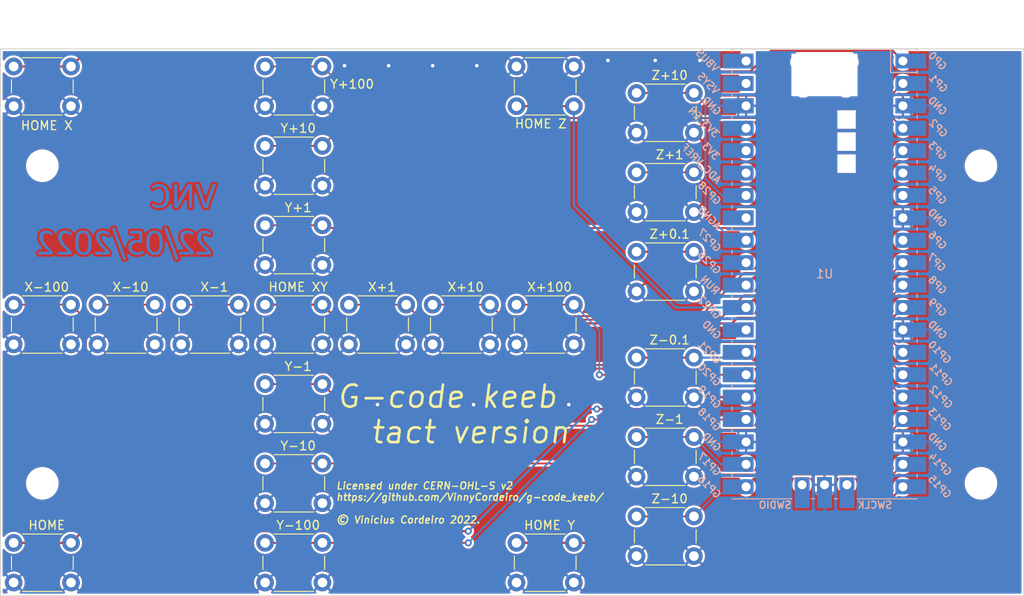
<source format=kicad_pcb>
(kicad_pcb (version 20211014) (generator pcbnew)
  (title_block (title "G-code keeb") (date "2022-05-19") (rev "1"))
  (layers (0 "F.Cu" signal) (31 "B.Cu" signal) (34 "B.Paste" user) (35 "F.Paste" user) (36 "B.SilkS" user "B.Silkscreen") (37 "F.SilkS" user "F.Silkscreen") (38 "B.Mask" user) (39 "F.Mask" user) (44 "Edge.Cuts" user))
  (net 0 "")
  (net 1 "X+100")
  (net 2 "GND")
  (net 3 "X+10")
  (net 4 "X+1")
  (net 5 "X-1")
  (net 6 "X-10")
  (net 7 "X-100")
  (net 8 "Y+100")
  (net 9 "Y+10")
  (net 10 "Y+1")
  (net 11 "Y-1")
  (net 12 "Y-10")
  (net 13 "Y-100")
  (net 14 "Z+10")
  (net 15 "Z+1")
  (net 16 "Z+0.1")
  (net 17 "Z-0.1")
  (net 18 "Z-1")
  (net 19 "Z-10")
  (net 20 "HOME")
  (net 21 "HOME_X")
  (net 22 "HOME_Y")
  (net 23 "HOME_XY")
  (net 24 "HOME_Z")
  (footprint "Button_Switch_THT:SW_PUSH_6mm" (layer "F.Cu") (at 148.5 118)
    (fp_text reference "SW21" hide)
    (fp_text value "HOME Y")
  )
  (footprint "Button_Switch_THT:SW_PUSH_6mm" (layer "F.Cu") (at 91.5 64)
    (fp_text reference "SW20" hide)
    (fp_text value "HOME X")
  )
  (footprint "Button_Switch_THT:SW_PUSH_6mm" (layer "F.Cu") (at 120 91)
    (fp_text reference "SW22" hide)
    (fp_text value "HOME XY")
  )
  (footprint "MountingHole:MountingHole_3.2mm_M3_DIN965" (layer "F.Cu") (at 201.15 75.25)
    (fp_text reference "H2" hide)
    (fp_text value "MountingHole" hide)
  )
  (footprint "Button_Switch_THT:SW_PUSH_6mm" (layer "F.Cu") (at 110.5 91)
    (fp_text reference locked "SW4" hide)
    (fp_text value "X-1")
  )
  (footprint "Button_Switch_THT:SW_PUSH_6mm" (layer "F.Cu") (at 120 118)
    (fp_text reference "SW12" hide)
    (fp_text value "Y-100")
  )
  (footprint "Button_Switch_THT:SW_PUSH_6mm" (layer "F.Cu") (at 162.11 97)
    (fp_text reference "SW16" hide)
    (fp_text value "Z-0.1")
  )
  (footprint "Button_Switch_THT:SW_PUSH_6mm" (layer "F.Cu") (at 91.5 118)
    (fp_text reference "SW19" hide)
    (fp_text value "HOME")
  )
  (footprint "Button_Switch_THT:SW_PUSH_6mm" (layer "F.Cu") (at 148.5 91)
    (fp_text reference "SW1" hide)
    (fp_text value "X+100")
  )
  (footprint "Button_Switch_THT:SW_PUSH_6mm" (layer "F.Cu") (at 155 68.5 180)
    (fp_text reference "SW23" hide)
    (fp_text value "HOME Z")
  )
  (footprint "Button_Switch_THT:SW_PUSH_6mm" (layer "F.Cu") (at 120 100)
    (fp_text reference "SW10" hide)
    (fp_text value "Y-1")
  )
  (footprint "Button_Switch_THT:SW_PUSH_6mm" (layer "F.Cu") (at 120 64)
    (fp_text reference "SW7" hide)
    (fp_text value "Y+100")
  )
  (footprint "MountingHole:MountingHole_3.2mm_M3_DIN965" (layer "F.Cu") (at 94.75 75.25)
    (fp_text reference "H4" hide)
    (fp_text value "MountingHole" hide)
  )
  (footprint "Button_Switch_THT:SW_PUSH_6mm" (layer "F.Cu") (at 120 73)
    (fp_text reference "SW8" hide)
    (fp_text value "Y+10")
  )
  (footprint "MountingHole:MountingHole_3.2mm_M3_DIN965" (layer "F.Cu") (at 201.15 111.25)
    (fp_text reference "H1" hide)
    (fp_text value "MountingHole" hide)
  )
  (footprint "Button_Switch_THT:SW_PUSH_6mm" (layer "F.Cu") (at 139 91)
    (fp_text reference "SW2" hide)
    (fp_text value "X+10")
  )
  (footprint "Button_Switch_THT:SW_PUSH_6mm" (layer "F.Cu") (at 129.5 91)
    (fp_text reference "SW3" hide)
    (fp_text value locked "X+1")
  )
  (footprint "Button_Switch_THT:SW_PUSH_6mm" (layer "F.Cu") (at 162.11 115)
    (fp_text reference "SW18" hide)
    (fp_text value "Z-10")
  )
  (footprint "Button_Switch_THT:SW_PUSH_6mm" (layer "F.Cu") (at 120 82)
    (fp_text reference "SW9" hide)
    (fp_text value "Y+1")
  )
  (footprint "Button_Switch_THT:SW_PUSH_6mm" (layer "F.Cu") (at 101 91)
    (fp_text reference "SW5" hide)
    (fp_text value "X-10")
  )
  (footprint "Button_Switch_THT:SW_PUSH_6mm" (layer "F.Cu") (at 120 109)
    (fp_text reference "SW11" hide)
    (fp_text value "Y-10")
  )
  (footprint "Button_Switch_THT:SW_PUSH_6mm" (layer "F.Cu") (at 162.11 67)
    (fp_text reference "SW13" hide)
    (fp_text value "Z+10")
  )
  (footprint "Button_Switch_THT:SW_PUSH_6mm" (layer "F.Cu") (at 91.5 91)
    (fp_text reference "SW6" hide)
    (fp_text value "X-100")
  )
  (footprint "MountingHole:MountingHole_3.2mm_M3_DIN965" (layer "F.Cu") (at 94.75 111.25)
    (fp_text reference "H3" hide)
    (fp_text value "MountingHole" hide)
  )
  (footprint "Button_Switch_THT:SW_PUSH_6mm" (layer "F.Cu") (at 162.11 106)
    (fp_text reference "SW17" hide)
    (fp_text value "Z-1")
  )
  (footprint "Button_Switch_THT:SW_PUSH_6mm" (layer "F.Cu") (at 162.11 85)
    (fp_text reference "SW15" hide)
    (fp_text value "Z+0.1")
  )
  (footprint "Button_Switch_THT:SW_PUSH_6mm" (layer "F.Cu") (at 162.11 76)
    (fp_text reference "SW14" hide)
    (fp_text value "Z+1")
  )
  (footprint "Footprints:RPi_Pico_SMD_TH" (layer "B.Cu") (at 183.415 87.51 180)
    (fp_text reference "U1")
    (fp_text value "Pico")
  )
  (gr_poly (pts (xy 100.308218 84.385009) (xy 100.301169 84.448396) (xy 100.297223 84.479366) (xy 100.292993 84.509847) (xy 100.288477 84.539834) (xy 100.283671 84.569324) (xy 100.271365 84.631658) (xy 100.257186 84.691538) (xy 100.241133 84.748964) (xy 100.232404 84.776757) (xy 100.223208 84.803936) (xy 100.213542 84.830501) (xy 100.203409 84.856452) (xy 100.192808 84.88179) (xy 100.181738 84.906514) (xy 100.1702 84.930624) (xy 100.158194 84.954121) (xy 100.14572 84.977003) (xy 100.132777 84.999271) (xy 100.119342 85.020646) (xy 100.105389 85.041377) (xy 100.09092 85.061462) (xy 100.075934 85.080902) (xy 100.060431 85.099696) (xy 100.044411 85.117846) (xy 100.027875 85.135351) (xy 100.010821 85.15221) (xy 99.993251 85.168424) (xy 99.975165 85.183993) (xy 99.956561 85.198917) (xy 99.937441 85.213195) (xy 99.917804 85.226829) (xy 99.89765 85.239817) (xy 99.876979 85.25216) (xy 99.855792 85.263858) (xy 99.833782 85.274628) (xy 99.811157 85.284703) (xy 99.787919 85.294081) (xy 99.764067 85.302764) (xy 99.739602 85.310752) (xy 99.714522 85.318044) (xy 99.688829 85.324641) (xy 99.662522 85.330543) (xy 99.635602 85.33575) (xy 99.608068 85.340263) (xy 99.57992 85.344081) (xy 99.551159 85.347204) (xy 99.521784 85.349633) (xy 99.491795 85.351368) (xy 99.461192 85.352409) (xy 99.429977 85.352756) (xy 99.396976 85.352368) (xy 99.364638 85.351205) (xy 99.332961 85.349266) (xy 99.301947 85.346552) (xy 99.271595 85.343063) (xy 99.241905 85.338798) (xy 99.212878 85.333759) (xy 99.184512 85.327945) (xy 99.156809 85.321357) (xy 99.129768 85.313994) (xy 99.103389 85.305856) (xy 99.077672 85.296945) (xy 99.052617 85.287259) (xy 99.028224 85.276799) (xy 99.004494 85.265566) (xy 98.981425 85.253559) (xy 98.958962 85.240586) (xy 98.937048 85.226983) (xy 98.915683 85.212749) (xy 98.894866 85.197884) (xy 98.8746 85.18239) (xy 98.854882 85.166264) (xy 98.835713 85.149509) (xy 98.817093 85.132124) (xy 98.799023 85.114108) (xy 98.781502 85.095463) (xy 98.764529 85.076188) (xy 98.748106 85.056283) (xy 98.732232 85.035749) (xy 98.716907 85.014586) (xy 98.702131 84.992793) (xy 98.687903 84.970371) (xy 98.673951 84.947099) (xy 98.660515 84.923279) (xy 98.647597 84.89891) (xy 98.635194 84.873992) (xy 98.623309 84.848524) (xy 98.61194 84.822508) (xy 98.601088 84.795943) (xy 98.590753 84.768829) (xy 98.580934 84.741166) (xy 98.571632 84.712954) (xy 98.562848 84.684193) (xy 98.554579 84.654883) (xy 98.546828 84.625024) (xy 98.539594 84.594616) (xy 98.532876 84.563659) (xy 98.526675 84.532154) (xy 98.521823 84.506581) (xy 98.517199 84.480714) (xy 98.512812 84.454561) (xy 98.508667 84.428129) (xy 98.504771 84.401426) (xy 98.501129 84.374459) (xy 98.497748 84.347237) (xy 98.494636 84.319767) (xy 98.853786 84.319767) (xy 98.856264 84.348325) (xy 98.859125 84.376466) (xy 98.862367 84.404186) (xy 98.86599 84.43148) (xy 98.869993 84.458344) (xy 98.874375 84.484772) (xy 98.879137 84.51076) (xy 98.884276 84.536304) (xy 98.890737 84.565452) (xy 98.897715 84.593949) (xy 98.905209 84.621794) (xy 98.913219 84.648988) (xy 98.921746 84.675533) (xy 98.93079 84.701427) (xy 98.94035 84.726673) (xy 98.950427 84.75127) (xy 98.955684 84.763315) (xy 98.961118 84.775148) (xy 98.966729 84.78677) (xy 98.972519 84.798181) (xy 98.978486 84.809381) (xy 98.98463 84.82037) (xy 98.990952 84.831148) (xy 98.997452 84.841716) (xy 99.004129 84.852074) (xy 99.010984 84.862222) (xy 99.018017 84.872159) (xy 99.025228 84.881887) (xy 99.032616 84.891405) (xy 99.040181 84.900714) (xy 99.047925 84.909814) (xy 99.055846 84.918705) (xy 99.063703 84.927114) (xy 99.071769 84.93528) (xy 99.080045 84.943203) (xy 99.088531 84.950882) (xy 99.097227 84.958318) (xy 99.106134 84.965511) (xy 99.11525 84.972461) (xy 99.124576 84.979169) (xy 99.134112 84.985635) (xy 99.143858 84.991859) (xy 99.153813 84.99784) (xy 99.163979 85.00358) (xy 99.174355 85.009079) (xy 99.18494 85.014336) (xy 99.195735 85.019352) (xy 99.20674 85.024128) (xy 99.217706 85.028632) (xy 99.228898 85.032845) (xy 99.240315 85.036768) (xy 99.251958 85.040401) (xy 99.263828 85.043743) (xy 99.275923 85.046795) (xy 99.288245 85.049556) (xy 99.300792 85.052026) (xy 99.313566 85.054206) (xy 99.326566 85.056096) (xy 99.339791 85.057695) (xy 99.353243 85.059003) (xy 99.366921 85.06002) (xy 99.380825 85.060747) (xy 99.394956 85.061183) (xy 99.409312 85.061328) (xy 99.427747 85.061094) (xy 99.445842 85.060391) (xy 99.463597 85.059219) (xy 99.481014 85.057579) (xy 99.498091 85.055471) (xy 99.51483 85.052895) (xy 99.531229 85.049851) (xy 99.547289 85.046339) (xy 99.56301 85.042359) (xy 99.578392 85.037912) (xy 99.593434 85.032998) (xy 99.608138 85.027616) (xy 99.622503 85.021768) (xy 99.636528 85.015453) (xy 99.650215 85.008671) (xy 99.663562 85.001422) (xy 99.676344 84.993642) (xy 99.688851 84.985298) (xy 99.701083 84.976389) (xy 99.713041 84.966917) (xy 99.724724 84.95688) (xy 99.736133 84.946278) (xy 99.747267 84.935112) (xy 99.758127 84.923381) (xy 99.768712 84.911085) (xy 99.779023 84.898224) (xy 99.78906 84.884798) (xy 99.798822 84.870805) (xy 99.80831 84.856247) (xy 99.817523 84.841123) (xy 99.826463 84.825433) (xy 99.835128 84.809177) (xy 99.84326 84.792342) (xy 99.851117 84.774909) (xy 99.858699 84.756879) (xy 99.866006 84.738252) (xy 99.873039 84.719027) (xy 99.879797 84.699205) (xy 99.886281 84.678785) (xy 99.89249 84.657768) (xy 99.898424 84.636153) (xy 99.904084 84.61394) (xy 99.91458 84.567722) (xy 99.923977 84.519113) (xy 99.932277 84.468113) (xy 99.937171 84.432877) (xy 99.941647 84.396364) (xy 99.945701 84.358646) (xy 99.949329 84.319797) (xy 100.314157 84.319721) (xy 100.314155 84.319751) (xy 100.314162 84.319721)) (layer "B.Cu") (width 0.001) (fill solid))
  (gr_poly (pts (xy 101.636815 82.6) (xy 101.66682 82.601163) (xy 101.696502 82.603101) (xy 101.72586 82.605814) (xy 101.754896 82.609301) (xy 101.783608 82.613562) (xy 101.811998 82.618598) (xy 101.840064 82.624408) (xy 101.867193 82.6308) (xy 101.893806 82.63758) (xy 101.919902 82.644749) (xy 101.945481 82.652305) (xy 101.970545 82.660249) (xy 101.995092 82.668581) (xy 102.019122 82.6773) (xy 102.042636 82.686405) (xy 102.064922 82.695237) (xy 102.086303 82.704131) (xy 102.10678 82.713089) (xy 102.126352 82.722108) (xy 102.14502 82.73119) (xy 102.162784 82.740334) (xy 102.179643 82.74954) (xy 102.195598 82.758808) (xy 102.210038 82.76788) (xy 102.22338 82.7765) (xy 102.235622 82.784668) (xy 102.246765 82.792383) (xy 102.256809 82.799645) (xy 102.265755 82.806455) (xy 102.273601 82.812811) (xy 102.277112 82.815819) (xy 102.280349 82.818714) (xy 102.283381 82.821265) (xy 102.286284 82.823768) (xy 102.289059 82.826224) (xy 102.291704 82.828633) (xy 102.294221 82.830993) (xy 102.29661 82.833306) (xy 102.29887 82.835572) (xy 102.301001 82.837789) (xy 102.303003 82.839959) (xy 102.304877 82.842081) (xy 102.306622 82.844155) (xy 102.308238 82.846182) (xy 102.309726 82.84816) (xy 102.311086 82.850091) (xy 102.312316 82.851974) (xy 102.313418 82.853809) (xy 102.315453 82.857468) (xy 102.317424 82.861188) (xy 102.31933 82.86497) (xy 102.321171 82.868814) (xy 102.322947 82.87272) (xy 102.324659 82.876689) (xy 102.326306 82.880721) (xy 102.327888 82.884815) (xy 102.328881 82.889059) (xy 102.329812 82.893495) (xy 102.33068 82.898122) (xy 102.331486 82.90294) (xy 102.33223 82.90795) (xy 102.332911 82.91315) (xy 102.33353 82.91854) (xy 102.334086 82.924121) (xy 102.334579 82.929922) (xy 102.335006 82.935983) (xy 102.335367 82.942305) (xy 102.335662 82.948886) (xy 102.336057 82.962831) (xy 102.336188 82.977817) (xy 102.336124 82.988472) (xy 102.335932 82.99874) (xy 102.335612 83.00862) (xy 102.335164 83.018114) (xy 102.334587 83.02722) (xy 102.333882 83.03594) (xy 102.333049 83.044272) (xy 102.332088 83.052219) (xy 102.331018 83.059778) (xy 102.329885 83.066948) (xy 102.328687 83.07373) (xy 102.327425 83.080123) (xy 102.326099 83.08613) (xy 102.324709 83.091748) (xy 102.323256 83.09698) (xy 102.321738 83.101825) (xy 102.320699 83.104146) (xy 102.319643 83.106381) (xy 102.31857 83.108532) (xy 102.317482 83.110597) (xy 102.316377 83.112577) (xy 102.315255 83.114472) (xy 102.314117 83.116281) (xy 102.312963 83.118005) (xy 102.311792 83.119644) (xy 102.310605 83.121198) (xy 102.309402 83.122666) (xy 102.308182 83.124049) (xy 102.306946 83.125347) (xy 102.305693 83.126559) (xy 102.304424 83.127685) (xy 102.303138 83.128727) (xy 102.30158 83.129694) (xy 102.300006 83.130599) (xy 102.298415 83.131442) (xy 102.296809 83.132222) (xy 102.295186 83.132941) (xy 102.293547 83.133597) (xy 102.291892 83.13419) (xy 102.29022 83.134721) (xy 102.288533 83.13519) (xy 102.286829 83.135596) (xy 102.285109 83.13594) (xy 102.283373 83.136222) (xy 102.281621 83.136441) (xy 102.279853 83.136597) (xy 102.278068 83.136691) (xy 102.276267 83.136722) (xy 102.27307 83.136585) (xy 102.26968 83.136174) (xy 102.266095 83.135488) (xy 102.262317 83.134528) (xy 102.258345 83.133294) (xy 102.254179 83.131786) (xy 102.249819 83.130003) (xy 102.245265 83.127946) (xy 102.240518 83.125616) (xy 102.235576 83.123011) (xy 102.230441 83.120132) (xy 102.225112 83.116979) (xy 102.219589 83.113552) (xy 102.213873 83.109851) (xy 102.207962 83.105876) (xy 102.201858 83.101627) (xy 102.188585 83.092731) (xy 102.174601 83.083645) (xy 102.159906 83.074368) (xy 102.1445 83.064901) (xy 102.128383 83.055242) (xy 102.111555 83.045393) (xy 102.094016 83.035352) (xy 102.075767 83.025119) (xy 102.056291 83.014866) (xy 102.036105 83.004809) (xy 102.015208 82.994949) (xy 101.993601 82.985286) (xy 101.971283 82.975821) (xy 101.948254 82.966553) (xy 101.924515 82.957483) (xy 101.900065 82.948612) (xy 101.887308 82.944363) (xy 101.874356 82.940388) (xy 101.847872 82.93326) (xy 101.820612 82.927228) (xy 101.792578 82.922292) (xy 101.763768 82.918453) (xy 101.734184 82.915711) (xy 101.703824 82.914065) (xy 101.67269 82.913517) (xy 101.659351 82.913654) (xy 101.646206 82.914065) (xy 101.633254 82.914751) (xy 101.620496 82.915711) (xy 101.607932 82.916945) (xy 101.595562 82.918453) (xy 101.583385 82.920236) (xy 101.571403 82.922292) (xy 101.559614 82.924623) (xy 101.548019 82.927228) (xy 101.536618 82.930107) (xy 101.52541 82.93326) (xy 101.514397 82.936687) (xy 101.503577 82.940388) (xy 101.492952 82.944363) (xy 101.48252 82.948612) (xy 101.472297 82.953106) (xy 101.4623 82.957793) (xy 101.45253 82.962674) (xy 101.442985 82.967749) (xy 101.433667 82.973016) (xy 101.424575 82.978477) (xy 101.415709 82.984131) (xy 101.407069 82.989978) (xy 101.398655 82.996019) (xy 101.390468 83.002252) (xy 101.382506 83.008679) (xy 101.374771 83.015298) (xy 101.367262 83.02211) (xy 101.359979 83.029116) (xy 101.352922 83.036314) (xy 101.346091 83.043705) (xy 101.33922 83.051281) (xy 101.332558 83.059019) (xy 101.326106 83.066918) (xy 101.319864 83.074978) (xy 101.313833 83.0832) (xy 101.308011 83.091582) (xy 101.302399 83.100126) (xy 101.296997 83.108831) (xy 101.291805 83.117697) (xy 101.286823 83.126724) (xy 101.282051 83.135912) (xy 101.277489 83.145262) (xy 101.273136 83.154772) (xy 101.268994 83.164443) (xy 101.265062 83.174275) (xy 101.26134 83.184269) (xy 101.257836 83.194125) (xy 101.254558 83.204063) (xy 101.251506 83.214082) (xy 101.24868 83.224182) (xy 101.24608 83.234364) (xy 101.243707 83.244626) (xy 101.241559 83.254969) (xy 101.239637 83.265394) (xy 101.237941 83.275899) (xy 101.236472 83.286486) (xy 101.235228 83.297153) (xy 101.234211 83.307901) (xy 101.233419 83.31873) (xy 101.232854 83.32964) (xy 101.232402 83.351703) (xy 101.232693 83.374116) (xy 101.233564 83.396918) (xy 101.235017 83.420109) (xy 101.237052 83.443687) (xy 101.239667 83.467653) (xy 101.242864 83.492006) (xy 101.246643 83.516747) (xy 101.251002 83.541874) (xy 101.2563 83.567549) (xy 101.26289 83.593936) (xy 101.270771 83.621033) (xy 101.279944 83.648841) (xy 101.290408 83.677361) (xy 101.302164 83.706591) (xy 101.315212 83.736533) (xy 101.329551 83.767185) (xy 101.344828 83.798612) (xy 101.36172 83.830877) (xy 101.380227 83.863982) (xy 101.400349 83.897926) (xy 101.422086 83.93271) (xy 101.445438 83.968333) (xy 101.470404 84.004797) (xy 101.496986 84.042102) (xy 101.524988 84.080441) (xy 101.555251 84.120006) (xy 101.587775 84.160797) (xy 101.622559 84.202816) (xy 101.659604 84.246061) (xy 101.69891 84.290535) (xy 101.740477 84.336237) (xy 101.784305 84.383167) (xy 102.303138 84.933002) (xy 102.309209 84.939693) (xy 102.315021 84.94632) (xy 102.320576 84.952881) (xy 102.325872 84.959377) (xy 102.33091 84.965807) (xy 102.335691 84.972171) (xy 102.340213 84.978468) (xy 102.344478 84.984699) (xy 102.348024 84.990408) (xy 102.351443 84.996183) (xy 102.354734 85.002023) (xy 102.357896 85.007928) (xy 102.360931 85.013899) (xy 102.363838 85.019934) (xy 102.366618 85.026035) (xy 102.369269 85.032199) (xy 102.371764 85.038) (xy 102.374062 85.044061) (xy 102.376164 85.050383) (xy 102.37807 85.056964) (xy 102.379781 85.063807) (xy 102.381296 85.070909) (xy 102.382615 85.078272) (xy 102.383739 85.085895) (xy 102.384658 85.102083) (xy 102.385315 85.119545) (xy 102.385709 85.138282) (xy 102.38584 85.158298) (xy 102.385744 85.169447) (xy 102.385453 85.180142) (xy 102.384968 85.190385) (xy 102.38429 85.200174) (xy 102.383419 85.209511) (xy 102.382353 85.218395) (xy 102.381094 85.226826) (xy 102.379642 85.234806) (xy 102.378585 85.238625) (xy 102.377479 85.242332) (xy 102.376325 85.245924) (xy 102.375123 85.249403) (xy 102.373872 85.252768) (xy 102.372572 85.25602) (xy 102.371224 85.259159) (xy 102.369828 85.262184) (xy 102.368383 85.265095) (xy 102.366889 85.267894) (xy 102.365348 85.270579) (xy 102.363757 85.273151) (xy 102.362118 85.275609) (xy 102.360431 85.277955) (xy 102.358694 85.280187) (xy 102.35691 85.282306) (xy 102.354825 85.284372) (xy 102.352709 85.286369) (xy 102.35056 85.288297) (xy 102.348379 85.290157) (xy 102.346166 85.291947) (xy 102.343921 85.293669) (xy 102.341643 85.295323) (xy 102.339334 85.296907) (xy 102.336993 85.298423) (xy 102.334619 85.299869) (xy 102.332213 85.301247) (xy 102.329775 85.302556) (xy 102.327305 85.303796) (xy 102.324802 85.304967) (xy 102.322268 85.306069) (xy 102.319701 85.307102) (xy 102.313921 85.308507) (xy 102.307947 85.309725) (xy 102.301779 85.310756) (xy 102.295417 85.311599) (xy 102.288861 85.312255) (xy 102.282112 85.312724) (xy 102.275168 85.313005) (xy 102.268031 85.313099) (xy 100.790084 85.313099) (xy 100.787775 85.313067) (xy 100.785498 85.312973) (xy 100.783254 85.312817) (xy 100.781042 85.312598) (xy 100.778862 85.312317) (xy 100.776714 85.311973) (xy 100.774599 85.311566) (xy 100.772516 85.311098) (xy 100.770466 85.310567) (xy 100.768447 85.309973) (xy 100.766461 85.309317) (xy 100.764507 85.308599) (xy 100.762586 85.307818) (xy 100.760697 85.306975) (xy 100.758839 85.30607) (xy 100.757014 85.305103) (xy 100.754985 85.303783) (xy 100.75302 85.302398) (xy 100.751118 85.300949) (xy 100.749281 85.299435) (xy 100.747508 85.297856) (xy 100.745798 85.296212) (xy 100.744153 85.294503) (xy 100.742571 85.29273) (xy 100.741054 85.290891) (xy 100.739601 85.288988) (xy 100.738211 85.28702) (xy 100.736885 85.284986) (xy 100.735624 85.282888) (xy 100.734426 85.280725) (xy 100.733292 85.278496) (xy 100.732223 85.276203) (xy 100.729729 85.270897) (xy 100.72743 85.265336) (xy 100.725328 85.25952) (xy 100.723422 85.253448) (xy 100.721711 85.24712) (xy 100.720196 85.240536) (xy 100.718877 85.233695) (xy 100.717753 85.226596) (xy 100.716301 85.21924) (xy 100.715042 85.211625) (xy 100.713977 85.20375) (xy 100.713105 85.195617) (xy 100.712427 85.187225) (xy 100.711942 85.178574) (xy 100.711652 85.169664) (xy 100.711555 85.160495) (xy 100.711452 85.160678) (xy 100.711549 85.15154) (xy 100.711839 85.142723) (xy 100.712324 85.134227) (xy 100.713002 85.126052) (xy 100.713874 85.1182) (xy 100.714939 85.110669) (xy 100.716198 85.103461) (xy 100.71765 85.096576) (xy 100.718199 85.093003) (xy 100.718813 85.089511) (xy 100.719491 85.086099) (xy 100.720233 85.082769) (xy 100.721041 85.079518) (xy 100.721913 85.076349) (xy 100.722849 85.07326) (xy 100.723851 85.070251) (xy 100.724917 85.067323) (xy 100.726048 85.064475) (xy 100.727243 85.061708) (xy 100.728503 85.059021) (xy 100.729828 85.056414) (xy 100.731218 85.053888) (xy 100.732672 85.051442) (xy 100.734191 85.049076) (xy 100.735506 85.046755) (xy 100.73687 85.04452) (xy 100.738283 85.042369) (xy 100.739744 85.040304) (xy 100.741253 85.038324) (xy 100.742811 85.036429) (xy 100.744418 85.03462) (xy 100.746073 85.032896) (xy 100.747777 85.031257) (xy 100.749529 85.029703) (xy 100.75133 85.028235) (xy 100.753179 85.026852) (xy 100.755077 85.025554) (xy 100.757023 85.024342) (xy 100.759018 85.023216) (xy 100.761062 85.022174) (xy 100.762877 85.020927) (xy 100.764709 85.01976) (xy 100.766557 85.018674) (xy 100.768421 85.017668) (xy 100.770302 85.016743) (xy 100.772198 85.015898) (xy 100.774111 85.015134) (xy 100.77604 85.01445) (xy 100.777986 85.013846) (xy 100.779947 85.013323) (xy 100.781925 85.012881) (xy 100.78392 85.012518) (xy 100.78593 85.012237) (xy 100.787957 85.012036) (xy 100.79 85.011915) (xy 100.79206 85.011875) (xy 101.955813 85.011875) (xy 101.532069 84.569522) (xy 101.476128 84.511486) (xy 101.42303 84.455193) (xy 101.372774 84.400644) (xy 101.32536 84.347839) (xy 101.280789 84.296778) (xy 101.23906 84.24746) (xy 101.200174 84.199886) (xy 101.16413 84.154056) (xy 101.130541 84.109127) (xy 101.099019 84.065296) (xy 101.069564 84.022564) (xy 101.042176 83.98093) (xy 101.016855 83.940395) (xy 100.9936 83.900959) (xy 100.972413 83.862621) (xy 100.953292 83.825382) (xy 100.935496 83.788528) (xy 100.919314 83.752385) (xy 100.904748 83.716955) (xy 100.891797 83.682235) (xy 100.880461 83.648227) (xy 100.87074 83.614929) (xy 100.862634 83.582342) (xy 100.859187 83.566314) (xy 100.856143 83.550464) (xy 100.850815 83.518426) (xy 100.846197 83.486386) (xy 100.84229 83.454346) (xy 100.839094 83.422306) (xy 100.836608 83.390265) (xy 100.834832 83.358225) (xy 100.833766 83.326185) (xy 100.833411 83.294147) (xy 100.833597 83.276382) (xy 100.834154 83.258746) (xy 100.835083 83.24124) (xy 100.836382 83.223863) (xy 100.838054 83.206615) (xy 100.840096 83.189497) (xy 100.842511 83.172508) (xy 100.845296 83.155649) (xy 100.848453 83.138918) (xy 100.851981 83.122317) (xy 100.855881 83.105846) (xy 100.860152 83.089503) (xy 100.864794 83.07329) (xy 100.869808 83.057206) (xy 100.875193 83.04125) (xy 100.88095 83.025425) (xy 100.887087 83.009784) (xy 100.893611 82.994387) (xy 100.900523 82.979231) (xy 100.907823 82.964318) (xy 100.91551 82.949648) (xy 100.923585 82.935219) (xy 100.932047 82.921033) (xy 100.940897 82.907089) (xy 100.950134 82.893387) (xy 100.959759 82.879927) (xy 100.969771 82.866709) (xy 100.980171 82.853733) (xy 100.990958 82.840999) (xy 101.002133 82.828507) (xy 101.013695 82.816257) (xy 101.025645 82.804248) (xy 101.037733 82.792517) (xy 101.050223 82.78111) (xy 101.063118 82.770027) (xy 101.076416 82.759267) (xy 101.090118 82.748832) (xy 101.104224 82.73872) (xy 101.118734 82.728932) (xy 101.133647 82.719469) (xy 101.148964 82.710329) (xy 101.164685 82.701513) (xy 101.180809 82.69302) (xy 101.197338 82.684851) (xy 101.21427 82.677007) (xy 101.231606 82.669485) (xy 101.249346 82.662288) (xy 101.26749 82.655414) (xy 101.28577 82.648657) (xy 101.304438 82.642336) (xy 101.323494 82.63645) (xy 101.342937 82.631001) (xy 101.362768 82.625988) (xy 101.382986 82.62141) (xy 101.403592 82.617269) (xy 101.424585 82.613563) (xy 101.445967 82.610294) (xy 101.467735 82.60746) (xy 101.512435 82.6031) (xy 101.558686 82.600485) (xy 101.606486 82.599613)) (layer "B.Cu") (width 0.001) (fill solid))
  (gr_poly (pts (xy 111.187899 82.595915) (xy 111.217903 82.597078) (xy 111.247585 82.599016) (xy 111.276943 82.601729) (xy 111.305979 82.605217) (xy 111.334692 82.609481) (xy 111.363082 82.614519) (xy 111.391149 82.620333) (xy 111.418278 82.626728) (xy 111.444891 82.63351) (xy 111.470988 82.640681) (xy 111.496567 82.648238) (xy 111.521631 82.656184) (xy 111.546177 82.664517) (xy 111.570207 82.673237) (xy 111.593721 82.682345) (xy 111.616006 82.691162) (xy 111.637388 82.700044) (xy 111.657864 82.708991) (xy 111.677437 82.718002) (xy 111.696105 82.727078) (xy 111.713868 82.736218) (xy 111.730728 82.745423) (xy 111.746682 82.754692) (xy 111.76112 82.763768) (xy 111.77446 82.772391) (xy 111.786702 82.780563) (xy 111.797844 82.788282) (xy 111.807889 82.795549) (xy 111.816835 82.802364) (xy 111.824682 82.808727) (xy 111.828194 82.811738) (xy 111.831431 82.814637) (xy 111.834463 82.817197) (xy 111.837366 82.819708) (xy 111.840141 82.822171) (xy 111.842786 82.824585) (xy 111.845304 82.826951) (xy 111.847692 82.829268) (xy 111.849952 82.831537) (xy 111.852083 82.833758) (xy 111.854086 82.83593) (xy 111.85596 82.838053) (xy 111.857705 82.840129) (xy 111.859322 82.842155) (xy 111.86081 82.844133) (xy 111.862169 82.846063) (xy 111.863399 82.847944) (xy 111.864501 82.849777) (xy 111.866536 82.853427) (xy 111.868506 82.857141) (xy 111.870412 82.86092) (xy 111.872253 82.864764) (xy 111.874029 82.868672) (xy 111.875741 82.872644) (xy 111.877388 82.876681) (xy 111.87897 82.880783) (xy 111.879964 82.885014) (xy 111.880895 82.889439) (xy 111.881764 82.894057) (xy 111.882571 82.89887) (xy 111.883314 82.903876) (xy 111.883996 82.909076) (xy 111.884615 82.91447) (xy 111.885171 82.920057) (xy 111.885663 82.925871) (xy 111.88609 82.931943) (xy 111.886451 82.938273) (xy 111.886746 82.944862) (xy 111.88714 82.958814) (xy 111.887271 82.9738) (xy 111.887207 82.984459) (xy 111.887015 82.994729) (xy 111.886694 83.004612) (xy 111.886246 83.014108) (xy 111.885669 83.023216) (xy 111.884964 83.031936) (xy 111.884131 83.040269) (xy 111.88317 83.048214) (xy 111.882106 83.055772) (xy 111.880976 83.062942) (xy 111.879782 83.069724) (xy 111.878523 83.076119) (xy 111.877199 83.082126) (xy 111.875811 83.087746) (xy 111.874358 83.092979) (xy 111.87284 83.097823) (xy 111.871799 83.100108) (xy 111.870743 83.102312) (xy 111.869669 83.104436) (xy 111.86858 83.106479) (xy 111.867474 83.108441) (xy 111.866352 83.110322) (xy 111.865214 83.112123) (xy 111.86406 83.113842) (xy 111.862889 83.115482) (xy 111.861702 83.11704) (xy 111.860499 83.118518) (xy 111.85928 83.119915) (xy 111.858044 83.121231) (xy 111.856792 83.122466) (xy 111.855524 83.123621) (xy 111.85424 83.124695) (xy 111.852681 83.125697) (xy 111.851107 83.126634) (xy 111.849516 83.127506) (xy 111.847909 83.128313) (xy 111.846286 83.129056) (xy 111.844647 83.129735) (xy 111.842992 83.130349) (xy 111.841321 83.130898) (xy 111.839633 83.131382) (xy 111.837929 83.131802) (xy 111.83621 83.132158) (xy 111.834474 83.132448) (xy 111.832722 83.132674) (xy 111.830954 83.132836) (xy 111.829169 83.132933) (xy 111.827369 83.132965) (xy 111.824171 83.132828) (xy 111.820779 83.132416) (xy 111.817193 83.13173) (xy 111.813413 83.130769) (xy 111.80944 83.129533) (xy 111.805273 83.128024) (xy 111.800913 83.126239) (xy 111.796358 83.12418) (xy 111.79161 83.121847) (xy 111.786668 83.119239) (xy 111.781532 83.116356) (xy 111.776203 83.113199) (xy 111.77068 83.109767) (xy 111.764963 83.106061) (xy 111.759052 83.10208) (xy 111.752948 83.097825) (xy 111.739673 83.088943) (xy 111.725688 83.079868) (xy 111.710992 83.070598) (xy 111.695586 83.061135) (xy 111.67947 83.051478) (xy 111.662643 83.041627) (xy 111.626859 83.021344) (xy 111.607384 83.011106) (xy 111.587198 83.001061) (xy 111.566302 82.991211) (xy 111.544695 82.981554) (xy 111.522377 82.97209) (xy 111.499348 82.962821) (xy 111.475609 82.953745) (xy 111.45116 82.944863) (xy 111.438402 82.940608) (xy 111.42545 82.936628) (xy 111.398965 82.92949) (xy 111.371706 82.92345) (xy 111.343671 82.918508) (xy 111.314861 82.914665) (xy 111.285277 82.91192) (xy 111.254917 82.910272) (xy 111.223783 82.909723) (xy 111.210443 82.909861) (xy 111.197298 82.910272) (xy 111.184347 82.910959) (xy 111.171589 82.91192) (xy 111.159025 82.913155) (xy 111.146655 82.914665) (xy 111.134479 82.916449) (xy 111.122496 82.918508) (xy 111.110708 82.920842) (xy 111.099113 82.92345) (xy 111.087712 82.926333) (xy 111.076505 82.92949) (xy 111.065492 82.932921) (xy 111.054672 82.936628) (xy 111.044046 82.940608) (xy 111.033614 82.944863) (xy 111.023391 82.949353) (xy 111.013395 82.954036) (xy 111.003624 82.958913) (xy 110.99408 82.963984) (xy 110.984762 82.969248) (xy 110.97567 82.974707) (xy 110.966804 82.980359) (xy 110.958164 82.986205) (xy 110.94975 82.992244) (xy 110.941563 82.998478) (xy 110.933601 83.004905) (xy 110.925866 83.011526) (xy 110.918357 83.018341) (xy 110.911074 83.02535) (xy 110.904018 83.032552) (xy 110.897187 83.039949) (xy 110.890316 83.047522) (xy 110.883655 83.055258) (xy 110.877203 83.063155) (xy 110.870962 83.071213) (xy 110.86493 83.079433) (xy 110.859109 83.087814) (xy 110.853497 83.096357) (xy 110.848095 83.105061) (xy 110.842903 83.113927) (xy 110.837921 83.122954) (xy 110.833149 83.132142) (xy 110.828587 83.141493) (xy 110.824235 83.151004) (xy 110.820093 83.160677) (xy 110.81616 83.170512) (xy 110.812438 83.180508) (xy 110.808934 83.190367) (xy 110.805655 83.200307) (xy 110.802603 83.210327) (xy 110.799777 83.220428) (xy 110.797177 83.23061) (xy 110.794803 83.240873) (xy 110.792655 83.251216) (xy 110.790733 83.261641) (xy 110.789037 83.272146) (xy 110.787568 83.282731) (xy 110.786324 83.293397) (xy 110.785307 83.304145) (xy 110.784515 83.314972) (xy 110.78395 83.325881) (xy 110.783498 83.34794) (xy 110.783789 83.370355) (xy 110.784661 83.393157) (xy 110.786114 83.416347) (xy 110.788148 83.439924) (xy 110.790764 83.463889) (xy 110.793961 83.488242) (xy 110.797739 83.512982) (xy 110.802098 83.538109) (xy 110.807397 83.563786) (xy 110.813987 83.590173) (xy 110.821868 83.617271) (xy 110.831041 83.64508) (xy 110.841505 83.673599) (xy 110.853261 83.702828) (xy 110.866309 83.732768) (xy 110.880649 83.763419) (xy 110.895926 83.794844) (xy 110.912818 83.82711) (xy 110.931324 83.860215) (xy 110.951446 83.89416) (xy 110.973183 83.928945) (xy 110.996534 83.964569) (xy 111.0215 84.001033) (xy 111.048081 84.038337) (xy 111.076083 84.076675) (xy 111.106346 84.11624) (xy 111.13887 84.157032) (xy 111.173655 84.199051) (xy 111.2107 84.242298) (xy 111.250007 84.286772) (xy 111.291574 84.332473) (xy 111.335403 84.379402) (xy 111.854234 84.929239) (xy 111.860305 84.935924) (xy 111.866117 84.942545) (xy 111.871672 84.949101) (xy 111.876969 84.955593) (xy 111.882007 84.96202) (xy 111.886788 84.968383) (xy 111.89131 84.974681) (xy 111.895574 84.980915) (xy 111.899127 84.986631) (xy 111.902551 84.992413) (xy 111.905846 84.998258) (xy 111.909012 85.004169) (xy 111.912049 85.010144) (xy 111.914956 85.016183) (xy 111.917735 85.022288) (xy 111.920384 85.028457) (xy 111.922879 85.03427) (xy 111.925177 85.040343) (xy 111.92728 85.046673) (xy 111.929186 85.053262) (xy 111.930897 85.060109) (xy 111.932412 85.067214) (xy 111.933731 85.074578) (xy 111.934854 85.082201) (xy 111.935772 85.09835) (xy 111.936429 85.11579) (xy 111.936822 85.134523) (xy 111.936954 85.154548) (xy 111.936857 85.16569) (xy 111.936566 85.176381) (xy 111.936081 85.186619) (xy 111.935403 85.196406) (xy 111.934531 85.20574) (xy 111.933465 85.214621) (xy 111.932206 85.223051) (xy 111.930753 85.231029) (xy 111.929695 85.234848) (xy 111.928588 85.238554) (xy 111.927433 85.242147) (xy 111.92623 85.245627) (xy 111.924978 85.248994) (xy 111.923678 85.252248) (xy 111.922329 85.255389) (xy 111.920932 85.258417) (xy 111.919487 85.261332) (xy 111.917993 85.264134) (xy 111.916451 85.266823) (xy 111.91486 85.269398) (xy 111.913221 85.271861) (xy 111.911534 85.274211) (xy 111.909798 85.276447) (xy 111.908013 85.278571) (xy 111.90593 85.280605) (xy 111.903814 85.282575) (xy 111.901666 85.284481) (xy 111.899485 85.286322) (xy 111.897273 85.288098) (xy 111.895028 85.28981) (xy 111.892751 85.291457) (xy 111.890441 85.29304) (xy 111.888099 85.294558) (xy 111.885725 85.296011) (xy 111.883319 85.2974) (xy 111.88088 85.298724) (xy 111.878409 85.299984) (xy 111.875906 85.301179) (xy 111.873371 85.30231) (xy 111.870803 85.303376) (xy 111.865021 85.304829) (xy 111.859046 85.306088) (xy 111.852876 85.307154) (xy 111.846513 85.308026) (xy 111.839956 85.308704) (xy 111.833206 85.309188) (xy 111.826261 85.309479) (xy 111.819123 85.309576) (xy 110.341178 85.309576) (xy 110.338869 85.309543) (xy 110.336593 85.309446) (xy 110.334348 85.309285) (xy 110.332136 85.309059) (xy 110.329956 85.308768) (xy 110.327809 85.308413) (xy 110.325693 85.307993) (xy 110.32361 85.307508) (xy 110.32156 85.306959) (xy 110.319541 85.306345) (xy 110.317555 85.305667) (xy 110.315601 85.304924) (xy 110.313679 85.304116) (xy 110.31179 85.303244) (xy 110.309933 85.302307) (xy 110.308108 85.301306) (xy 110.306077 85.299982) (xy 110.304109 85.298593) (xy 110.302205 85.29714) (xy 110.300366 85.295622) (xy 110.298591 85.294039) (xy 110.29688 85.292392) (xy 110.295233 85.29068) (xy 110.29365 85.288904) (xy 110.292132 85.287063) (xy 110.290677 85.285157) (xy 110.289287 85.283187) (xy 110.287961 85.281152) (xy 110.286699 85.279053) (xy 110.285501 85.276889) (xy 110.284367 85.27466) (xy 110.283298 85.272367) (xy 110.282026 85.269751) (xy 110.280803 85.26707) (xy 110.278505 85.261515) (xy 110.276403 85.255702) (xy 110.274496 85.24963) (xy 110.272785 85.243299) (xy 110.27127 85.23671) (xy 110.269951 85.229863) (xy 110.268828 85.222758) (xy 110.267375 85.215394) (xy 110.266116 85.207772) (xy 110.26505 85.199891) (xy 110.264179 85.191752) (xy 110.2635 85.183355) (xy 110.263016 85.174699) (xy 110.262726 85.165785) (xy 110.262629 85.156612) (xy 110.262532 85.156612) (xy 110.262629 85.147472) (xy 110.26292 85.138655) (xy 110.263404 85.13016) (xy 110.264082 85.121989) (xy 110.264954 85.114141) (xy 110.26602 85.106615) (xy 110.267279 85.099413) (xy 110.268732 85.092533) (xy 110.269282 85.088956) (xy 110.269896 85.08546) (xy 110.270575 85.082045) (xy 110.271318 85.07871) (xy 110.272126 85.075456) (xy 110.272999 85.072283) (xy 110.273936 85.06919) (xy 110.274937 85.066178) (xy 110.276003 85.063247) (xy 110.277134 85.060397) (xy 110.278329 85.057628) (xy 110.279588 85.054939) (xy 110.280912 85.052331) (xy 110.282301 85.049804) (xy 110.283754 85.047357) (xy 110.285272 85.044991) (xy 110.286587 85.042706) (xy 110.287952 85.040502) (xy 110.289364 85.038378) (xy 110.290825 85.036336) (xy 110.292335 85.034374) (xy 110.293893 85.032492) (xy 110.2955 85.030692) (xy 110.297155 85.028972) (xy 110.298859 85.027333) (xy 110.300611 85.025774) (xy 110.302412 85.024297) (xy 110.304261 85.0229) (xy 110.306158 85.021583) (xy 110.308105 85.020348) (xy 110.310099 85.019193) (xy 110.312142 85.018119) (xy 110.313959 85.016867) (xy 110.315792 85.015697) (xy 110.317641 85.014607) (xy 110.319506 85.013597) (xy 110.321388 85.012669) (xy 110.323285 85.011821) (xy 110.325199 85.011054) (xy 110.327129 85.010368) (xy 110.329076 85.009762) (xy 110.331038 85.009237) (xy 110.333017 85.008793) (xy 110.335012 85.00843) (xy 110.337022 85.008147) (xy 110.33905 85.007945) (xy 110.341093 85.007824) (xy 110.343152 85.007784) (xy 111.506906 85.007784) (xy 111.08316 84.565434) (xy 111.02722 84.507394) (xy 110.974123 84.451099) (xy 110.923868 84.396548) (xy 110.876455 84.343742) (xy 110.831884 84.292679) (xy 110.790155 84.24336) (xy 110.751269 84.195785) (xy 110.715224 84.149955) (xy 110.681635 84.105029) (xy 110.650113 84.061201) (xy 110.620657 84.018471) (xy 110.593269 83.976839) (xy 110.567947 83.936305) (xy 110.544693 83.89687) (xy 110.523505 83.858532) (xy 110.504384 83.821293) (xy 110.486588 83.784441) (xy 110.470408 83.7483) (xy 110.455842 83.712869) (xy 110.44289 83.678149) (xy 110.431554 83.64414) (xy 110.421832 83.610841) (xy 110.413726 83.578252) (xy 110.410278 83.562225) (xy 110.407233 83.546374) (xy 110.401904 83.514335) (xy 110.397285 83.482296) (xy 110.393376 83.450256) (xy 110.390179 83.418217) (xy 110.387692 83.386177) (xy 110.385915 83.354138) (xy 110.384849 83.322099) (xy 110.384494 83.290059) (xy 110.38468 83.272295) (xy 110.385237 83.254661) (xy 110.386165 83.237155) (xy 110.387465 83.219779) (xy 110.389136 83.202532) (xy 110.391179 83.185414) (xy 110.393593 83.168426) (xy 110.396379 83.151566) (xy 110.399536 83.134836) (xy 110.403064 83.118235) (xy 110.406964 83.101763) (xy 110.411235 83.085421) (xy 110.415878 83.069207) (xy 110.420892 83.053123) (xy 110.426278 83.037168) (xy 110.432035 83.021342) (xy 110.438171 83.005702) (xy 110.444695 82.990304) (xy 110.451607 82.975148) (xy 110.458906 82.960235) (xy 110.466593 82.945563) (xy 110.474667 82.931134) (xy 110.483129 82.916948) (xy 110.491979 82.903003) (xy 110.501216 82.889301) (xy 110.510841 82.875841) (xy 110.520853 82.862623) (xy 110.531253 82.849647) (xy 110.54204 82.836914) (xy 110.553215 82.824422) (xy 110.564778 82.812173) (xy 110.576728 82.800167) (xy 110.588816 82.788443) (xy 110.601307 82.777042) (xy 110.614202 82.765964) (xy 110.6275 82.755208) (xy 110.641203 82.744776) (xy 110.655309 82.734667) (xy 110.669819 82.724881) (xy 110.684732 82.715418) (xy 110.700049 82.706277) (xy 110.71577 82.69746) (xy 110.731895 82.688966) (xy 110.748423 82.680794) (xy 110.765355 82.672946) (xy 110.782691 82.665421) (xy 110.800431 82.658218) (xy 110.818574 82.651339) (xy 110.836854 82.64458) (xy 110.855523 82.638258) (xy 110.874578 82.632372) (xy 110.894021 82.626921) (xy 110.913852 82.621907) (xy 110.93407 82.617329) (xy 110.954676 82.613187) (xy 110.97567 82.609481) (xy 110.997051 82.60621) (xy 111.01882 82.603376) (xy 111.06352 82.599016) (xy 111.10977 82.5964) (xy 111.157571 82.595528)) (layer "B.Cu") (width 0.001) (fill solid))
  (gr_poly (pts (xy 99.408977 82.599855) (xy 99.441081 82.60104) (xy 99.472539 82.603016) (xy 99.503351 82.605783) (xy 99.533517 82.60934) (xy 99.563038 82.613688) (xy 99.591912 82.618828) (xy 99.62014 82.624759) (xy 99.647723 82.631482) (xy 99.674659 82.638997) (xy 99.700949 82.647305) (xy 99.726594 82.656405) (xy 99.751592 82.666297) (xy 99.775944 82.676982) (xy 99.799651 82.688461) (xy 99.822711 82.700733) (xy 99.845174 82.713459) (xy 99.867088 82.726849) (xy 99.888453 82.740902) (xy 99.909268 82.75562) (xy 99.929535 82.771) (xy 99.949253 82.787044) (xy 99.968422 82.803751) (xy 99.987042 82.821121) (xy 100.005112 82.839153) (xy 100.022634 82.857848) (xy 100.039606 82.877206) (xy 100.05603 82.897225) (xy 100.071904 82.917906) (xy 100.08723 82.93925) (xy 100.102006 82.961254) (xy 100.116233 82.983921) (xy 100.129943 83.006948) (xy 100.143168 83.030557) (xy 100.155909 83.054747) (xy 100.168166 83.079519) (xy 100.179939 83.104872) (xy 100.191227 83.130807) (xy 100.202031 83.157323) (xy 100.21235 83.184421) (xy 100.222185 83.2121) (xy 100.231536 83.240361) (xy 100.240402 83.269204) (xy 100.248783 83.298627) (xy 100.256681 83.328633) (xy 100.264093 83.35922) (xy 100.271021 83.390388) (xy 100.277465 83.422138) (xy 100.289091 83.486506) (xy 100.299168 83.552491) (xy 100.307694 83.620092) (xy 100.314671 83.689308) (xy 100.320098 83.760139) (xy 100.323974 83.832584) (xy 100.3263 83.906644) (xy 100.327075 83.982318) (xy 100.326255 84.070819) (xy 100.323811 84.156534) (xy 100.319769 84.239499) (xy 100.314157 84.319721) (xy 99.949325 84.319721) (xy 99.952594 84.278801) (xy 99.955428 84.23665) (xy 99.957826 84.19326) (xy 99.959787 84.148624) (xy 99.961313 84.102735) (xy 99.962403 84.055585) (xy 99.963275 83.957477) (xy 99.962919 83.902117) (xy 99.961851 83.847662) (xy 99.960072 83.794113) (xy 99.957583 83.741468) (xy 99.954384 83.689728) (xy 99.950476 83.638893) (xy 99.94586 83.588962) (xy 99.940536 83.539936) (xy 99.934237 83.492132) (xy 99.926711 83.445881) (xy 99.917958 83.401182) (xy 99.907978 83.358034) (xy 99.89677 83.316435) (xy 99.884335 83.276386) (xy 99.870673 83.237885) (xy 99.855785 83.200931) (xy 99.847597 83.183096) (xy 99.839054 83.165744) (xy 99.830156 83.148873) (xy 99.820902 83.132486) (xy 99.811293 83.116581) (xy 99.80133 83.101159) (xy 99.79101 83.086221) (xy 99.780336 83.071766) (xy 99.769306 83.057794) (xy 99.757921 83.044306) (xy 99.746181 83.031301) (xy 99.734086 83.018781) (xy 99.721635 83.006745) (xy 99.708829 82.995194) (xy 99.695668 82.984127) (xy 99.682151 82.973545) (xy 99.668198 82.963536) (xy 99.653728 82.954171) (xy 99.638741 82.945452) (xy 99.623238 82.937377) (xy 99.607218 82.929948) (xy 99.590682 82.923163) (xy 99.573628 82.917024) (xy 99.556058 82.911531) (xy 99.537972 82.906683) (xy 99.519368 82.902481) (xy 99.500248 82.898926) (xy 99.480611 82.896016) (xy 99.460458 82.893753) (xy 99.439787 82.892136) (xy 99.4186 82.891165) (xy 99.396895 82.890842) (xy 99.372416 82.891264) (xy 99.348581 82.892528) (xy 99.325391 82.894634) (xy 99.302847 82.897581) (xy 99.280948 82.901366) (xy 99.259695 82.905989) (xy 99.239088 82.911449) (xy 99.219127 82.917743) (xy 99.209123 82.920966) (xy 99.199264 82.924449) (xy 99.189551 82.928192) (xy 99.179982 82.932195) (xy 99.170559 82.936458) (xy 99.161282 82.940981) (xy 99.152149 82.945762) (xy 99.143162 82.950803) (xy 99.134321 82.956103) (xy 99.125624 82.961663) (xy 99.117073 82.96748) (xy 99.108668 82.973557) (xy 99.100407 82.979892) (xy 99.092292 82.986485) (xy 99.084323 82.993336) (xy 99.076499 83.000446) (xy 99.06882 83.00755) (xy 99.061287 83.014912) (xy 99.053899 83.022532) (xy 99.046657 83.030411) (xy 99.039559 83.038548) (xy 99.032607 83.046943) (xy 99.0258 83.055597) (xy 99.019139 83.06451) (xy 99.012623 83.073682) (xy 99.006252 83.083113) (xy 99.000027 83.092802) (xy 98.993947 83.102752) (xy 98.988012 83.112961) (xy 98.982223 83.123429) (xy 98.976579 83.134157) (xy 98.97108 83.145145) (xy 98.960001 83.167406) (xy 98.949505 83.19076) (xy 98.93959 83.215209) (xy 98.930256 83.240753) (xy 98.921504 83.267394) (xy 98.913332 83.295134) (xy 98.905741 83.323974) (xy 98.89873 83.353916) (xy 98.891722 83.384984) (xy 98.885166 83.417216) (xy 98.879062 83.45061) (xy 98.87341 83.485168) (xy 98.868209 83.520889) (xy 98.863461 83.557772) (xy 98.859164 83.595819) (xy 98.855319 83.635028) (xy 98.851941 83.675465) (xy 98.849008 83.717194) (xy 98.846522 83.760215) (xy 98.844484 83.804527) (xy 98.842896 83.850131) (xy 98.841761 83.897027) (xy 98.841078 83.945214) (xy 98.84085 83.994693) (xy 98.841489 84.068452) (xy 98.843416 84.14093) (xy 98.846642 84.21212) (xy 98.85118 84.282016) (xy 98.852395 84.300983) (xy 98.853061 84.310358) (xy 98.853782 84.319721) (xy 98.494632 84.319721) (xy 98.49046 84.278083) (xy 98.486865 84.235859) (xy 98.483842 84.193043) (xy 98.481383 84.149629) (xy 98.479483 84.105611) (xy 98.478133 84.060982) (xy 98.477328 84.015736) (xy 98.477061 83.969867) (xy 98.477772 83.888383) (xy 98.479904 83.809287) (xy 98.483456 83.73258) (xy 98.48843 83.658262) (xy 98.494825 83.586333) (xy 98.50264 83.516795) (xy 98.511876 83.449647) (xy 98.522533 83.384891) (xy 98.534353 83.322102) (xy 98.548112 83.261898) (xy 98.555718 83.232766) (xy 98.563809 83.204279) (xy 98.572384 83.176438) (xy 98.581443 83.149244) (xy 98.590987 83.122695) (xy 98.601016 83.096793) (xy 98.611529 83.071537) (xy 98.622526 83.046926) (xy 98.634008 83.022962) (xy 98.645974 82.999643) (xy 98.658424 82.976971) (xy 98.671359 82.954944) (xy 98.684803 82.933322) (xy 98.69878 82.912378) (xy 98.713289 82.892112) (xy 98.728332 82.872524) (xy 98.743908 82.853614) (xy 98.760016 82.835382) (xy 98.776658 82.817828) (xy 98.793832 82.800953) (xy 98.81154 82.784755) (xy 98.82978 82.769235) (xy 98.848553 82.754394) (xy 98.867859 82.74023) (xy 98.887698 82.726745) (xy 98.90807 82.713937) (xy 98.928975 82.701808) (xy 98.950412 82.690357) (xy 98.97218 82.679351) (xy 98.994595 82.669054) (xy 99.017655 82.659468) (xy 99.041362 82.650592) (xy 99.065714 82.642425) (xy 99.090713 82.634969) (xy 99.116357 82.628223) (xy 99.142647 82.622186) (xy 99.169584 82.61686) (xy 99.197166 82.612244) (xy 99.225395 82.608338) (xy 99.254269 82.605142) (xy 99.28379 82.602656) (xy 99.313956 82.600881) (xy 99.344769 82.599815) (xy 99.376227 82.59946)) (layer "B.Cu") (width 0.001) (fill solid))
  (gr_poly (pts (xy 108.748577 82.275136) (xy 108.758849 82.275323) (xy 108.768732 82.275634) (xy 108.778227 82.276071) (xy 108.787334 82.276633) (xy 108.796053 82.27732) (xy 108.804384 82.278133) (xy 108.812327 82.279071) (xy 108.816164 82.279367) (xy 108.81992 82.279726) (xy 108.823596 82.280149) (xy 108.82719 82.280636) (xy 108.830703 82.281188) (xy 108.834135 82.281803) (xy 108.837487 82.282482) (xy 108.840757 82.283226) (xy 108.843947 82.284033) (xy 108.847056 82.284904) (xy 108.850084 82.28584) (xy 108.853031 82.286839) (xy 108.855897 82.287902) (xy 108.858682 82.28903) (xy 108.861386 82.290221) (xy 108.864009 82.291477) (xy 108.866318 82.292547) (xy 108.868595 82.293681) (xy 108.870839 82.294879) (xy 108.873051 82.296141) (xy 108.875231 82.297466) (xy 108.877379 82.298856) (xy 108.879494 82.300309) (xy 108.881577 82.301826) (xy 108.883627 82.303407) (xy 108.885646 82.305053) (xy 108.887632 82.306762) (xy 108.889585 82.308536) (xy 108.891507 82.310373) (xy 108.893396 82.312275) (xy 108.895254 82.314242) (xy 108.897079 82.316272) (xy 108.898608 82.318121) (xy 108.900105 82.320067) (xy 108.901571 82.322112) (xy 108.903005 82.324254) (xy 108.904407 82.326494) (xy 108.905777 82.328832) (xy 108.907116 82.331268) (xy 108.908423 82.333801) (xy 108.909698 82.336432) (xy 108.910942 82.33916) (xy 108.912154 82.341986) (xy 108.913334 82.34491) (xy 108.914483 82.347931) (xy 108.9156 82.351049) (xy 108.917739 82.357578) (xy 110.168307 85.786823) (xy 110.169793 85.790152) (xy 110.17115 85.793417) (xy 110.172377 85.796617) (xy 110.173476 85.799752) (xy 110.174447 85.802822) (xy 110.175288 85.805828) (xy 110.176 85.808769) (xy 110.176583 85.811645) (xy 110.177038 85.814457) (xy 110.177363 85.817203) (xy 110.17756 85.819885) (xy 110.177628 85.822503) (xy 110.177566 85.825055) (xy 110.177376 85.827543) (xy 110.177056 85.829966) (xy 110.176608 85.832325) (xy 110.176035 85.834879) (xy 110.175349 85.837368) (xy 110.17455 85.839792) (xy 110.173638 85.842152) (xy 110.172613 85.844447) (xy 110.171475 85.846678) (xy 110.170224 85.848843) (xy 110.16886 85.850944) (xy 110.167383 85.85298) (xy 110.165793 85.854952) (xy 110.164089 85.856858) (xy 110.162273 85.8587) (xy 110.160343 85.860478) (xy 110.158301 85.86219) (xy 110.156145 85.863838) (xy 110.153876 85.865421) (xy 110.151493 85.867226) (xy 110.148997 85.868964) (xy 110.146388 85.870633) (xy 110.143666 85.872233) (xy 110.140831 85.873766) (xy 110.137883 85.87523) (xy 110.134823 85.876626) (xy 110.131649 85.877954) (xy 110.128363 85.879214) (xy 110.124963 85.880406) (xy 110.121451 85.881529) (xy 110.117825 85.882585) (xy 110.114087 85.883572) (xy 110.110236 85.884492) (xy 110.106272 85.885344) (xy 110.102195 85.886127) (xy 110.093152 85.888) (xy 110.083592 85.889623) (xy 110.073515 85.890997) (xy 110.062921 85.892122) (xy 110.05181 85.892997) (xy 110.040183 85.893622) (xy 110.028038 85.893998) (xy 110.015376 85.894123) (xy 110.004749 85.89406) (xy 109.994574 85.893874) (xy 109.984852 85.893562) (xy 109.975582 85.893125) (xy 109.966765 85.892563) (xy 109.9584 85.891876) (xy 109.950487 85.891063) (xy 109.943027 85.890125) (xy 109.935434 85.888965) (xy 109.928164 85.887693) (xy 109.921219 85.88631) (xy 109.914597 85.884815) (xy 109.908298 85.883208) (xy 109.902324 85.88149) (xy 109.896673 85.879661) (xy 109.891345 85.877719) (xy 109.888795 85.876649) (xy 109.886309 85.875515) (xy 109.883887 85.874317) (xy 109.88153 85.873056) (xy 109.879238 85.87173) (xy 109.87701 85.870341) (xy 109.874846 85.868887) (xy 109.872748 85.86737) (xy 109.870713 85.865789) (xy 109.868743 85.864144) (xy 109.866837 85.862434) (xy 109.864996 85.860661) (xy 109.863219 85.858823) (xy 109.861507 85.856921) (xy 109.859859 85.854955) (xy 109.858276 85.852924) (xy 109.856496 85.851075) (xy 109.854764 85.849129) (xy 109.853079 85.847084) (xy 109.851443 85.844942) (xy 109.849855 85.842702) (xy 109.848315 85.840364) (xy 109.846822 85.837929) (xy 109.845378 85.835395) (xy 109.843981 85.832765) (xy 109.842632 85.830036) (xy 109.841331 85.82721) (xy 109.840078 85.824287) (xy 109.838872 85.821266) (xy 109.837715 85.818147) (xy 109.836605 85.814931) (xy 109.835544 85.811618) (xy 108.584952 82.382267) (xy 108.583721 82.37894) (xy 108.582602 82.375662) (xy 108.581596 82.372431) (xy 108.580702 82.369248) (xy 108.579921 82.366113) (xy 108.579252 82.363026) (xy 108.578696 82.359986) (xy 108.578252 82.356994) (xy 108.577921 82.35405) (xy 108.577702 82.351153) (xy 108.577596 82.348303) (xy 108.577603 82.345501) (xy 108.577722 82.342746) (xy 108.577953 82.340039) (xy 108.578297 82.337379) (xy 108.578754 82.334766) (xy 108.579326 82.332212) (xy 108.580012 82.329723) (xy 108.580811 82.327298) (xy 108.581723 82.324938) (xy 108.582748 82.322643) (xy 108.583886 82.320413) (xy 108.585138 82.318247) (xy 108.586502 82.316146) (xy 108.587979 82.31411) (xy 108.589569 82.312139) (xy 108.591272 82.310232) (xy 108.593089 82.30839) (xy 108.595018 82.306613) (xy 108.597061 82.3049) (xy 108.599217 82.303253) (xy 108.601485 82.30167) (xy 108.603869 82.300119) (xy 108.606365 82.298621) (xy 108.608974 82.297174) (xy 108.611696 82.295779) (xy 108.61453 82.294435) (xy 108.617478 82.293144) (xy 108.620539 82.291904) (xy 108.623713 82.290716) (xy 108.626999 82.289579) (xy 108.630399 82.288495) (xy 108.633911 82.287461) (xy 108.637536 82.28648) (xy 108.645126 82.284671) (xy 108.653167 82.283069) (xy 108.661725 82.281197) (xy 108.670864 82.279573) (xy 108.680586 82.278199) (xy 108.690889 82.277074) (xy 108.701774 82.276199) (xy 108.71324 82.275574) (xy 108.725288 82.275199) (xy 108.737918 82.275074)) (layer "B.Cu") (width 0.001) (fill solid))
  (gr_poly (pts (xy 114.230695 77.335164) (xy 114.246909 77.335351) (xy 114.262218 77.335663) (xy 114.276623 77.336099) (xy 114.290123 77.336661) (xy 114.302719 77.337348) (xy 114.314411 77.338161) (xy 114.325198 77.339099) (xy 114.330277 77.339652) (xy 114.335178 77.340287) (xy 114.339902 77.341003) (xy 114.344447 77.3418) (xy 114.348815 77.342678) (xy 114.353006 77.343638) (xy 114.357018 77.34468) (xy 114.360853 77.345802) (xy 114.364511 77.347006) (xy 114.36799 77.34829) (xy 114.371292 77.349656) (xy 114.374417 77.351103) (xy 114.377364 77.352631) (xy 114.380133 77.35424) (xy 114.382725 77.355929) (xy 114.385139 77.3577) (xy 114.387391 77.359567) (xy 114.389498 77.361547) (xy 114.39146 77.36364) (xy 114.393277 77.365845) (xy 114.394948 77.368163) (xy 114.396474 77.370594) (xy 114.397854 77.373137) (xy 114.399089 77.375793) (xy 114.400179 77.378562) (xy 114.401124 77.381443) (xy 114.401923 77.384437) (xy 114.402577 77.387543) (xy 114.403085 77.390762) (xy 114.403448 77.394094) (xy 114.403666 77.397539) (xy 114.403739 77.401096) (xy 114.402998 77.408088) (xy 114.401804 77.415665) (xy 114.400158 77.423825) (xy 114.398059 77.432569) (xy 114.395508 77.441898) (xy 114.392504 77.451811) (xy 114.389048 77.462309) (xy 114.385139 77.473392) (xy 113.510776 79.957996) (xy 113.509224 79.962057) (xy 113.507672 79.96599) (xy 113.50612 79.969794) (xy 113.504568 79.97347) (xy 113.503017 79.977018) (xy 113.501466 79.980439) (xy 113.499916 79.983731) (xy 113.498366 79.986896) (xy 113.497319 79.988211) (xy 113.496239 79.989505) (xy 113.495126 79.99078) (xy 113.493981 79.992034) (xy 113.492804 79.993268) (xy 113.491594 79.994482) (xy 113.490351 79.995675) (xy 113.489076 79.996849) (xy 113.487769 79.998001) (xy 113.486429 79.999134) (xy 113.485056 80.000246) (xy 113.483651 80.001337) (xy 113.482214 80.002408) (xy 113.480744 80.003458) (xy 113.479241 80.004488) (xy 113.477706 80.005497) (xy 113.474542 80.007581) (xy 113.471248 80.009588) (xy 113.467825 80.011517) (xy 113.464273 80.013368) (xy 113.460591 80.015142) (xy 113.456779 80.016837) (xy 113.452838 80.018454) (xy 113.448768 80.019992) (xy 113.439072 80.021993) (xy 113.428606 80.02399) (xy 113.417367 80.025988) (xy 113.405356 80.027988) (xy 113.399025 80.028926) (xy 113.392435 80.029739) (xy 113.385587 80.030426) (xy 113.378481 80.030988) (xy 113.371116 80.031425) (xy 113.363494 80.031737) (xy 113.355614 80.031924) (xy 113.347476 80.031986) (xy 113.32926 80.032858) (xy 113.309751 80.033483) (xy 113.28895 80.033859) (xy 113.266856 80.033985) (xy 113.252192 80.033922) (xy 113.238174 80.033736) (xy 113.224802 80.033424) (xy 113.212076 80.032987) (xy 113.199997 80.032425) (xy 113.188564 80.031738) (xy 113.177777 80.030925) (xy 113.167636 80.029987) (xy 113.157555 80.02932) (xy 113.147992 80.028476) (xy 113.138947 80.027455) (xy 113.130419 80.026256) (xy 113.122409 80.02488) (xy 113.114917 80.023326) (xy 113.107942 80.021596) (xy 113.104649 80.020664) (xy 113.101485 80.019687) (xy 113.098175 80.018636) (xy 113.094961 80.017535) (xy 113.091845 80.016385) (xy 113.088825 80.015187) (xy 113.085902 80.013939) (xy 113.083077 80.012643) (xy 113.080348 80.011297) (xy 113.077715 80.009903) (xy 113.07518 80.008459) (xy 113.072742 80.006966) (xy 113.0704 80.005425) (xy 113.068156 80.003834) (xy 113.066008 80.002195) (xy 113.063957 80.000506) (xy 113.062003 79.998769) (xy 113.060145 79.996982) (xy 113.058366 79.995139) (xy 113.056634 79.993231) (xy 113.054949 79.99126) (xy 113.053313 79.989223) (xy 113.051725 79.987123) (xy 113.050185 79.984958) (xy 113.048692 79.982729) (xy 113.047247 79.980436) (xy 113.045851 79.978079) (xy 113.044502 79.975657) (xy 113.043201 79.973171) (xy 113.041948 79.970621) (xy 113.040742 79.968007) (xy 113.039585 79.965329) (xy 113.038475 79.962587) (xy 113.037414 79.959781) (xy 112.165073 77.475528) (xy 112.161173 77.464443) (xy 112.157723 77.453939) (xy 112.154723 77.444016) (xy 112.152173 77.434675) (xy 112.150073 77.425915) (xy 112.148422 77.417736) (xy 112.147766 77.413865) (xy 112.147222 77.41014) (xy 112.146791 77.40656) (xy 112.146472 77.403125) (xy 112.14603 77.399568) (xy 112.145733 77.396124) (xy 112.145581 77.392792) (xy 112.145574 77.389573) (xy 112.145712 77.386466) (xy 112.145996 77.383472) (xy 112.146425 77.380591) (xy 112.146999 77.377822) (xy 112.147718 77.375167) (xy 112.148583 77.372623) (xy 112.149593 77.370193) (xy 112.150748 77.367875) (xy 112.152048 77.365669) (xy 112.153494 77.363577) (xy 112.155085 77.361597) (xy 112.156821 77.359729) (xy 112.158468 77.357946) (xy 112.160309 77.356245) (xy 112.162343 77.354627) (xy 112.164572 77.353092) (xy 112.166994 77.351639) (xy 112.16961 77.35027) (xy 112.17242 77.348984) (xy 112.175424 77.34778) (xy 112.178621 77.346659) (xy 112.182013 77.345621) (xy 112.185598 77.344665) (xy 112.189377 77.343793) (xy 112.19335 77.343003) (xy 112.197517 77.342296) (xy 112.201877 77.341671) (xy 112.206431 77.341129) (xy 112.216153 77.339723) (xy 112.226713 77.338505) (xy 112.238114 77.337475) (xy 112.250354 77.336631) (xy 112.263435 77.335975) (xy 112.277355 77.335507) (xy 112.292115 77.335226) (xy 112.307715 77.335132) (xy 112.32283 77.335194) (xy 112.33717 77.335381) (xy 112.350735 77.335693) (xy 112.363525 77.33613) (xy 112.375541 77.336692) (xy 112.386781 77.337379) (xy 112.397246 77.338192) (xy 112.406936 77.33913) (xy 112.415982 77.339797) (xy 112.424511 77.340641) (xy 112.432522 77.341662) (xy 112.440016 77.342861) (xy 112.443569 77.343527) (xy 112.446992 77.344237) (xy 112.450286 77.344992) (xy 112.453451 77.34579) (xy 112.456486 77.346634) (xy 112.459392 77.347521) (xy 112.462169 77.348453) (xy 112.464816 77.34943) (xy 112.467348 77.350481) (xy 112.469783 77.351582) (xy 112.472122 77.352731) (xy 112.474364 77.35393) (xy 112.47651 77.355178) (xy 112.47856 77.356474) (xy 112.480513 77.35782) (xy 112.48237 77.359214) (xy 112.48413 77.360658) (xy 112.485794 77.362151) (xy 112.487361 77.363692) (xy 112.488833 77.365283) (xy 112.490208 77.366922) (xy 112.491486 77.368611) (xy 112.492668 77.370348) (xy 112.493754 77.372135) (xy 112.495789 77.375886) (xy 112.49776 77.379894) (xy 112.499666 77.384159) (xy 112.501507 77.388681) (xy 112.503283 77.39346) (xy 112.504995 77.398496) (xy 112.506642 77.403787) (xy 112.508224 77.409336) (xy 113.254432 79.656223) (xy 113.256534 79.656223) (xy 114.023414 77.405201) (xy 114.024453 77.402647) (xy 114.025509 77.400157) (xy 114.026582 77.397733) (xy 114.02767 77.395373) (xy 114.028775 77.393078) (xy 114.029897 77.390848) (xy 114.031035 77.388682) (xy 114.032189 77.386581) (xy 114.03336 77.384545) (xy 114.034547 77.382573) (xy 114.03575 77.380667) (xy 114.03697 77.378825) (xy 114.038207 77.377048) (xy 114.039459 77.375335) (xy 114.040729 77.373687) (xy 114.042014 77.372104) (xy 114.043088 77.370291) (xy 114.044243 77.36853) (xy 114.045478 77.366822) (xy 114.046794 77.365166) (xy 114.048191 77.363563) (xy 114.049669 77.362013) (xy 114.051227 77.360515) (xy 114.052866 77.359069) (xy 114.054586 77.357677) (xy 114.056386 77.356336) (xy 114.058268 77.355049) (xy 114.06023 77.353814) (xy 114.062272 77.352631) (xy 114.064396 77.351501) (xy 114.0666 77.350424) (xy 114.068885 77.349399) (xy 114.071275 77.348385) (xy 114.073794 77.347421) (xy 114.076442 77.346506) (xy 114.07922 77.34564) (xy 114.085162 77.344056) (xy 114.091621 77.34267) (xy 114.098598 77.341481) (xy 114.10609 77.34049) (xy 114.1141 77.339696) (xy 114.122626 77.339099) (xy 114.131281 77.338161) (xy 114.140712 77.337348) (xy 114.150917 77.336661) (xy 114.161899 77.336099) (xy 114.173655 77.335663) (xy 114.186187 77.335351) (xy 114.213576 77.335102)) (layer "B.Cu") (width 0.001) (fill solid))
  (gr_poly (pts (xy 102.822317 82.275136) (xy 102.832586 82.275323) (xy 102.842468 82.275634) (xy 102.851963 82.276071) (xy 102.861071 82.276633) (xy 102.869791 82.27732) (xy 102.878124 82.278133) (xy 102.886069 82.279071) (xy 102.889906 82.279367) (xy 102.893662 82.279726) (xy 102.897337 82.280149) (xy 102.900932 82.280636) (xy 102.904445 82.281188) (xy 102.907877 82.281803) (xy 102.911229 82.282482) (xy 102.914499 82.283226) (xy 102.917689 82.284033) (xy 102.920798 82.284904) (xy 102.923826 82.28584) (xy 102.926772 82.286839) (xy 102.929638 82.287902) (xy 102.932423 82.28903) (xy 102.935128 82.290221) (xy 102.937751 82.291477) (xy 102.94006 82.292547) (xy 102.942337 82.293681) (xy 102.944581 82.294879) (xy 102.946793 82.296141) (xy 102.948973 82.297466) (xy 102.951121 82.298856) (xy 102.953236 82.300309) (xy 102.955319 82.301826) (xy 102.957369 82.303407) (xy 102.959387 82.305053) (xy 102.961374 82.306762) (xy 102.963327 82.308536) (xy 102.965249 82.310373) (xy 102.967138 82.312275) (xy 102.968996 82.314242) (xy 102.97082 82.316272) (xy 102.97235 82.318121) (xy 102.973847 82.320067) (xy 102.975313 82.322112) (xy 102.976746 82.324254) (xy 102.978149 82.326494) (xy 102.979519 82.328832) (xy 102.980858 82.331268) (xy 102.982165 82.333801) (xy 102.98344 82.336432) (xy 102.984684 82.33916) (xy 102.985896 82.341986) (xy 102.987076 82.34491) (xy 102.988225 82.347931) (xy 102.989342 82.351049) (xy 102.991481 82.357578) (xy 104.242053 85.786823) (xy 104.243539 85.790152) (xy 104.244895 85.793417) (xy 104.246123 85.796617) (xy 104.247222 85.799752) (xy 104.248192 85.802822) (xy 104.249033 85.805828) (xy 104.249746 85.808769) (xy 104.250329 85.811645) (xy 104.250784 85.814457) (xy 104.251109 85.817203) (xy 104.251306 85.819885) (xy 104.251373 85.822503) (xy 104.251312 85.825055) (xy 104.251122 85.827543) (xy 104.250802 85.829966) (xy 104.250354 85.832325) (xy 104.249781 85.834879) (xy 104.249095 85.837368) (xy 104.248296 85.839792) (xy 104.247384 85.842152) (xy 104.246359 85.844447) (xy 104.245221 85.846678) (xy 104.24397 85.848843) (xy 104.242606 85.850944) (xy 104.241129 85.85298) (xy 104.239538 85.854952) (xy 104.237835 85.856858) (xy 104.236019 85.8587) (xy 104.234089 85.860478) (xy 104.232047 85.86219) (xy 104.229891 85.863838) (xy 104.227622 85.865421) (xy 104.225239 85.867226) (xy 104.222743 85.868964) (xy 104.220134 85.870633) (xy 104.217412 85.872233) (xy 104.214577 85.873766) (xy 104.211629 85.87523) (xy 104.208568 85.876626) (xy 104.205395 85.877954) (xy 104.202108 85.879214) (xy 104.198709 85.880406) (xy 104.195196 85.881529) (xy 104.191571 85.882585) (xy 104.187833 85.883572) (xy 104.183982 85.884492) (xy 104.180018 85.885344) (xy 104.175941 85.886127) (xy 104.166897 85.888) (xy 104.157337 85.889623) (xy 104.147261 85.890997) (xy 104.136667 85.892122) (xy 104.125556 85.892997) (xy 104.113928 85.893622) (xy 104.101784 85.893998) (xy 104.089122 85.894123) (xy 104.078495 85.89406) (xy 104.06832 85.893874) (xy 104.058598 85.893562) (xy 104.049328 85.893125) (xy 104.04051 85.892563) (xy 104.032145 85.891876) (xy 104.024233 85.891063) (xy 104.016772 85.890125) (xy 104.009179 85.888965) (xy 104.00191 85.887693) (xy 103.994964 85.88631) (xy 103.988342 85.884815) (xy 103.982044 85.883208) (xy 103.976069 85.88149) (xy 103.970418 85.879661) (xy 103.965091 85.877719) (xy 103.96254 85.876649) (xy 103.960054 85.875515) (xy 103.957633 85.874317) (xy 103.955276 85.873056) (xy 103.952984 85.87173) (xy 103.950756 85.870341) (xy 103.948592 85.868887) (xy 103.946493 85.86737) (xy 103.944459 85.865789) (xy 103.942489 85.864144) (xy 103.940583 85.862434) (xy 103.938742 85.860661) (xy 103.936965 85.858823) (xy 103.935253 85.856921) (xy 103.933605 85.854955) (xy 103.932021 85.852924) (xy 103.930241 85.851075) (xy 103.928509 85.849129) (xy 103.926825 85.847084) (xy 103.925189 85.844942) (xy 103.923601 85.842702) (xy 103.92206 85.840364) (xy 103.920568 85.837929) (xy 103.919123 85.835395) (xy 103.917727 85.832765) (xy 103.916378 85.830036) (xy 103.915077 85.82721) (xy 103.913824 85.824287) (xy 103.912618 85.821266) (xy 103.911461 85.818147) (xy 103.910351 85.814931) (xy 103.909289 85.811618) (xy 102.658694 82.382267) (xy 102.657463 82.37894) (xy 102.656344 82.375662) (xy 102.655338 82.372431) (xy 102.654444 82.369248) (xy 102.653663 82.366113) (xy 102.652994 82.363026) (xy 102.652438 82.359986) (xy 102.651994 82.356994) (xy 102.651663 82.35405) (xy 102.651444 82.351153) (xy 102.651338 82.348303) (xy 102.651345 82.345501) (xy 102.651463 82.342746) (xy 102.651695 82.340039) (xy 102.652039 82.337379) (xy 102.652495 82.334766) (xy 102.653068 82.332212) (xy 102.653754 82.329723) (xy 102.654553 82.327298) (xy 102.655465 82.324938) (xy 102.65649 82.322643) (xy 102.657628 82.320413) (xy 102.658879 82.318247) (xy 102.660244 82.316146) (xy 102.661721 82.31411) (xy 102.663311 82.312139) (xy 102.665014 82.310232) (xy 102.666831 82.30839) (xy 102.66876 82.306613) (xy 102.670803 82.3049) (xy 102.672958 82.303253) (xy 102.675227 82.30167) (xy 102.67761 82.300119) (xy 102.680107 82.298621) (xy 102.682716 82.297174) (xy 102.685438 82.295779) (xy 102.688272 82.294435) (xy 102.69122 82.293144) (xy 102.694281 82.291904) (xy 102.697455 82.290716) (xy 102.700741 82.289579) (xy 102.704141 82.288495) (xy 102.707653 82.287461) (xy 102.711278 82.28648) (xy 102.718868 82.284671) (xy 102.726909 82.283069) (xy 102.735467 82.281197) (xy 102.744606 82.279573) (xy 102.754328 82.278199) (xy 102.764631 82.277074) (xy 102.775516 82.276199) (xy 102.786982 82.275574) (xy 102.79903 82.275199) (xy 102.81166 82.275074)) (layer "B.Cu") (width 0.001) (fill solid))
  (gr_poly (pts (xy 107.480843 82.599809) (xy 107.512947 82.600995) (xy 107.544406 82.60297) (xy 107.575218 82.605737) (xy 107.605384 82.609294) (xy 107.634904 82.613642) (xy 107.663778 82.618782) (xy 107.692007 82.624714) (xy 107.719589 82.631437) (xy 107.746525 82.638952) (xy 107.772815 82.647259) (xy 107.798459 82.656359) (xy 107.823457 82.666251) (xy 107.84781 82.676937) (xy 107.871516 82.688415) (xy 107.894576 82.700687) (xy 107.917039 82.713413) (xy 107.938953 82.726803) (xy 107.960318 82.740857) (xy 107.981133 82.755574) (xy 108.0014 82.770954) (xy 108.021118 82.786998) (xy 108.040287 82.803705) (xy 108.058907 82.821075) (xy 108.076977 82.839108) (xy 108.094499 82.857802) (xy 108.111472 82.87716) (xy 108.127895 82.897179) (xy 108.143769 82.917861) (xy 108.159095 82.939204) (xy 108.173871 82.961209) (xy 108.188098 82.983875) (xy 108.201808 83.006902) (xy 108.215033 83.030511) (xy 108.227774 83.054701) (xy 108.240031 83.079473) (xy 108.251803 83.104826) (xy 108.263092 83.130761) (xy 108.273895 83.157278) (xy 108.284215 83.184375) (xy 108.294049 83.212055) (xy 108.3034 83.240316) (xy 108.312266 83.269158) (xy 108.320647 83.298582) (xy 108.328544 83.328587) (xy 108.335956 83.359174) (xy 108.342883 83.390342) (xy 108.349326 83.422092) (xy 108.360733 83.485137) (xy 108.370653 83.549735) (xy 108.379087 83.615885) (xy 108.386033 83.683586) (xy 108.391492 83.752836) (xy 108.395462 83.823634) (xy 108.397944 83.895978) (xy 108.398936 83.969867) (xy 108.035136 83.969867) (xy 108.035136 83.957462) (xy 108.03478 83.902102) (xy 108.033712 83.847647) (xy 108.031934 83.794097) (xy 108.029444 83.741453) (xy 108.026245 83.689713) (xy 108.022337 83.638878) (xy 108.017721 83.588947) (xy 108.012397 83.53992) (xy 108.006098 83.492117) (xy 107.998572 83.445866) (xy 107.989819 83.401167) (xy 107.979839 83.358018) (xy 107.968631 83.31642) (xy 107.956197 83.276371) (xy 107.942535 83.23787) (xy 107.927646 83.200916) (xy 107.919458 83.183081) (xy 107.910915 83.165728) (xy 107.902017 83.148858) (xy 107.892763 83.132471) (xy 107.883155 83.116566) (xy 107.873191 83.101144) (xy 107.862872 83.086206) (xy 107.852197 83.07175) (xy 107.841168 83.057778) (xy 107.829783 83.04429) (xy 107.818042 83.031286) (xy 107.805947 83.018766) (xy 107.793496 83.00673) (xy 107.78069 82.995179) (xy 107.767529 82.984112) (xy 107.754012 82.973529) (xy 107.740059 82.963521) (xy 107.725589 82.954156) (xy 107.710602 82.945437) (xy 107.695099 82.937362) (xy 107.679079 82.929932) (xy 107.662543 82.923148) (xy 107.64549 82.917009) (xy 107.62792 82.911516) (xy 107.609833 82.906668) (xy 107.59123 82.902466) (xy 107.57211 82.89891) (xy 107.552473 82.896001) (xy 107.532319 82.893737) (xy 107.511648 82.89212) (xy 107.490461 82.89115) (xy 107.468757 82.890827) (xy 107.444274 82.891249) (xy 107.420437 82.892513) (xy 107.397248 82.894619) (xy 107.374704 82.897565) (xy 107.352806 82.901351) (xy 107.331555 82.905974) (xy 107.310949 82.911433) (xy 107.290988 82.917728) (xy 107.280984 82.920951) (xy 107.271125 82.924434) (xy 107.261412 82.928177) (xy 107.251844 82.93218) (xy 107.242421 82.936443) (xy 107.233143 82.940965) (xy 107.224011 82.945747) (xy 107.215024 82.950788) (xy 107.206182 82.956088) (xy 107.197485 82.961647) (xy 107.188934 82.967465) (xy 107.180529 82.973542) (xy 107.172269 82.979877) (xy 107.164154 82.98647) (xy 107.156184 82.993321) (xy 107.14836 83.000431) (xy 107.140682 83.007535) (xy 107.133148 83.014897) (xy 107.12576 83.022517) (xy 107.118518 83.030396) (xy 107.11142 83.038532) (xy 107.104468 83.046928) (xy 107.097662 83.055582) (xy 107.091 83.064495) (xy 107.084484 83.073666) (xy 107.078113 83.083097) (xy 107.071888 83.092787) (xy 107.065808 83.102737) (xy 107.059873 83.112945) (xy 107.054084 83.123414) (xy 107.04844 83.134142) (xy 107.042941 83.14513) (xy 107.031865 83.167391) (xy 107.021369 83.190745) (xy 107.011454 83.215193) (xy 107.00212 83.240738) (xy 106.993367 83.267379) (xy 106.985194 83.295119) (xy 106.977603 83.323959) (xy 106.970592 83.353901) (xy 106.963584 83.384969) (xy 106.957027 83.417201) (xy 106.950923 83.450595) (xy 106.945271 83.485153) (xy 106.940071 83.520873) (xy 106.935322 83.557757) (xy 106.931025 83.595804) (xy 106.92718 83.635013) (xy 106.923998 83.672896) (xy 106.921203 83.711918) (xy 106.918798 83.752077) (xy 106.916784 83.793371) (xy 106.915166 83.835798) (xy 106.913946 83.879358) (xy 106.912711 83.969867) (xy 106.912726 83.969867) (xy 106.912726 83.994663) (xy 106.913366 84.068422) (xy 106.915294 84.140899) (xy 106.918523 84.212089) (xy 106.923068 84.281986) (xy 106.925391 84.315786) (xy 106.928233 84.349014) (xy 106.931593 84.381667) (xy 106.93547 84.413744) (xy 106.939864 84.445241) (xy 106.944774 84.476158) (xy 106.950199 84.506493) (xy 106.956138 84.536243) (xy 106.962599 84.565391) (xy 106.969576 84.593888) (xy 106.97707 84.621733) (xy 106.98508 84.648927) (xy 106.993607 84.675472) (xy 107.002651 84.701366) (xy 107.012211 84.726612) (xy 107.022288 84.751209) (xy 107.027545 84.763254) (xy 107.032979 84.775087) (xy 107.038591 84.786709) (xy 107.04438 84.79812) (xy 107.050347 84.80932) (xy 107.056491 84.820309) (xy 107.062813 84.831087) (xy 107.069313 84.841655) (xy 107.075991 84.852013) (xy 107.082846 84.862161) (xy 107.089878 84.872098) (xy 107.097089 84.881826) (xy 107.104477 84.891344) (xy 107.112043 84.900653) (xy 107.119786 84.909753) (xy 107.127708 84.918644) (xy 107.135564 84.927053) (xy 107.14363 84.935219) (xy 107.151906 84.943142) (xy 107.160392 84.950821) (xy 107.169089 84.958257) (xy 107.177995 84.96545) (xy 107.187111 84.9724) (xy 107.196437 84.979108) (xy 107.205973 84.985574) (xy 107.215719 84.991798) (xy 107.225675 84.997779) (xy 107.23584 85.003519) (xy 107.246216 85.009018) (xy 107.256801 85.014275) (xy 107.267597 85.019291) (xy 107.278602 85.024067) (xy 107.289567 85.02857) (xy 107.300759 85.032784) (xy 107.312176 85.036707) (xy 107.32382 85.04034) (xy 107.335689 85.043682) (xy 107.347785 85.046734) (xy 107.360106 85.049495) (xy 107.372654 85.051965) (xy 107.385427 85.054145) (xy 107.398427 85.056035) (xy 107.411653 85.057634) (xy 107.425105 85.058942) (xy 107.438783 85.059959) (xy 107.452687 85.060686) (xy 107.466817 85.061122) (xy 107.481174 85.061267) (xy 107.499608 85.061033) (xy 107.517703 85.06033) (xy 107.535459 85.059158) (xy 107.552875 85.057518) (xy 107.569953 85.05541) (xy 107.586691 85.052834) (xy 107.60309 85.04979) (xy 107.61915 85.046278) (xy 107.634871 85.042298) (xy 107.650253 85.037851) (xy 107.665296 85.032937) (xy 107.679999 85.027555) (xy 107.694364 85.021707) (xy 107.708389 85.015392) (xy 107.722076 85.00861) (xy 107.735423 85.001361) (xy 107.748206 84.993581) (xy 107.760714 84.985236) (xy 107.772948 84.976328) (xy 107.784907 84.966856) (xy 107.796591 84.956819) (xy 107.808 84.946217) (xy 107.819135 84.935051) (xy 107.829995 84.92332) (xy 107.840581 84.911024) (xy 107.850891 84.898163) (xy 107.860928 84.884737) (xy 107.870689 84.870744) (xy 107.880176 84.856186) (xy 107.889388 84.841062) (xy 107.898326 84.825372) (xy 107.906989 84.809116) (xy 107.915119 84.792281) (xy 107.922975 84.774848) (xy 107.930556 84.756818) (xy 107.937863 84.738191) (xy 107.944895 84.718966) (xy 107.951654 84.699144) (xy 107.958138 84.678724) (xy 107.964347 84.657707) (xy 107.970282 84.636092) (xy 107.975942 84.613879) (xy 107.986439 84.567661) (xy 107.995838 84.519052) (xy 108.004138 84.468052) (xy 108.011261 84.415111) (xy 108.017457 84.359494) (xy 108.022726 84.301206) (xy 108.027067 84.240253) (xy 108.030481 84.176639) (xy 108.032965 84.110369) (xy 108.034521 84.041449) (xy 108.035148 83.969883) (xy 108.398952 83.969883) (xy 108.398952 83.982288) (xy 108.398273 84.063804) (xy 108.396239 84.142994) (xy 108.392847 84.219861) (xy 108.388099 84.294403) (xy 108.381995 84.36662) (xy 108.374533 84.436513) (xy 108.365715 84.504081) (xy 108.35554 84.569324) (xy 108.343235 84.631658) (xy 108.329056 84.691538) (xy 108.313005 84.748964) (xy 108.304277 84.776757) (xy 108.295081 84.803936) (xy 108.285416 84.830501) (xy 108.275283 84.856452) (xy 108.264682 84.88179) (xy 108.253612 84.906514) (xy 108.242073 84.930624) (xy 108.230066 84.954121) (xy 108.21759 84.977003) (xy 108.204646 84.999271) (xy 108.191211 85.020646) (xy 108.177258 85.041377) (xy 108.162789 85.061462) (xy 108.147803 85.080902) (xy 108.1323 85.099696) (xy 108.11628 85.117846) (xy 108.099744 85.135351) (xy 108.08269 85.15221) (xy 108.06512 85.168424) (xy 108.047033 85.183993) (xy 108.02843 85.198917) (xy 108.009309 85.213195) (xy 107.989672 85.226829) (xy 107.969519 85.239817) (xy 107.948848 85.25216) (xy 107.927661 85.263858) (xy 107.90565 85.274628) (xy 107.883025 85.284703) (xy 107.859786 85.294081) (xy 107.835934 85.302764) (xy 107.811469 85.310752) (xy 107.786389 85.318044) (xy 107.760696 85.324641) (xy 107.73439 85.330543) (xy 107.70747 85.33575) (xy 107.679936 85.340263) (xy 107.651788 85.344081) (xy 107.623027 85.347204) (xy 107.593652 85.349633) (xy 107.563664 85.351368) (xy 107.533061 85.352409) (xy 107.501845 85.352756) (xy 107.468845 85.352368) (xy 107.436506 85.351205) (xy 107.40483 85.349266) (xy 107.373816 85.346552) (xy 107.343464 85.343063) (xy 107.313774 85.338798) (xy 107.284747 85.333759) (xy 107.256381 85.327945) (xy 107.228678 85.321357) (xy 107.201637 85.313994) (xy 107.175257 85.305856) (xy 107.149541 85.296945) (xy 107.124486 85.287259) (xy 107.100093 85.276799) (xy 107.076363 85.265566) (xy 107.053294 85.253559) (xy 107.030831 85.240586) (xy 107.008918 85.226983) (xy 106.987553 85.212749) (xy 106.966737 85.197884) (xy 106.94647 85.18239) (xy 106.926752 85.166264) (xy 106.907584 85.149509) (xy 106.888964 85.132124) (xy 106.870893 85.114108) (xy 106.853371 85.095463) (xy 106.836399 85.076188) (xy 106.819975 85.056283) (xy 106.804101 85.035749) (xy 106.788776 85.014586) (xy 106.773999 84.992793) (xy 106.759772 84.970371) (xy 106.74582 84.947099) (xy 106.732384 84.923279) (xy 106.719465 84.89891) (xy 106.707063 84.873992) (xy 106.695178 84.848524) (xy 106.683809 84.822508) (xy 106.672957 84.795943) (xy 106.662622 84.768829) (xy 106.652803 84.741166) (xy 106.643501 84.712954) (xy 106.634716 84.684193) (xy 106.626448 84.654883) (xy 106.618697 84.625024) (xy 106.611463 84.594616) (xy 106.604745 84.563659) (xy 106.598544 84.532154) (xy 106.586918 84.467753) (xy 106.576841 84.401674) (xy 106.568315 84.333914) (xy 106.561338 84.264474) (xy 106.555912 84.193355) (xy 106.552035 84.120555) (xy 106.549709 84.046074) (xy 106.548934 83.969913) (xy 106.548923 83.969867) (xy 106.548907 83.969867) (xy 106.549618 83.888383) (xy 106.55175 83.809287) (xy 106.555303 83.73258) (xy 106.560277 83.658262) (xy 106.566673 83.586333) (xy 106.574489 83.516795) (xy 106.583727 83.449647) (xy 106.594386 83.384891) (xy 106.606207 83.322102) (xy 106.619966 83.261898) (xy 106.627572 83.232766) (xy 106.635663 83.204279) (xy 106.644238 83.176438) (xy 106.653297 83.149244) (xy 106.662841 83.122695) (xy 106.672869 83.096793) (xy 106.683382 83.071537) (xy 106.694379 83.046926) (xy 106.705861 83.022962) (xy 106.717827 82.999643) (xy 106.730278 82.976971) (xy 106.743213 82.954944) (xy 106.756656 82.933322) (xy 106.770633 82.912378) (xy 106.785143 82.892112) (xy 106.800185 82.872524) (xy 106.81576 82.853614) (xy 106.831869 82.835382) (xy 106.84851 82.817828) (xy 106.865685 82.800953) (xy 106.883392 82.784755) (xy 106.901632 82.769235) (xy 106.920405 82.754394) (xy 106.939711 82.74023) (xy 106.959551 82.726745) (xy 106.979923 82.713937) (xy 107.000828 82.701808) (xy 107.022266 82.690357) (xy 107.044035 82.679351) (xy 107.06645 82.669054) (xy 107.089511 82.659468) (xy 107.113218 82.650592) (xy 107.13757 82.642425) (xy 107.162569 82.634969) (xy 107.188213 82.628223) (xy 107.214504 82.622186) (xy 107.24144 82.61686) (xy 107.269023 82.612244) (xy 107.297251 82.608338) (xy 107.326125 82.605142) (xy 107.355645 82.602656) (xy 107.385811 82.600881) (xy 107.416623 82.599815) (xy 107.448081 82.59946) (xy 107.448093 82.599414)) (layer "B.Cu") (width 0.001) (fill solid))
  (gr_poly (pts (xy 107.995495 77.314263) (xy 108.027777 77.315378) (xy 108.059702 77.317235) (xy 108.091273 77.319835) (xy 108.122489 77.323177) (xy 108.153349 77.327263) (xy 108.183855 77.332092) (xy 108.214005 77.337663) (xy 108.243799 77.343978) (xy 108.273239 77.351035) (xy 108.302323 77.358836) (xy 108.331053 77.36738) (xy 108.359426 77.376666) (xy 108.387445 77.386696) (xy 108.415108 77.397469) (xy 108.442416 77.408985) (xy 108.469054 77.421211) (xy 108.495223 77.434116) (xy 108.520924 77.447699) (xy 108.546156 77.461959) (xy 108.57092 77.476898) (xy 108.595216 77.492515) (xy 108.619044 77.50881) (xy 108.642404 77.525783) (xy 108.665295 77.543434) (xy 108.687718 77.561763) (xy 108.709672 77.580771) (xy 108.731158 77.600456) (xy 108.752176 77.620819) (xy 108.772725 77.641861) (xy 108.792806 77.66358) (xy 108.812419 77.685978) (xy 108.831531 77.708771) (xy 108.85011 77.732195) (xy 108.868156 77.756249) (xy 108.88567 77.780932) (xy 108.90265 77.806245) (xy 108.919098 77.832188) (xy 108.935013 77.858761) (xy 108.950395 77.885963) (xy 108.965244 77.913795) (xy 108.97956 77.942257) (xy 108.993343 77.971349) (xy 109.006594 78.001071) (xy 109.019311 78.031422) (xy 109.031496 78.062403) (xy 109.043148 78.094014) (xy 109.054267 78.126255) (xy 109.07413 78.192497) (xy 109.091345 78.261) (xy 109.105912 78.331765) (xy 109.11783 78.40479) (xy 109.1271 78.480077) (xy 109.133721 78.557625) (xy 109.137694 78.637433) (xy 109.139018 78.719501) (xy 109.137791 78.799472) (xy 109.134109 78.877117) (xy 109.127972 78.952438) (xy 109.119381 79.025432) (xy 109.108335 79.096101) (xy 109.094834 79.164443) (xy 109.087163 79.197742) (xy 109.078879 79.230459) (xy 109.069981 79.262594) (xy 109.06047 79.294147) (xy 109.050135 79.324848) (xy 109.039283 79.354935) (xy 109.027915 79.384409) (xy 109.016029 79.413268) (xy 109.003627 79.441514) (xy 108.990708 79.469146) (xy 108.977273 79.496165) (xy 108.96332 79.522569) (xy 108.948851 79.54836) (xy 108.933865 79.573537) (xy 108.918362 79.598099) (xy 108.902342 79.622048) (xy 108.885806 79.645383) (xy 108.868752 79.668104) (xy 108.851182 79.690211) (xy 108.833095 79.711704) (xy 108.814257 79.732569) (xy 108.79495 79.752789) (xy 108.775176 79.772362) (xy 108.754933 79.791289) (xy 108.734222 79.80957) (xy 108.713042 79.827205) (xy 108.691395 79.844194) (xy 108.669279 79.860536) (xy 108.646694 79.876233) (xy 108.623642 79.891283) (xy 108.600121 79.905688) (xy 108.576132 79.919446) (xy 108.551675 79.932559) (xy 108.526749 79.945025) (xy 108.501356 79.956846) (xy 108.475494 79.968021) (xy 108.448945 79.978534) (xy 108.422008 79.988368) (xy 108.394684 79.997524) (xy 108.366973 80.006001) (xy 108.338874 80.013801) (xy 108.310387 80.020921) (xy 108.281513 80.027364) (xy 108.252251 80.033128) (xy 108.222601 80.038214) (xy 108.192564 80.042622) (xy 108.16214 80.046352) (xy 108.131327 80.049404) (xy 108.100128 80.051777) (xy 108.06854 80.053472) (xy 108.036565 80.054489) (xy 108.004203 80.054828) (xy 107.966867 80.054377) (xy 107.930306 80.053023) (xy 107.89452 80.050766) (xy 107.859509 80.047605) (xy 107.825274 80.043541) (xy 107.791813 80.038574) (xy 107.759128 80.032703) (xy 107.727218 80.025928) (xy 107.695663 80.019032) (xy 107.665077 80.011746) (xy 107.63546 80.004069) (xy 107.606812 79.996002) (xy 107.579133 79.987544) (xy 107.552423 79.978695) (xy 107.526682 79.969457) (xy 107.50191 79.959827) (xy 107.477623 79.949478) (xy 107.45437 79.939133) (xy 107.43215 79.928791) (xy 107.410963 79.918453) (xy 107.39081 79.908117) (xy 107.371689 79.897784) (xy 107.353602 79.887453) (xy 107.336547 79.877124) (xy 107.320718 79.86663) (xy 107.306312 79.856845) (xy 107.293327 79.847769) (xy 107.281764 79.839403) (xy 107.271622 79.831745) (xy 107.262903 79.824796) (xy 107.259076 79.821587) (xy 107.255605 79.818555) (xy 107.252489 79.8157) (xy 107.249728 79.813022) (xy 107.244761 79.807968) (xy 107.24018 79.803103) (xy 107.235985 79.79843) (xy 107.232175 79.793947) (xy 107.230415 79.791777) (xy 107.228751 79.789655) (xy 107.227183 79.787581) (xy 107.225712 79.785554) (xy 107.224337 79.783576) (xy 107.223058 79.781645) (xy 107.221876 79.779762) (xy 107.22079 79.777927) (xy 107.218779 79.774241) (xy 107.216899 79.770425) (xy 107.215151 79.766481) (xy 107.213534 79.762409) (xy 107.212049 79.758207) (xy 107.210695 79.753877) (xy 107.209472 79.749418) (xy 107.208381 79.744831) (xy 107.206895 79.740082) (xy 107.205538 79.73514) (xy 107.204308 79.730006) (xy 107.203206 79.724678) (xy 107.202232 79.719157) (xy 107.201387 79.713442) (xy 107.200669 79.707535) (xy 107.20008 79.701435) (xy 107.199588 79.695103) (xy 107.199161 79.688511) (xy 107.198504 79.674553) (xy 107.19811 79.659558) (xy 107.197978 79.643528) (xy 107.198012 79.642841) (xy 107.198076 79.631204) (xy 107.198269 79.620084) (xy 107.198589 79.609483) (xy 107.199037 79.599399) (xy 107.199614 79.589833) (xy 107.200319 79.580785) (xy 107.201152 79.572255) (xy 107.202113 79.564243) (xy 107.202702 79.556717) (xy 107.20342 79.549646) (xy 107.204266 79.543028) (xy 107.205239 79.536865) (xy 107.206341 79.531155) (xy 107.20694 79.52847) (xy 107.207571 79.525898) (xy 107.208234 79.523439) (xy 107.208929 79.521094) (xy 107.209655 79.518862) (xy 107.210414 79.516742) (xy 107.211204 79.514443) (xy 107.212027 79.512244) (xy 107.212882 79.510145) (xy 107.213769 79.508145) (xy 107.214689 79.506246) (xy 107.215642 79.504446) (xy 107.216627 79.502746) (xy 107.217644 79.501146) (xy 107.218694 79.499646) (xy 107.219777 79.498246) (xy 107.220892 79.496946) (xy 107.222039 79.495746) (xy 107.223219 79.494646) (xy 107.224432 79.493646) (xy 107.22505 79.493184) (xy 107.225677 79.492746) (xy 107.226312 79.492334) (xy 107.226955 79.491947) (xy 107.228261 79.491221) (xy 107.2296 79.490541) (xy 107.230971 79.489909) (xy 107.232375 79.489323) (xy 107.233811 79.488784) (xy 107.235279 79.488293) (xy 107.23678 79.487847) (xy 107.238313 79.487449) (xy 107.239879 79.487098) (xy 107.241477 79.486793) (xy 107.243107 79.486536) (xy 107.24477 79.486325) (xy 107.246466 79.486161) (xy 107.248193 79.486044) (xy 107.249954 79.485974) (xy 107.251746 79.48595) (xy 107.255711 79.486104) (xy 107.259853 79.486564) (xy 107.264174 79.487332) (xy 107.268671 79.488407) (xy 107.273347 79.48979) (xy 107.2782 79.491479) (xy 107.28323 79.493475) (xy 107.288438 79.495779) (xy 107.293824 79.498389) (xy 107.299388 79.501306) (xy 107.305129 79.504531) (xy 107.311047 79.508062) (xy 107.317143 79.5119) (xy 107.323417 79.516046) (xy 107.329868 79.520498) (xy 107.336497 79.525257) (xy 107.350417 79.535242) (xy 107.365306 79.54555) (xy 107.381165 79.556179) (xy 107.397992 79.567131) (xy 107.415788 79.578404) (xy 107.434553 79.589999) (xy 107.454287 79.601916) (xy 107.47499 79.614154) (xy 107.496242 79.6259) (xy 107.518657 79.637391) (xy 107.542235 79.648627) (xy 107.566975 79.659607) (xy 107.592878 79.67033) (xy 107.619943 79.680798) (xy 107.648171 79.691008) (xy 107.677562 79.700962) (xy 107.707663 79.710173) (xy 107.739057 79.718156) (xy 107.771742 79.724912) (xy 107.805719 79.73044) (xy 107.840988 79.734739) (xy 107.877549 79.737811) (xy 107.915402 79.739654) (xy 107.954547 79.740268) (xy 107.977906 79.74001) (xy 108.000959 79.739235) (xy 108.023704 79.737944) (xy 108.046143 79.736137) (xy 108.068275 79.733813) (xy 108.090101 79.730973) (xy 108.111619 79.727616) (xy 108.132831 79.723743) (xy 108.153735 79.719354) (xy 108.174333 79.714448) (xy 108.194624 79.709025) (xy 108.214609 79.703086) (xy 108.234286 79.696631) (xy 108.253656 79.68966) (xy 108.27272 79.682172) (xy 108.291476 79.674167) (xy 108.309902 79.665399) (xy 108.327972 79.656146) (xy 108.345687 79.646409) (xy 108.363047 79.636187) (xy 108.380052 79.625481) (xy 108.396701 79.61429) (xy 108.412995 79.602615) (xy 108.428934 79.590456) (xy 108.444518 79.577812) (xy 108.459746 79.564683) (xy 108.47462 79.55107) (xy 108.489138 79.536973) (xy 108.503301 79.522392) (xy 108.517109 79.507326) (xy 108.530561 79.491776) (xy 108.543658 79.475742) (xy 108.556141 79.458963) (xy 108.568269 79.441699) (xy 108.580042 79.423951) (xy 108.591459 79.405719) (xy 108.602522 79.387002) (xy 108.613229 79.3678) (xy 108.62358 79.348114) (xy 108.633576 79.327943) (xy 108.643217 79.307289) (xy 108.652503 79.286149) (xy 108.661434 79.264526) (xy 108.670009 79.242418) (xy 108.678228 79.219825) (xy 108.686093 79.196749) (xy 108.693602 79.173188) (xy 108.700755 79.149143) (xy 108.713351 79.099149) (xy 108.724267 79.047345) (xy 108.733504 78.993731) (xy 108.741061 78.938308) (xy 108.746939 78.881076) (xy 108.751138 78.822033) (xy 108.753657 78.761182) (xy 108.754497 78.69852) (xy 108.753625 78.635349) (xy 108.751008 78.573986) (xy 108.746648 78.514431) (xy 108.740544 78.456684) (xy 108.732696 78.400745) (xy 108.723104 78.346614) (xy 108.711768 78.294292) (xy 108.698688 78.243778) (xy 108.691275 78.218957) (xy 108.683508 78.194621) (xy 108.675385 78.170769) (xy 108.666907 78.147402) (xy 108.658073 78.124518) (xy 108.648885 78.102119) (xy 108.639341 78.080205) (xy 108.629441 78.058775) (xy 108.619187 78.037829) (xy 108.608577 78.017367) (xy 108.597612 77.99739) (xy 108.586291 77.977898) (xy 108.574615 77.95889) (xy 108.562584 77.940367) (xy 108.550198 77.922328) (xy 108.537456 77.904773) (xy 108.524375 77.88773) (xy 108.510972 77.87122) (xy 108.497245 77.855242) (xy 108.483196 77.839797) (xy 108.468823 77.824884) (xy 108.454128 77.810504) (xy 108.439109 77.796657) (xy 108.423768 77.783342) (xy 108.408103 77.77056) (xy 108.392116 77.758311) (xy 108.375805 77.746594) (xy 108.359172 77.73541) (xy 108.342216 77.724759) (xy 108.324936 77.714641) (xy 108.307334 77.705055) (xy 108.289409 77.696003) (xy 108.270942 77.687236) (xy 108.252233 77.679035) (xy 108.233282 77.671399) (xy 108.214089 77.664328) (xy 108.194654 77.657824) (xy 108.174977 77.651884) (xy 108.155057 77.64651) (xy 108.134895 77.641702) (xy 108.114491 77.63746) (xy 108.093845 77.633783) (xy 108.072957 77.630671) (xy 108.051826 77.628126) (xy 108.030453 77.626145) (xy 108.008838 77.624731) (xy 107.986981 77.623882) (xy 107.964881 77.6236) (xy 107.924799 77.624245) (xy 107.905315 77.625051) (xy 107.886202 77.62618) (xy 107.867461 77.627632) (xy 107.849092 77.629407) (xy 107.831094 77.631504) (xy 107.813467 77.633924) (xy 107.796212 77.636667) (xy 107.779328 77.639732) (xy 107.762816 77.643121) (xy 107.746676 77.646832) (xy 107.730907 77.650866) (xy 107.715509 77.655223) (xy 107.700483 77.659902) (xy 107.685828 77.664905) (xy 107.656955 77.674891) (xy 107.629244 77.685198) (xy 107.602696 77.695828) (xy 107.57731 77.706779) (xy 107.553087 77.718052) (xy 107.530026 77.729647) (xy 107.508127 77.741564) (xy 107.487392 77.753803) (xy 107.467206 77.765601) (xy 107.44799 77.777203) (xy 107.429743 77.788609) (xy 107.412464 77.79982) (xy 107.396153 77.810834) (xy 107.380812 77.821652) (xy 107.366439 77.832274) (xy 107.353034 77.842701) (xy 107.346663 77.84746) (xy 107.340469 77.851912) (xy 107.334453 77.856057) (xy 107.328615 77.859895) (xy 107.322954 77.863426) (xy 107.317471 77.866651) (xy 107.312166 77.869568) (xy 107.307038 77.872179) (xy 107.302088 77.874482) (xy 107.297316 77.876478) (xy 107.292721 77.878168) (xy 107.288304 77.87955) (xy 107.284065 77.880625) (xy 107.280004 77.881393) (xy 107.27612 77.881854) (xy 107.272414 77.882007) (xy 107.270373 77.881976) (xy 107.268381 77.881882) (xy 107.266436 77.881726) (xy 107.26454 77.881507) (xy 107.262692 77.881225) (xy 107.260892 77.880881) (xy 107.25914 77.880475) (xy 107.257437 77.880006) (xy 107.255782 77.879475) (xy 107.254174 77.878882) (xy 107.252615 77.878226) (xy 107.251105 77.877508) (xy 107.249642 77.876727) (xy 107.248228 77.875884) (xy 107.246862 77.874979) (xy 107.245544 77.874012) (xy 107.244014 77.872692) (xy 107.242517 77.871307) (xy 107.241052 77.869858) (xy 107.239618 77.868344) (xy 107.238215 77.866765) (xy 107.236845 77.865121) (xy 107.235506 77.863412) (xy 107.234199 77.861639) (xy 107.232924 77.8598) (xy 107.23168 77.857897) (xy 107.230468 77.855928) (xy 107.229288 77.853895) (xy 107.228139 77.851797) (xy 107.227022 77.849633) (xy 107.225937 77.847405) (xy 107.224883 77.845111) (xy 107.222872 77.839806) (xy 107.220992 77.834245) (xy 107.219244 77.828429) (xy 107.217627 77.822357) (xy 107.216142 77.816029) (xy 107.214788 77.809445) (xy 107.213565 77.802603) (xy 107.212474 77.795505) (xy 107.211512 77.788064) (xy 107.210679 77.780238) (xy 107.209974 77.772029) (xy 107.209398 77.763435) (xy 107.208949 77.754456) (xy 107.208629 77.745092) (xy 107.208437 77.735343) (xy 107.208373 77.725208) (xy 107.208437 77.71607) (xy 107.208629 77.707253) (xy 107.208949 77.698756) (xy 107.209398 77.690582) (xy 107.209974 77.682729) (xy 107.210679 77.675199) (xy 107.211512 77.667991) (xy 107.212474 77.661106) (xy 107.213063 77.654512) (xy 107.213781 77.648177) (xy 107.214626 77.642101) (xy 107.2156 77.636283) (xy 107.216702 77.630725) (xy 107.217932 77.625426) (xy 107.219289 77.620385) (xy 107.220775 77.615604) (xy 107.221867 77.610549) (xy 107.222463 77.608093) (xy 107.223091 77.605685) (xy 107.223752 77.603324) (xy 107.224445 77.601011) (xy 107.225172 77.598746) (xy 107.225931 77.596529) (xy 107.226723 77.594359) (xy 107.227547 77.592237) (xy 107.228405 77.590162) (xy 107.229295 77.588136) (xy 107.230218 77.586157) (xy 107.231174 77.584227) (xy 107.232163 77.582344) (xy 107.233184 77.580509) (xy 107.234298 77.57866) (xy 107.235574 77.576714) (xy 107.237012 77.574669) (xy 107.23861 77.572527) (xy 107.240371 77.570287) (xy 107.242293 77.567949) (xy 107.246621 77.56298) (xy 107.251595 77.557621) (xy 107.257215 77.551871) (xy 107.263481 77.545732) (xy 107.270392 77.539203) (xy 107.273929 77.535522) (xy 107.277821 77.531728) (xy 107.28667 77.523803) (xy 107.296941 77.515427) (xy 107.308633 77.506601) (xy 107.321746 77.497325) (xy 107.33628 77.4876) (xy 107.352236 77.477425) (xy 107.369613 77.4668) (xy 107.388022 77.456107) (xy 107.407077 77.445737) (xy 107.426777 77.43569) (xy 107.447125 77.425966) (xy 107.468118 77.416564) (xy 107.489758 77.407485) (xy 107.512044 77.398728) (xy 107.534976 77.390293) (xy 107.558489 77.382239) (xy 107.582518 77.374569) (xy 107.607065 77.367282) (xy 107.632128 77.360378) (xy 107.657708 77.353858) (xy 107.683804 77.347721) (xy 107.710418 77.341967) (xy 107.737548 77.336597) (xy 107.765035 77.331276) (xy 107.792715 77.326664) (xy 107.820589 77.322761) (xy 107.848656 77.319568) (xy 107.876916 77.317085) (xy 107.905371 77.315311) (xy 107.934018 77.314247) (xy 107.962859 77.313892)) (layer "B.Cu") (width 0.001) (fill solid))
  (gr_poly (pts (xy 97.345612 82.6) (xy 97.375617 82.601163) (xy 97.405299 82.603101) (xy 97.434658 82.605814) (xy 97.463693 82.609301) (xy 97.492406 82.613562) (xy 97.520795 82.618598) (xy 97.548862 82.624408) (xy 97.575991 82.6308) (xy 97.602603 82.63758) (xy 97.628699 82.644749) (xy 97.654279 82.652305) (xy 97.679342 82.660249) (xy 97.703889 82.668581) (xy 97.727919 82.6773) (xy 97.751433 82.686405) (xy 97.773719 82.695237) (xy 97.795101 82.704131) (xy 97.815577 82.713089) (xy 97.83515 82.722108) (xy 97.853818 82.73119) (xy 97.871581 82.740334) (xy 97.888441 82.74954) (xy 97.904395 82.758808) (xy 97.918836 82.76788) (xy 97.932177 82.7765) (xy 97.94442 82.784668) (xy 97.955563 82.792383) (xy 97.965607 82.799645) (xy 97.974552 82.806455) (xy 97.982399 82.812811) (xy 97.98591 82.815819) (xy 97.989146 82.818714) (xy 97.992178 82.821265) (xy 97.995082 82.823768) (xy 97.997856 82.826224) (xy 98.000502 82.828633) (xy 98.003019 82.830993) (xy 98.005407 82.833306) (xy 98.007667 82.835572) (xy 98.009798 82.837789) (xy 98.011801 82.839959) (xy 98.013674 82.842081) (xy 98.015419 82.844155) (xy 98.017036 82.846182) (xy 98.018524 82.84816) (xy 98.019883 82.850091) (xy 98.021114 82.851974) (xy 98.022216 82.853809) (xy 98.024251 82.857468) (xy 98.026221 82.861188) (xy 98.028127 82.86497) (xy 98.029968 82.868814) (xy 98.031745 82.87272) (xy 98.033457 82.876689) (xy 98.035103 82.880721) (xy 98.036685 82.884815) (xy 98.037678 82.889059) (xy 98.038609 82.893495) (xy 98.039478 82.898122) (xy 98.040284 82.90294) (xy 98.041028 82.90795) (xy 98.041709 82.91315) (xy 98.042328 82.91854) (xy 98.042884 82.924121) (xy 98.043376 82.929922) (xy 98.043803 82.935983) (xy 98.044164 82.942305) (xy 98.04446 82.948886) (xy 98.044854 82.962831) (xy 98.044986 82.977817) (xy 98.044922 82.988472) (xy 98.04473 82.99874) (xy 98.04441 83.00862) (xy 98.043961 83.018114) (xy 98.043385 83.02722) (xy 98.04268 83.03594) (xy 98.041847 83.044272) (xy 98.040885 83.052219) (xy 98.039816 83.059778) (xy 98.038682 83.066948) (xy 98.037484 83.07373) (xy 98.036223 83.080123) (xy 98.034897 83.08613) (xy 98.033507 83.091748) (xy 98.032053 83.09698) (xy 98.030536 83.101825) (xy 98.029496 83.104146) (xy 98.02844 83.106381) (xy 98.027368 83.108532) (xy 98.026279 83.110597) (xy 98.025174 83.112577) (xy 98.024053 83.114472) (xy 98.022915 83.116281) (xy 98.021761 83.118005) (xy 98.02059 83.119644) (xy 98.019403 83.121198) (xy 98.018199 83.122666) (xy 98.016979 83.124049) (xy 98.015743 83.125347) (xy 98.01449 83.126559) (xy 98.013221 83.127685) (xy 98.011935 83.128727) (xy 98.010377 83.129694) (xy 98.008803 83.130599) (xy 98.007213 83.131442) (xy 98.005606 83.132222) (xy 98.003983 83.132941) (xy 98.002344 83.133597) (xy 98.000689 83.13419) (xy 97.999018 83.134721) (xy 97.99733 83.13519) (xy 97.995627 83.135596) (xy 97.993907 83.13594) (xy 97.992171 83.136222) (xy 97.990418 83.136441) (xy 97.98865 83.136597) (xy 97.986865 83.136691) (xy 97.985065 83.136722) (xy 97.981868 83.136585) (xy 97.978477 83.136174) (xy 97.974893 83.135488) (xy 97.971114 83.134528) (xy 97.967142 83.133294) (xy 97.962976 83.131786) (xy 97.958616 83.130003) (xy 97.954063 83.127946) (xy 97.949315 83.125616) (xy 97.944374 83.123011) (xy 97.939239 83.120132) (xy 97.93391 83.116979) (xy 97.928387 83.113552) (xy 97.92267 83.109851) (xy 97.916759 83.105876) (xy 97.910655 83.101627) (xy 97.897381 83.092731) (xy 97.883396 83.083645) (xy 97.868701 83.074368) (xy 97.853295 83.064901) (xy 97.837179 83.055242) (xy 97.820352 83.045393) (xy 97.802815 83.035352) (xy 97.784568 83.025119) (xy 97.765092 83.014866) (xy 97.744906 83.004809) (xy 97.72401 82.994949) (xy 97.702402 82.985286) (xy 97.680084 82.975821) (xy 97.657056 82.966553) (xy 97.633317 82.957483) (xy 97.608867 82.948612) (xy 97.596109 82.944363) (xy 97.583158 82.940388) (xy 97.556674 82.93326) (xy 97.529415 82.927228) (xy 97.501381 82.922292) (xy 97.472571 82.918453) (xy 97.442987 82.915711) (xy 97.412627 82.914065) (xy 97.381492 82.913517) (xy 97.368153 82.913654) (xy 97.355007 82.914065) (xy 97.342055 82.914751) (xy 97.329297 82.915711) (xy 97.316733 82.916945) (xy 97.304363 82.918453) (xy 97.292187 82.920236) (xy 97.280204 82.922292) (xy 97.268415 82.924623) (xy 97.25682 82.927228) (xy 97.245419 82.930107) (xy 97.234212 82.93326) (xy 97.223198 82.936687) (xy 97.212379 82.940388) (xy 97.201753 82.944363) (xy 97.191321 82.948612) (xy 97.181098 82.953106) (xy 97.171102 82.957793) (xy 97.161331 82.962674) (xy 97.151786 82.967749) (xy 97.142468 82.973016) (xy 97.133376 82.978477) (xy 97.12451 82.984131) (xy 97.11587 82.989978) (xy 97.107456 82.996019) (xy 97.099269 83.002252) (xy 97.091308 83.008679) (xy 97.083572 83.015298) (xy 97.076063 83.02211) (xy 97.06878 83.029116) (xy 97.061723 83.036314) (xy 97.054893 83.043705) (xy 97.048021 83.051281) (xy 97.041359 83.059019) (xy 97.034907 83.066918) (xy 97.028666 83.074978) (xy 97.022634 83.0832) (xy 97.016812 83.091582) (xy 97.0112 83.100126) (xy 97.005798 83.108831) (xy 97.000606 83.117697) (xy 96.995624 83.126724) (xy 96.990852 83.135912) (xy 96.98629 83.145262) (xy 96.981938 83.154772) (xy 96.977796 83.164443) (xy 96.973864 83.174275) (xy 96.970141 83.184269) (xy 96.966637 83.194125) (xy 96.963359 83.204063) (xy 96.960307 83.214082) (xy 96.957482 83.224182) (xy 96.954882 83.234364) (xy 96.952508 83.244626) (xy 96.95036 83.254969) (xy 96.948438 83.265394) (xy 96.946743 83.275899) (xy 96.945273 83.286486) (xy 96.944029 83.297153) (xy 96.943012 83.307901) (xy 96.942221 83.31873) (xy 96.941655 83.32964) (xy 96.941203 83.351703) (xy 96.941494 83.374116) (xy 96.942366 83.396918) (xy 96.943819 83.420109) (xy 96.945853 83.443687) (xy 96.948468 83.467653) (xy 96.951665 83.492006) (xy 96.955444 83.516747) (xy 96.959804 83.541874) (xy 96.965102 83.567549) (xy 96.971691 83.593936) (xy 96.979572 83.621033) (xy 96.988745 83.648841) (xy 96.99921 83.677361) (xy 97.010966 83.706591) (xy 97.024013 83.736533) (xy 97.038352 83.767185) (xy 97.053629 83.798612) (xy 97.070521 83.830877) (xy 97.089028 83.863982) (xy 97.10915 83.897926) (xy 97.130887 83.93271) (xy 97.154239 83.968333) (xy 97.179206 84.004797) (xy 97.205787 84.042102) (xy 97.233789 84.080441) (xy 97.264052 84.120006) (xy 97.296576 84.160797) (xy 97.33136 84.202816) (xy 97.368406 84.246061) (xy 97.407712 84.290535) (xy 97.449278 84.336237) (xy 97.493106 84.383167) (xy 98.011939 84.933002) (xy 98.01801 84.939693) (xy 98.023822 84.94632) (xy 98.029377 84.952881) (xy 98.034673 84.959377) (xy 98.039712 84.965807) (xy 98.044492 84.972171) (xy 98.049014 84.978468) (xy 98.053279 84.984699) (xy 98.056826 84.990408) (xy 98.060244 84.996183) (xy 98.063535 85.002023) (xy 98.066698 85.007928) (xy 98.069733 85.013899) (xy 98.07264 85.019934) (xy 98.075419 85.026035) (xy 98.078071 85.032199) (xy 98.080565 85.038) (xy 98.082863 85.044061) (xy 98.084965 85.050383) (xy 98.086872 85.056964) (xy 98.088582 85.063807) (xy 98.090097 85.070909) (xy 98.091416 85.078272) (xy 98.09254 85.085895) (xy 98.093459 85.102083) (xy 98.094116 85.119545) (xy 98.09451 85.138282) (xy 98.094642 85.158298) (xy 98.094545 85.169447) (xy 98.094254 85.180142) (xy 98.09377 85.190385) (xy 98.093092 85.200174) (xy 98.09222 85.209511) (xy 98.091154 85.218395) (xy 98.089895 85.226826) (xy 98.088443 85.234806) (xy 98.087386 85.238625) (xy 98.08628 85.242332) (xy 98.085126 85.245924) (xy 98.083924 85.249403) (xy 98.082673 85.252768) (xy 98.081373 85.25602) (xy 98.080026 85.259159) (xy 98.078629 85.262184) (xy 98.077184 85.265095) (xy 98.075691 85.267894) (xy 98.074149 85.270579) (xy 98.072558 85.273151) (xy 98.070919 85.275609) (xy 98.069232 85.277955) (xy 98.067496 85.280187) (xy 98.065711 85.282306) (xy 98.063627 85.284372) (xy 98.06151 85.286369) (xy 98.059361 85.288297) (xy 98.05718 85.290157) (xy 98.054967 85.291947) (xy 98.052722 85.293669) (xy 98.050445 85.295323) (xy 98.048135 85.296907) (xy 98.045794 85.298423) (xy 98.04342 85.299869) (xy 98.041014 85.301247) (xy 98.038576 85.302556) (xy 98.036106 85.303796) (xy 98.033604 85.304967) (xy 98.031069 85.306069) (xy 98.028503 85.307102) (xy 98.02272 85.308507) (xy 98.016743 85.309725) (xy 98.010573 85.310756) (xy 98.00421 85.311599) (xy 97.997653 85.312255) (xy 97.990902 85.312724) (xy 97.983958 85.313005) (xy 97.976821 85.313099) (xy 96.498874 85.313099) (xy 96.496565 85.313067) (xy 96.494288 85.312973) (xy 96.492043 85.312817) (xy 96.489831 85.312598) (xy 96.487652 85.312317) (xy 96.485504 85.311973) (xy 96.483389 85.311566) (xy 96.481306 85.311098) (xy 96.479256 85.310567) (xy 96.477237 85.309973) (xy 96.475251 85.309317) (xy 96.473297 85.308599) (xy 96.471376 85.307818) (xy 96.469486 85.306975) (xy 96.467629 85.30607) (xy 96.465804 85.305103) (xy 96.463775 85.303783) (xy 96.461809 85.302398) (xy 96.459908 85.300949) (xy 96.458071 85.299435) (xy 96.456297 85.297856) (xy 96.454588 85.296212) (xy 96.452943 85.294503) (xy 96.451361 85.29273) (xy 96.449844 85.290891) (xy 96.44839 85.288988) (xy 96.447001 85.28702) (xy 96.445675 85.284986) (xy 96.444414 85.282888) (xy 96.443216 85.280725) (xy 96.442082 85.278496) (xy 96.441012 85.276203) (xy 96.438518 85.270897) (xy 96.43622 85.265336) (xy 96.434118 85.25952) (xy 96.432211 85.253448) (xy 96.430501 85.24712) (xy 96.428986 85.240536) (xy 96.427667 85.233695) (xy 96.426543 85.226596) (xy 96.425091 85.21924) (xy 96.423832 85.211625) (xy 96.422766 85.20375) (xy 96.421895 85.195617) (xy 96.421216 85.187225) (xy 96.420732 85.178574) (xy 96.420441 85.169664) (xy 96.420344 85.160495) (xy 96.420249 85.160678) (xy 96.420346 85.15154) (xy 96.420637 85.142723) (xy 96.421121 85.134227) (xy 96.421799 85.126052) (xy 96.422671 85.1182) (xy 96.423736 85.110669) (xy 96.424995 85.103461) (xy 96.426448 85.096576) (xy 96.426997 85.093003) (xy 96.42761 85.089511) (xy 96.428288 85.086099) (xy 96.429031 85.082769) (xy 96.429838 85.079518) (xy 96.43071 85.076349) (xy 96.431647 85.07326) (xy 96.432648 85.070251) (xy 96.433714 85.067323) (xy 96.434845 85.064475) (xy 96.436041 85.061708) (xy 96.437301 85.059021) (xy 96.438626 85.056414) (xy 96.440015 85.053888) (xy 96.441469 85.051442) (xy 96.442988 85.049076) (xy 96.444304 85.046755) (xy 96.445668 85.04452) (xy 96.44708 85.042369) (xy 96.448541 85.040304) (xy 96.450051 85.038324) (xy 96.451609 85.036429) (xy 96.453215 85.03462) (xy 96.45487 85.032896) (xy 96.456574 85.031257) (xy 96.458326 85.029703) (xy 96.460127 85.028235) (xy 96.461976 85.026852) (xy 96.463874 85.025554) (xy 96.465821 85.024342) (xy 96.467816 85.023216) (xy 96.469859 85.022174) (xy 96.471675 85.020927) (xy 96.473506 85.01976) (xy 96.475354 85.018674) (xy 96.477219 85.017668) (xy 96.479099 85.016743) (xy 96.480996 85.015898) (xy 96.482908 85.015134) (xy 96.484838 85.01445) (xy 96.486783 85.013846) (xy 96.488745 85.013323) (xy 96.490723 85.012881) (xy 96.492717 85.012518) (xy 96.494728 85.012237) (xy 96.496755 85.012036) (xy 96.498798 85.011915) (xy 96.500857 85.011875) (xy 97.664611 85.011875) (xy 97.240867 84.569522) (xy 97.184926 84.511486) (xy 97.131827 84.455193) (xy 97.081571 84.400644) (xy 97.034158 84.347839) (xy 96.989587 84.296778) (xy 96.947858 84.24746) (xy 96.908972 84.199886) (xy 96.872928 84.154056) (xy 96.839339 84.109127) (xy 96.807817 84.065296) (xy 96.778361 84.022564) (xy 96.750973 83.98093) (xy 96.725652 83.940395) (xy 96.702398 83.900959) (xy 96.68121 83.862621) (xy 96.662089 83.825382) (xy 96.644293 83.788528) (xy 96.628112 83.752385) (xy 96.613546 83.716955) (xy 96.600595 83.682235) (xy 96.589259 83.648227) (xy 96.579537 83.614929) (xy 96.571431 83.582342) (xy 96.567984 83.566314) (xy 96.564941 83.550464) (xy 96.559612 83.518426) (xy 96.554995 83.486386) (xy 96.551088 83.454346) (xy 96.547891 83.422306) (xy 96.545405 83.390265) (xy 96.543629 83.358225) (xy 96.542564 83.326185) (xy 96.542209 83.294147) (xy 96.542394 83.276382) (xy 96.542952 83.258746) (xy 96.54388 83.24124) (xy 96.54518 83.223863) (xy 96.546851 83.206615) (xy 96.548894 83.189497) (xy 96.551308 83.172508) (xy 96.554093 83.155649) (xy 96.55725 83.138918) (xy 96.560779 83.122317) (xy 96.564678 83.105846) (xy 96.568949 83.089503) (xy 96.573592 83.07329) (xy 96.578606 83.057206) (xy 96.583991 83.04125) (xy 96.589748 83.025425) (xy 96.595884 83.009784) (xy 96.602409 82.994387) (xy 96.609321 82.979231) (xy 96.61662 82.964318) (xy 96.624307 82.949648) (xy 96.632382 82.935219) (xy 96.640844 82.921033) (xy 96.649694 82.907089) (xy 96.658931 82.893387) (xy 96.668556 82.879927) (xy 96.678568 82.866709) (xy 96.688968 82.853733) (xy 96.699756 82.840999) (xy 96.710931 82.828507) (xy 96.722493 82.816257) (xy 96.734443 82.804248) (xy 96.74653 82.792517) (xy 96.759021 82.78111) (xy 96.771916 82.770027) (xy 96.785214 82.759267) (xy 96.798916 82.748832) (xy 96.813022 82.73872) (xy 96.827531 82.728932) (xy 96.842445 82.719469) (xy 96.857762 82.710329) (xy 96.873482 82.701513) (xy 96.889607 82.69302) (xy 96.906135 82.684851) (xy 96.923067 82.677007) (xy 96.940403 82.669485) (xy 96.958143 82.662288) (xy 96.976287 82.655414) (xy 96.994567 82.648657) (xy 97.013235 82.642336) (xy 97.032291 82.63645) (xy 97.051734 82.631001) (xy 97.071565 82.625988) (xy 97.091783 82.62141) (xy 97.112389 82.617269) (xy 97.133383 82.613563) (xy 97.154764 82.610294) (xy 97.176533 82.60746) (xy 97.221233 82.6031) (xy 97.267483 82.600485) (xy 97.315284 82.599613)) (layer "B.Cu") (width 0.001) (fill solid))
  (gr_poly (pts (xy 95.2 82.6) (xy 95.230005 82.601163) (xy 95.259687 82.603101) (xy 95.289045 82.605814) (xy 95.318081 82.609301) (xy 95.346794 82.613562) (xy 95.375184 82.618598) (xy 95.403251 82.624408) (xy 95.43038 82.6308) (xy 95.456992 82.63758) (xy 95.483088 82.644749) (xy 95.508668 82.652305) (xy 95.533731 82.660249) (xy 95.558278 82.668581) (xy 95.582309 82.6773) (xy 95.605823 82.686405) (xy 95.628109 82.695237) (xy 95.64949 82.704131) (xy 95.669968 82.713089) (xy 95.689541 82.722108) (xy 95.70821 82.73119) (xy 95.725974 82.740334) (xy 95.742833 82.74954) (xy 95.758788 82.758808) (xy 95.773229 82.76788) (xy 95.78657 82.7765) (xy 95.798813 82.784668) (xy 95.809956 82.792383) (xy 95.82 82.799645) (xy 95.828945 82.806455) (xy 95.836792 82.812811) (xy 95.840303 82.815819) (xy 95.843539 82.818714) (xy 95.846571 82.821265) (xy 95.849475 82.823768) (xy 95.852249 82.826224) (xy 95.854895 82.828633) (xy 95.857412 82.830993) (xy 95.8598 82.833306) (xy 95.86206 82.835572) (xy 95.864191 82.837789) (xy 95.866194 82.839959) (xy 95.868067 82.842081) (xy 95.869812 82.844155) (xy 95.871429 82.846182) (xy 95.872917 82.84816) (xy 95.874276 82.850091) (xy 95.875507 82.851974) (xy 95.876609 82.853809) (xy 95.878644 82.857468) (xy 95.880614 82.861188) (xy 95.88252 82.86497) (xy 95.884361 82.868814) (xy 95.886138 82.87272) (xy 95.88785 82.876689) (xy 95.889496 82.880721) (xy 95.891078 82.884815) (xy 95.892071 82.889059) (xy 95.893002 82.893495) (xy 95.893871 82.898122) (xy 95.894677 82.90294) (xy 95.895421 82.90795) (xy 95.896102 82.91315) (xy 95.896721 82.91854) (xy 95.897277 82.924121) (xy 95.897769 82.929922) (xy 95.898196 82.935983) (xy 95.898557 82.942305) (xy 95.898853 82.948886) (xy 95.899247 82.962831) (xy 95.899379 82.977817) (xy 95.899315 82.988472) (xy 95.899123 82.99874) (xy 95.898803 83.00862) (xy 95.898354 83.018114) (xy 95.897778 83.02722) (xy 95.897073 83.03594) (xy 95.89624 83.044272) (xy 95.895278 83.052219) (xy 95.894209 83.059778) (xy 95.893075 83.066948) (xy 95.891877 83.07373) (xy 95.890616 83.080123) (xy 95.88929 83.08613) (xy 95.8879 83.091748) (xy 95.886446 83.09698) (xy 95.884929 83.101825) (xy 95.883888 83.104146) (xy 95.882832 83.106381) (xy 95.881759 83.108532) (xy 95.88067 83.110597) (xy 95.879564 83.112577) (xy 95.878442 83.114472) (xy 95.877304 83.116281) (xy 95.876149 83.118005) (xy 95.874978 83.119644) (xy 95.873791 83.121198) (xy 95.872588 83.122666) (xy 95.871369 83.124049) (xy 95.870133 83.125347) (xy 95.868881 83.126559) (xy 95.867613 83.127685) (xy 95.866328 83.128727) (xy 95.86477 83.129694) (xy 95.863196 83.130599) (xy 95.861606 83.131442) (xy 95.859999 83.132222) (xy 95.858376 83.132941) (xy 95.856737 83.133597) (xy 95.855082 83.13419) (xy 95.853411 83.134721) (xy 95.851723 83.13519) (xy 95.85002 83.135596) (xy 95.8483 83.13594) (xy 95.846564 83.136222) (xy 95.844811 83.136441) (xy 95.843043 83.136597) (xy 95.841258 83.136691) (xy 95.839458 83.136722) (xy 95.836261 83.136585) (xy 95.83287 83.136174) (xy 95.829286 83.135488) (xy 95.825507 83.134528) (xy 95.821535 83.133294) (xy 95.817369 83.131786) (xy 95.813009 83.130003) (xy 95.808456 83.127946) (xy 95.803708 83.125616) (xy 95.798767 83.123011) (xy 95.793632 83.120132) (xy 95.788303 83.116979) (xy 95.78278 83.113552) (xy 95.777063 83.109851) (xy 95.771152 83.105876) (xy 95.765048 83.101627) (xy 95.751774 83.092731) (xy 95.737789 83.083645) (xy 95.723094 83.074368) (xy 95.707688 83.064901) (xy 95.691572 83.055242) (xy 95.674745 83.045393) (xy 95.657208 83.035352) (xy 95.638961 83.025119) (xy 95.619485 83.014866) (xy 95.599299 83.004809) (xy 95.578403 82.994949) (xy 95.556795 82.985286) (xy 95.534477 82.975821) (xy 95.511449 82.966553) (xy 95.48771 82.957483) (xy 95.46326 82.948612) (xy 95.450502 82.944363) (xy 95.437551 82.940388) (xy 95.411066 82.93326) (xy 95.383807 82.927228) (xy 95.355772 82.922292) (xy 95.326962 82.918453) (xy 95.297376 82.915711) (xy 95.267016 82.914065) (xy 95.235881 82.913517) (xy 95.222542 82.913654) (xy 95.209396 82.914065) (xy 95.196445 82.914751) (xy 95.183687 82.915711) (xy 95.171123 82.916945) (xy 95.158752 82.918453) (xy 95.146576 82.920236) (xy 95.134593 82.922292) (xy 95.122804 82.924623) (xy 95.111209 82.927228) (xy 95.099808 82.930107) (xy 95.088601 82.93326) (xy 95.077587 82.936687) (xy 95.066768 82.940388) (xy 95.056142 82.944363) (xy 95.045711 82.948612) (xy 95.035488 82.953106) (xy 95.025492 82.957793) (xy 95.015722 82.962674) (xy 95.006178 82.967749) (xy 94.99686 82.973016) (xy 94.987768 82.978477) (xy 94.978902 82.984131) (xy 94.970263 82.989978) (xy 94.961849 82.996019) (xy 94.953662 83.002252) (xy 94.9457 83.008679) (xy 94.937965 83.015298) (xy 94.930456 83.02211) (xy 94.923173 83.029116) (xy 94.916116 83.036314) (xy 94.909286 83.043705) (xy 94.902414 83.051281) (xy 94.895752 83.059019) (xy 94.889301 83.066918) (xy 94.883059 83.074978) (xy 94.877027 83.0832) (xy 94.871205 83.091582) (xy 94.865593 83.100126) (xy 94.860191 83.108831) (xy 94.854999 83.117697) (xy 94.850017 83.126724) (xy 94.845245 83.135912) (xy 94.840683 83.145262) (xy 94.836331 83.154772) (xy 94.832189 83.164443) (xy 94.828257 83.174275) (xy 94.824534 83.184269) (xy 94.82103 83.194125) (xy 94.817752 83.204063) (xy 94.8147 83.214082) (xy 94.811875 83.224182) (xy 94.809275 83.234364) (xy 94.806901 83.244626) (xy 94.804753 83.254969) (xy 94.802831 83.265394) (xy 94.801136 83.275899) (xy 94.799666 83.286486) (xy 94.798422 83.297153) (xy 94.797405 83.307901) (xy 94.796614 83.31873) (xy 94.796048 83.32964) (xy 94.795596 83.351703) (xy 94.795887 83.374116) (xy 94.796759 83.396918) (xy 94.798212 83.420109) (xy 94.800246 83.443687) (xy 94.802861 83.467653) (xy 94.806058 83.492006) (xy 94.809837 83.516747) (xy 94.814197 83.541874) (xy 94.819495 83.567549) (xy 94.826084 83.593936) (xy 94.833965 83.621033) (xy 94.843138 83.648841) (xy 94.853603 83.677361) (xy 94.865359 83.706591) (xy 94.878406 83.736533) (xy 94.892745 83.767185) (xy 94.908022 83.798612) (xy 94.924914 83.830877) (xy 94.94342 83.863982) (xy 94.963542 83.897926) (xy 94.985278 83.93271) (xy 95.008629 83.968333) (xy 95.033595 84.004797) (xy 95.060176 84.042102) (xy 95.088178 84.080441) (xy 95.118441 84.120006) (xy 95.150965 84.160797) (xy 95.18575 84.202816) (xy 95.222795 84.246061) (xy 95.262101 84.290535) (xy 95.303667 84.336237) (xy 95.347495 84.383167) (xy 95.866328 84.933002) (xy 95.872399 84.939693) (xy 95.878212 84.94632) (xy 95.883766 84.952881) (xy 95.889062 84.959377) (xy 95.894101 84.965807) (xy 95.898881 84.972171) (xy 95.903404 84.978468) (xy 95.907668 84.984699) (xy 95.911215 84.990408) (xy 95.914633 84.996183) (xy 95.917924 85.002023) (xy 95.921087 85.007928) (xy 95.924122 85.013899) (xy 95.927029 85.019934) (xy 95.929808 85.026035) (xy 95.93246 85.032199) (xy 95.934954 85.038) (xy 95.937252 85.044061) (xy 95.939354 85.050383) (xy 95.941261 85.056964) (xy 95.942972 85.063807) (xy 95.944486 85.070909) (xy 95.945806 85.078272) (xy 95.946929 85.085895) (xy 95.947848 85.102083) (xy 95.948505 85.119545) (xy 95.948899 85.138282) (xy 95.949031 85.158298) (xy 95.948934 85.169447) (xy 95.948643 85.180142) (xy 95.948159 85.190385) (xy 95.947481 85.200174) (xy 95.946609 85.209511) (xy 95.945544 85.218395) (xy 95.944285 85.226826) (xy 95.942832 85.234806) (xy 95.941775 85.238625) (xy 95.940669 85.242332) (xy 95.939515 85.245924) (xy 95.938313 85.249403) (xy 95.937062 85.252768) (xy 95.935763 85.25602) (xy 95.934415 85.259159) (xy 95.933018 85.262184) (xy 95.931573 85.265095) (xy 95.93008 85.267894) (xy 95.928538 85.270579) (xy 95.926947 85.273151) (xy 95.925309 85.275609) (xy 95.923621 85.277955) (xy 95.921885 85.280187) (xy 95.9201 85.282306) (xy 95.918016 85.284372) (xy 95.915899 85.286369) (xy 95.91375 85.288297) (xy 95.911569 85.290157) (xy 95.909356 85.291947) (xy 95.907111 85.293669) (xy 95.904834 85.295323) (xy 95.902525 85.296907) (xy 95.900183 85.298423) (xy 95.897809 85.299869) (xy 95.895403 85.301247) (xy 95.892965 85.302556) (xy 95.890495 85.303796) (xy 95.887993 85.304967) (xy 95.885458 85.306069) (xy 95.882892 85.307102) (xy 95.877109 85.308507) (xy 95.871132 85.309725) (xy 95.864962 85.310756) (xy 95.858599 85.311599) (xy 95.852042 85.312255) (xy 95.845291 85.312724) (xy 95.838348 85.313005) (xy 95.83121 85.313099) (xy 94.353267 85.313099) (xy 94.350958 85.313067) (xy 94.348681 85.312973) (xy 94.346436 85.312817) (xy 94.344224 85.312598) (xy 94.342045 85.312317) (xy 94.339897 85.311973) (xy 94.337782 85.311566) (xy 94.335699 85.311098) (xy 94.333649 85.310567) (xy 94.33163 85.309973) (xy 94.329644 85.309317) (xy 94.32769 85.308599) (xy 94.325769 85.307818) (xy 94.323879 85.306975) (xy 94.322022 85.30607) (xy 94.320197 85.305103) (xy 94.318168 85.303783) (xy 94.316202 85.302398) (xy 94.314301 85.300949) (xy 94.312464 85.299435) (xy 94.31069 85.297856) (xy 94.308981 85.296212) (xy 94.307336 85.294503) (xy 94.305754 85.29273) (xy 94.304237 85.290891) (xy 94.302783 85.288988) (xy 94.301394 85.28702) (xy 94.300068 85.284986) (xy 94.298807 85.282888) (xy 94.297609 85.280725) (xy 94.296475 85.278496) (xy 94.295405 85.276203) (xy 94.292911 85.270897) (xy 94.290613 85.265336) (xy 94.288511 85.25952) (xy 94.286604 85.253448) (xy 94.284894 85.24712) (xy 94.283379 85.240536) (xy 94.28206 85.233695) (xy 94.280936 85.226596) (xy 94.279484 85.21924) (xy 94.278225 85.211625) (xy 94.277159 85.20375) (xy 94.276288 85.195617) (xy 94.275609 85.187225) (xy 94.275125 85.178574) (xy 94.274834 85.169664) (xy 94.274737 85.160495) (xy 94.274627 85.160678) (xy 94.274724 85.15154) (xy 94.275014 85.142723) (xy 94.275499 85.134227) (xy 94.276177 85.126052) (xy 94.277049 85.1182) (xy 94.278114 85.110669) (xy 94.279373 85.103461) (xy 94.280826 85.096576) (xy 94.281374 85.093003) (xy 94.281988 85.089511) (xy 94.282666 85.086099) (xy 94.283409 85.082769) (xy 94.284216 85.079518) (xy 94.285088 85.076349) (xy 94.286025 85.07326) (xy 94.287026 85.070251) (xy 94.288092 85.067323) (xy 94.289223 85.064475) (xy 94.290418 85.061708) (xy 94.291678 85.059021) (xy 94.293003 85.056414) (xy 94.294393 85.053888) (xy 94.295847 85.051442) (xy 94.297366 85.049076) (xy 94.298682 85.046755) (xy 94.300045 85.04452) (xy 94.301458 85.042369) (xy 94.302919 85.040304) (xy 94.304428 85.038324) (xy 94.305986 85.036429) (xy 94.307593 85.03462) (xy 94.309248 85.032896) (xy 94.310952 85.031257) (xy 94.312704 85.029703) (xy 94.314505 85.028235) (xy 94.316354 85.026852) (xy 94.318252 85.025554) (xy 94.320198 85.024342) (xy 94.322193 85.023216) (xy 94.324237 85.022174) (xy 94.326054 85.020927) (xy 94.327887 85.01976) (xy 94.329736 85.018674) (xy 94.331601 85.017668) (xy 94.333483 85.016743) (xy 94.33538 85.015898) (xy 94.337294 85.015134) (xy 94.339224 85.01445) (xy 94.34117 85.013846) (xy 94.343132 85.013323) (xy 94.345111 85.012881) (xy 94.347105 85.012518) (xy 94.349116 85.012237) (xy 94.351144 85.012036) (xy 94.353187 85.011915) (xy 94.355247 85.011875) (xy 95.519008 85.011875) (xy 95.09526 84.569522) (xy 95.03932 84.511486) (xy 94.986223 84.455193) (xy 94.935967 84.400644) (xy 94.888554 84.347839) (xy 94.843983 84.296778) (xy 94.802255 84.24746) (xy 94.763368 84.199886) (xy 94.727325 84.154056) (xy 94.693735 84.109127) (xy 94.662213 84.065296) (xy 94.632757 84.022564) (xy 94.605368 83.98093) (xy 94.580046 83.940395) (xy 94.556791 83.900959) (xy 94.535603 83.862621) (xy 94.516482 83.825382) (xy 94.498686 83.788528) (xy 94.482505 83.752385) (xy 94.467939 83.716955) (xy 94.454988 83.682235) (xy 94.443652 83.648227) (xy 94.43393 83.614929) (xy 94.425824 83.582342) (xy 94.422377 83.566314) (xy 94.419334 83.550464) (xy 94.414005 83.518426) (xy 94.409388 83.486386) (xy 94.405481 83.454346) (xy 94.402284 83.422306) (xy 94.399798 83.390265) (xy 94.398022 83.358225) (xy 94.396957 83.326185) (xy 94.396602 83.294147) (xy 94.396787 83.276382) (xy 94.397345 83.258746) (xy 94.398273 83.24124) (xy 94.399573 83.223863) (xy 94.401244 83.206615) (xy 94.403287 83.189497) (xy 94.405701 83.172508) (xy 94.408486 83.155649) (xy 94.411643 83.138918) (xy 94.415172 83.122317) (xy 94.419071 83.105846) (xy 94.423342 83.089503) (xy 94.427985 83.07329) (xy 94.432999 83.057206) (xy 94.438384 83.04125) (xy 94.444141 83.025425) (xy 94.450277 83.009784) (xy 94.456802 82.994387) (xy 94.463713 82.979231) (xy 94.471013 82.964318) (xy 94.4787 82.949648) (xy 94.486774 82.935219) (xy 94.495236 82.921033) (xy 94.504085 82.907089) (xy 94.513322 82.893387) (xy 94.522947 82.879927) (xy 94.532959 82.866709) (xy 94.543358 82.853733) (xy 94.554145 82.840999) (xy 94.56532 82.828507) (xy 94.576882 82.816257) (xy 94.588832 82.804248) (xy 94.600919 82.792517) (xy 94.61341 82.78111) (xy 94.626305 82.770027) (xy 94.639604 82.759267) (xy 94.653306 82.748832) (xy 94.667412 82.73872) (xy 94.681922 82.728932) (xy 94.696835 82.719469) (xy 94.712152 82.710329) (xy 94.727873 82.701513) (xy 94.743998 82.69302) (xy 94.760526 82.684851) (xy 94.777458 82.677007) (xy 94.794794 82.669485) (xy 94.812533 82.662288) (xy 94.830676 82.655414) (xy 94.848957 82.648657) (xy 94.867625 82.642336) (xy 94.88668 82.63645) (xy 94.906123 82.631001) (xy 94.925954 82.625988) (xy 94.946173 82.62141) (xy 94.966779 82.617269) (xy 94.987772 82.613563) (xy 95.009153 82.610294) (xy 95.030922 82.60746) (xy 95.075622 82.6031) (xy 95.121872 82.600485) (xy 95.169673 82.599613)) (layer "B.Cu") (width 0.001) (fill solid))
  (gr_poly (pts (xy 109.872885 77.340733) (xy 109.884933 77.34092) (xy 109.8964 77.341232) (xy 109.907284 77.341669) (xy 109.917588 77.342231) (xy 109.927309 77.342918) (xy 109.936449 77.34373) (xy 109.945006 77.344669) (xy 109.952599 77.345812) (xy 109.959869 77.347146) (xy 109.963382 77.347885) (xy 109.966814 77.348672) (xy 109.970166 77.349507) (xy 109.973436 77.350389) (xy 109.976626 77.351319) (xy 109.979735 77.352297) (xy 109.982763 77.353323) (xy 109.98571 77.354396) (xy 109.988575 77.355517) (xy 109.991361 77.356685) (xy 109.994065 77.357901) (xy 109.996688 77.359165) (xy 109.998969 77.360219) (xy 110.00117 77.361306) (xy 110.00329 77.362424) (xy 110.00533 77.363574) (xy 110.007291 77.364756) (xy 110.00917 77.36597) (xy 110.01097 77.367216) (xy 110.01269 77.368494) (xy 110.014329 77.369804) (xy 110.015888 77.371145) (xy 110.017367 77.372519) (xy 110.018766 77.373926) (xy 110.020084 77.375364) (xy 110.021323 77.376834) (xy 110.022481 77.378336) (xy 110.023559 77.379871) (xy 110.024564 77.38143) (xy 110.025505 77.383005) (xy 110.02638 77.384597) (xy 110.027191 77.386205) (xy 110.027937 77.38783) (xy 110.028618 77.38947) (xy 110.029234 77.391127) (xy 110.029785 77.392801) (xy 110.030271 77.394491) (xy 110.030693 77.396197) (xy 110.031049 77.397919) (xy 110.031341 77.399657) (xy 110.031568 77.401412) (xy 110.03173 77.403182) (xy 110.031827 77.404969) (xy 110.031859 77.406772) (xy 110.031859 79.198917) (xy 110.029261 79.371521) (xy 110.025661 79.537922) (xy 110.027762 79.537922) (xy 110.052695 79.489472) (xy 110.077887 79.441284) (xy 110.103339 79.393353) (xy 110.12905 79.345676) (xy 110.179173 79.248003) (xy 110.230334 79.149311) (xy 110.256431 79.099572) (xy 110.283045 79.049575) (xy 110.310175 78.999322) (xy 110.337821 78.94881) (xy 110.39467 78.844417) (xy 110.453578 78.737964) (xy 111.102634 77.563877) (xy 111.111356 77.548205) (xy 111.11995 77.533247) (xy 111.128413 77.519) (xy 111.136747 77.505466) (xy 111.144952 77.492644) (xy 111.153026 77.480535) (xy 111.16097 77.469138) (xy 111.168784 77.458454) (xy 111.172418 77.45311) (xy 111.176084 77.447928) (xy 111.179783 77.442908) (xy 111.183513 77.438049) (xy 111.187276 77.433352) (xy 111.191072 77.428816) (xy 111.194899 77.424443) (xy 111.198759 77.42023) (xy 111.202651 77.41618) (xy 111.206575 77.412291) (xy 111.210531 77.408564) (xy 111.21452 77.404998) (xy 111.21854 77.401594) (xy 111.222593 77.398352) (xy 111.226679 77.395272) (xy 111.230796 77.392353) (xy 111.234712 77.389311) (xy 111.238709 77.386382) (xy 111.242787 77.383566) (xy 111.246946 77.380863) (xy 111.251185 77.378273) (xy 111.255505 77.375797) (xy 111.259906 77.373433) (xy 111.264387 77.371183) (xy 111.268949 77.369046) (xy 111.273592 77.367022) (xy 111.278316 77.365111) (xy 111.28312 77.363314) (xy 111.288006 77.36163) (xy 111.292972 77.360059) (xy 111.298018 77.358602) (xy 111.303145 77.357257) (xy 111.313286 77.354843) (xy 111.324073 77.352751) (xy 111.335506 77.350981) (xy 111.347586 77.349533) (xy 111.360311 77.348406) (xy 111.373683 77.347601) (xy 111.387701 77.347119) (xy 111.402366 77.346958) (xy 111.571864 77.346958) (xy 111.57855 77.347095) (xy 111.585172 77.347506) (xy 111.591729 77.348192) (xy 111.598221 77.349152) (xy 111.604648 77.350386) (xy 111.611011 77.351894) (xy 111.617309 77.353677) (xy 111.623543 77.355733) (xy 111.629712 77.358064) (xy 111.635816 77.360669) (xy 111.641856 77.363548) (xy 111.647831 77.366701) (xy 111.653741 77.370128) (xy 111.659587 77.373829) (xy 111.665368 77.377804) (xy 111.671084 77.382053) (xy 111.676592 77.386628) (xy 111.681744 77.391574) (xy 111.68654 77.396893) (xy 111.690981 77.402583) (xy 111.695067 77.408646) (xy 111.698798 77.41508) (xy 111.702174 77.421886) (xy 111.705194 77.429063) (xy 111.707858 77.436613) (xy 111.710168 77.444534) (xy 111.712122 77.452827) (xy 111.713721 77.461491) (xy 111.714964 77.470528) (xy 111.715853 77.479936) (xy 111.716386 77.489715) (xy 111.716563 77.499866) (xy 111.716563 79.967929) (xy 111.716531 79.96973) (xy 111.716434 79.971531) (xy 111.716272 79.973333) (xy 111.716045 79.975136) (xy 111.715753 79.97694) (xy 111.715396 79.978745) (xy 111.714975 79.98055) (xy 111.714489 79.982357) (xy 111.713937 79.984164) (xy 111.713321 79.985971) (xy 111.71264 79.98778) (xy 111.711895 79.989589) (xy 111.711084 79.991398) (xy 111.710208 79.993208) (xy 111.709268 79.995019) (xy 111.708263 79.99683) (xy 111.707189 79.998399) (xy 111.706034 79.999932) (xy 111.704799 80.001429) (xy 111.703482 80.002889) (xy 111.702086 80.004312) (xy 111.700608 80.005699) (xy 111.69905 80.007048) (xy 111.697411 80.008361) (xy 111.695691 80.009638) (xy 111.69389 80.010877) (xy 111.692009 80.012079) (xy 111.690047 80.013245) (xy 111.688004 80.014373) (xy 111.685881 80.015464) (xy 111.683677 80.016519) (xy 111.681392 80.017536) (xy 111.676547 80.019074) (xy 111.671315 80.02054) (xy 111.665696 80.021935) (xy 111.659688 80.023258) (xy 111.653293 80.02451) (xy 111.64651 80.02569) (xy 111.63934 80.026798) (xy 111.631782 80.027835) (xy 111.623256 80.029241) (xy 111.614214 80.030459) (xy 111.604654 80.03149) (xy 111.594577 80.032333) (xy 111.583984 80.032989) (xy 111.572873 80.033457) (xy 111.561246 80.033738) (xy 111.549102 80.033832) (xy 111.53699 80.033738) (xy 111.52546 80.033457) (xy 111.514511 80.032989) (xy 111.504144 80.032333) (xy 111.494359 80.03149) (xy 111.485155 80.030459) (xy 111.476534 80.029241) (xy 111.468494 80.027835) (xy 111.46045 80.026733) (xy 111.452859 80.025578) (xy 111.44572 80.02437) (xy 111.439034 80.023109) (xy 111.4328 80.021795) (xy 111.427018 80.020428) (xy 111.421689 80.019008) (xy 111.416812 80.017536) (xy 111.41428 80.016481) (xy 111.411845 80.015395) (xy 111.409506 80.014277) (xy 111.407264 80.013127) (xy 111.405118 80.011945) (xy 111.403069 80.010731) (xy 111.401115 80.009485) (xy 111.399259 80.008207) (xy 111.397498 80.006897) (xy 111.395834 80.005555) (xy 111.394267 80.004181) (xy 111.392796 80.002775) (xy 111.391421 80.001337) (xy 111.390142 79.999867) (xy 111.38896 79.998364) (xy 111.387874 79.99683) (xy 111.386868 79.995029) (xy 111.385928 79.993228) (xy 111.385052 79.991426) (xy 111.384242 79.989623) (xy 111.383496 79.987819) (xy 111.382815 79.986014) (xy 111.382199 79.984209) (xy 111.381648 79.982402) (xy 111.381161 79.980595) (xy 111.38074 79.978788) (xy 111.380383 79.976979) (xy 111.380092 79.97517) (xy 111.379865 79.973361) (xy 111.379703 79.971551) (xy 111.379605 79.96974) (xy 111.379573 79.967929) (xy 111.379573 78.353565) (xy 111.380099 78.20008) (xy 111.381675 78.045566) (xy 111.384274 77.892091) (xy 111.387874 77.741718) (xy 111.383773 77.741718) (xy 111.354319 77.80321) (xy 111.323831 77.865738) (xy 111.292308 77.929301) (xy 111.259749 77.9939) (xy 111.22577 78.05734) (xy 111.192051 78.119485) (xy 111.158592 78.180335) (xy 111.125392 78.239887) (xy 110.282031 79.761234) (xy 110.271308 79.78093) (xy 110.260844 79.799723) (xy 110.250638 79.817614) (xy 110.24069 79.834602) (xy 110.231 79.850687) (xy 110.221569 79.86587) (xy 110.212397 79.88015) (xy 110.203483 79.893528) (xy 110.194212 79.90613) (xy 110.185007 79.918084) (xy 110.175866 79.929391) (xy 110.16679 79.940052) (xy 110.157779 79.950065) (xy 110.153297 79.95483) (xy 110.148832 79.959433) (xy 110.144383 79.963874) (xy 110.13995 79.968154) (xy 110.135534 79.972273) (xy 110.131133 79.97623) (xy 110.126474 79.979779) (xy 110.121798 79.983199) (xy 110.117107 79.98649) (xy 110.112399 79.989652) (xy 110.107675 79.992684) (xy 110.102936 79.995588) (xy 110.09818 79.998363) (xy 110.093408 80.001009) (xy 110.08862 80.003525) (xy 110.083815 80.005913) (xy 110.078995 80.008173) (xy 110.074159 80.010303) (xy 110.069306 80.012304) (xy 110.064438 80.014177) (xy 110.059553 80.015921) (xy 110.054652 80.017536) (xy 110.044123 80.01995) (xy 110.033206 80.022042) (xy 110.021901 80.023812) (xy 110.010209 80.025261) (xy 109.998129 80.026387) (xy 109.985662 80.027192) (xy 109.972806 80.027675) (xy 109.959563 80.027835) (xy 109.845874 80.027835) (xy 109.839156 80.02771) (xy 109.832439 80.027335) (xy 109.825721 80.02671) (xy 109.819003 80.025835) (xy 109.812286 80.02471) (xy 109.805568 80.023336) (xy 109.79885 80.021712) (xy 109.792132 80.01984) (xy 109.788797 80.018761) (xy 109.78551 80.017602) (xy 109.782272 80.016363) (xy 109.779083 80.015044) (xy 109.775942 80.013645) (xy 109.772849 80.012165) (xy 109.769805 80.010605) (xy 109.76681 80.008964) (xy 109.763863 80.007243) (xy 109.760964 80.005441) (xy 109.758114 80.003559) (xy 109.755313 80.001597) (xy 109.752561 79.999553) (xy 109.749856 79.997429) (xy 109.747201 79.995224) (xy 109.744594 79.992939) (xy 109.741792 79.990561) (xy 109.739072 79.988104) (xy 109.736432 79.985567) (xy 109.733873 79.982951) (xy 109.731394 79.980254) (xy 109.728996 79.977478) (xy 109.726679 79.974623) (xy 109.724443 79.971687) (xy 109.722287 79.968672) (xy 109.720211 79.965576) (xy 109.718217 79.962402) (xy 109.716303 79.959147) (xy 109.714469 79.955813) (xy 109.712717 79.952399) (xy 109.711044 79.948905) (xy 109.709453 79.945331) (xy 109.7077 79.941658) (xy 109.706061 79.93789) (xy 109.704535 79.934025) (xy 109.703122 79.930064) (xy 109.701822 79.926008) (xy 109.700635 79.921855) (xy 109.699561 79.917606) (xy 109.6986 79.913261) (xy 109.697753 79.90882) (xy 109.697018 79.904282) (xy 109.696396 79.899649) (xy 109.695888 79.894919) (xy 109.695492 79.890092) (xy 109.69521 79.885169) (xy 109.69504 79.88015) (xy 109.694984 79.875034) (xy 109.694854 77.406772) (xy 109.694886 77.404969) (xy 109.694984 77.403182) (xy 109.695146 77.401412) (xy 109.695372 77.399657) (xy 109.695664 77.397919) (xy 109.696021 77.396197) (xy 109.696442 77.394491) (xy 109.696929 77.392801) (xy 109.69748 77.391127) (xy 109.698096 77.38947) (xy 109.698777 77.38783) (xy 109.699523 77.386205) (xy 109.700333 77.384597) (xy 109.701209 77.383005) (xy 109.702149 77.38143) (xy 109.703155 77.379871) (xy 109.704229 77.378301) (xy 109.705383 77.376768) (xy 109.706619 77.375272) (xy 109.707935 77.373812) (xy 109.709332 77.372389) (xy 109.710809 77.371002) (xy 109.712367 77.369652) (xy 109.714007 77.368339) (xy 109.715726 77.367063) (xy 109.717527 77.365824) (xy 109.719408 77.364621) (xy 109.72137 77.363456) (xy 109.723413 77.362327) (xy 109.725536 77.361236) (xy 109.72774 77.360182) (xy 109.730025 77.359165) (xy 109.732409 77.357877) (xy 109.734905 77.356641) (xy 109.737514 77.355455) (xy 109.740236 77.354321) (xy 109.743071 77.353237) (xy 109.746018 77.352204) (xy 109.749079 77.351223) (xy 109.752253 77.350292) (xy 109.758939 77.348582) (xy 109.766076 77.347076) (xy 109.773666 77.345771) (xy 109.781707 77.344669) (xy 109.79017 77.34373) (xy 109.79902 77.342918) (xy 109.808258 77.342231) (xy 109.817883 77.341669) (xy 109.827895 77.341232) (xy 109.838294 77.34092) (xy 109.849081 77.340733) (xy 109.860255 77.340671)) (layer "B.Cu") (width 0.001) (fill solid))
  (gr_poly (pts (xy 105.940306 82.638942) (xy 105.947485 82.63933) (xy 105.954454 82.639976) (xy 105.961213 82.640881) (xy 105.967762 82.642045) (xy 105.974101 82.643467) (xy 105.98023 82.645147) (xy 105.986149 82.647087) (xy 105.991858 82.649285) (xy 105.997357 82.651741) (xy 106.002646 82.654456) (xy 106.007724 82.657429) (xy 106.012593 82.660661) (xy 106.017252 82.664152) (xy 106.021701 82.667901) (xy 106.025939 82.671909) (xy 106.029694 82.67618) (xy 106.033207 82.680727) (xy 106.036477 82.685547) (xy 106.039505 82.690643) (xy 106.042291 82.696013) (xy 106.044835 82.701657) (xy 106.047137 82.707576) (xy 106.049196 82.71377) (xy 106.051013 82.720237) (xy 106.052588 82.72698) (xy 106.05392 82.733997) (xy 106.05501 82.741288) (xy 106.055858 82.748854) (xy 106.056464 82.756694) (xy 106.056828 82.764808) (xy 106.056949 82.773197) (xy 106.056949 83.862537) (xy 106.056852 83.871899) (xy 106.056561 83.880875) (xy 106.056077 83.889463) (xy 106.055399 83.897664) (xy 106.054528 83.905479) (xy 106.053463 83.912906) (xy 106.052204 83.919946) (xy 106.050751 83.926599) (xy 106.049105 83.932865) (xy 106.047265 83.938744) (xy 106.045231 83.944235) (xy 106.043004 83.94934) (xy 106.040583 83.954057) (xy 106.037968 83.958387) (xy 106.035159 83.962329) (xy 106.032157 83.965885) (xy 106.028928 83.969141) (xy 106.02544 83.972188) (xy 106.021694 83.975025) (xy 106.01769 83.977652) (xy 106.013427 83.980069) (xy 106.008905 83.982275) (xy 106.004125 83.984272) (xy 105.999087 83.986059) (xy 105.99379 83.987635) (xy 105.988235 83.989002) (xy 105.982421 83.990158) (xy 105.976349 83.991104) (xy 105.970019 83.99184) (xy 105.96343 83.992365) (xy 105.956583 83.992681) (xy 105.949477 83.992786) (xy 105.929647 83.992592) (xy 105.909429 83.992011) (xy 105.888823 83.991042) (xy 105.867829 83.989685) (xy 105.846448 83.98794) (xy 105.824679 83.985808) (xy 105.802523 83.983288) (xy 105.779979 83.980381) (xy 105.756692 83.977473) (xy 105.732306 83.974953) (xy 105.706823 83.972821) (xy 105.680241 83.971077) (xy 105.652561 83.96972) (xy 105.623784 83.968751) (xy 105.593908 83.968169) (xy 105.562934 83.967975) (xy 105.519267 83.968492) (xy 105.477151 83.970044) (xy 105.436585 83.972629) (xy 105.39757 83.976249) (xy 105.360104 83.980903) (xy 105.32419 83.986592) (xy 105.289825 83.993315) (xy 105.257011 84.001072) (xy 105.241169 84.005085) (xy 105.225682 84.009373) (xy 105.21055 84.013934) (xy 105.195774 84.01877) (xy 105.181353 84.02388) (xy 105.167287 84.029263) (xy 105.153577 84.034921) (xy 105.140222 84.040853) (xy 105.127222 84.047059) (xy 105.114577 84.053539) (xy 105.102288 84.060294) (xy 105.090354 84.067322) (xy 105.078776 84.074625) (xy 105.067552 84.082202) (xy 105.056685 84.090053) (xy 105.046172 84.098178) (xy 105.035756 84.106326) (xy 105.025694 84.114749) (xy 105.015988 84.123445) (xy 105.006638 84.132416) (xy 104.997643 84.141662) (xy 104.989003 84.151181) (xy 104.980718 84.160975) (xy 104.972789 84.171043) (xy 104.965216 84.181385) (xy 104.957997 84.192002) (xy 104.951134 84.202893) (xy 104.944626 84.214058) (xy 104.938474 84.225498) (xy 104.932677 84.237212) (xy 104.927235 84.2492) (xy 104.922149 84.261463) (xy 104.917143 84.273729) (xy 104.912459 84.286237) (xy 104.908099 84.298987) (xy 104.904062 84.31198) (xy 104.900348 84.325214) (xy 104.896957 84.338691) (xy 104.893889 84.35241) (xy 104.891143 84.366371) (xy 104.888721 84.380574) (xy 104.886622 84.395019) (xy 104.884846 84.409706) (xy 104.883392 84.424635) (xy 104.882262 84.439807) (xy 104.881455 84.455221) (xy 104.88097 84.470876) (xy 104.880809 84.486774) (xy 104.880995 84.505717) (xy 104.881552 84.524304) (xy 104.88248 84.542537) (xy 104.88378 84.560414) (xy 104.885451 84.577936) (xy 104.887494 84.595102) (xy 104.889908 84.611914) (xy 104.892694 84.62837) (xy 104.89585 84.644471) (xy 104.899379 84.660216) (xy 104.903278 84.675606) (xy 104.907549 84.690641) (xy 104.912192 84.705321) (xy 104.917206 84.719645) (xy 104.922591 84.733613) (xy 104.928348 84.747226) (xy 104.934436 84.760264) (xy 104.940815 84.773028) (xy 104.947485 84.785518) (xy 104.954445 84.797734) (xy 104.961696 84.809676) (xy 104.969238 84.821344) (xy 104.97707 84.832737) (xy 104.985193 84.843856) (xy 104.993607 84.854701) (xy 105.002311 84.865272) (xy 105.011306 84.875568) (xy 105.020592 84.88559) (xy 105.030168 84.895337) (xy 105.040035 84.90481) (xy 105.050193 84.914008) (xy 105.060641 84.922931) (xy 105.071105 84.931569) (xy 105.081828 84.939917) (xy 105.092809 84.947975) (xy 105.104048 84.955741) (xy 105.115546 84.963218) (xy 105.127302 84.970404) (xy 105.139317 84.9773) (xy 105.15159 84.983905) (xy 105.164122 84.99022) (xy 105.176912 84.996245) (xy 105.18996 85.001979) (xy 105.203267 85.007423) (xy 105.216832 85.012576) (xy 105.230656 85.017439) (xy 105.244738 85.022012) (xy 105.259078 85.026294) (xy 105.288371 85.034051) (xy 105.318376 85.040774) (xy 105.34909 85.046462) (xy 105.380516 85.051117) (xy 105.412652 85.054736) (xy 105.445499 85.057322) (xy 105.479056 85.058874) (xy 105.513324 85.059391) (xy 105.549918 85.05897) (xy 105.585284 85.057709) (xy 105.619423 85.055606) (xy 105.652335 85.052663) (xy 105.68402 85.04888) (xy 105.714477 85.044257) (xy 105.743706 85.038793) (xy 105.771709 85.032489) (xy 105.798064 85.025735) (xy 105.823386 85.018917) (xy 105.847674 85.012036) (xy 105.870928 85.005092) (xy 105.893149 84.998086) (xy 105.914336 84.991016) (xy 105.934489 84.983883) (xy 105.953609 84.976688) (xy 105.971242 84.969032) (xy 105.987972 84.96157) (xy 106.003797 84.954303) (xy 106.018718 84.947231) (xy 106.032735 84.940353) (xy 106.045848 84.93367) (xy 106.058057 84.927181) (xy 106.069362 84.920887) (xy 106.0747 84.91763) (xy 106.079861 84.914583) (xy 106.084844 84.911746) (xy 106.089649 84.909119) (xy 106.094276 84.906703) (xy 106.098725 84.904496) (xy 106.102997 84.902499) (xy 106.107091 84.900713) (xy 106.111007 84.899136) (xy 106.114745 84.89777) (xy 106.118305 84.896613) (xy 106.121688 84.895667) (xy 106.124893 84.894932) (xy 106.12792 84.894406) (xy 106.130769 84.89409) (xy 106.133441 84.893985) (xy 106.13524 84.894017) (xy 106.137024 84.89411) (xy 106.138791 84.894267) (xy 106.140543 84.894486) (xy 106.142278 84.894767) (xy 106.143998 84.895111) (xy 106.145701 84.895517) (xy 106.147389 84.895986) (xy 106.14906 84.896517) (xy 106.150715 84.897111) (xy 106.152355 84.897767) (xy 106.153978 84.898485) (xy 106.155586 84.899266) (xy 106.157177 84.900108) (xy 106.158752 84.901014) (xy 106.160312 84.901981) (xy 106.161591 84.90306) (xy 106.162855 84.904218) (xy 106.164104 84.905457) (xy 106.165337 84.906776) (xy 106.166554 84.908176) (xy 106.167755 84.909656) (xy 106.168941 84.911216) (xy 106.170111 84.912857) (xy 106.171266 84.914578) (xy 106.172405 84.916379) (xy 106.173528 84.918262) (xy 106.174636 84.920224) (xy 106.175729 84.922268) (xy 106.176805 84.924392) (xy 106.177867 84.926597) (xy 106.178912 84.928882) (xy 106.179934 84.931005) (xy 106.180924 84.933223) (xy 106.182803 84.937949) (xy 106.184552 84.943059) (xy 106.186168 84.948555) (xy 106.187654 84.954435) (xy 106.189008 84.9607) (xy 106.19023 84.967349) (xy 106.191321 84.974384) (xy 106.192241 84.988345) (xy 106.192897 85.003334) (xy 106.193292 85.019346) (xy 106.193423 85.03638) (xy 106.193292 85.054336) (xy 106.192897 85.071006) (xy 106.192602 85.078859) (xy 106.192241 85.08639) (xy 106.191814 85.093598) (xy 106.191321 85.100483) (xy 106.190765 85.107076) (xy 106.190147 85.113411) (xy 106.189466 85.119488) (xy 106.188723 85.125305) (xy 106.187917 85.130863) (xy 106.187048 85.136162) (xy 106.186117 85.141203) (xy 106.185123 85.145984) (xy 106.18357 85.150045) (xy 106.182018 85.153978) (xy 106.180467 85.157782) (xy 106.178915 85.161459) (xy 106.177364 85.165007) (xy 106.175813 85.168427) (xy 106.174263 85.171719) (xy 106.172713 85.174884) (xy 106.171907 85.176443) (xy 106.171036 85.178019) (xy 106.170101 85.17961) (xy 106.169101 85.181218) (xy 106.168036 85.182843) (xy 106.166906 85.184484) (xy 106.165712 85.186141) (xy 106.164453 85.187814) (xy 106.16313 85.189504) (xy 106.161741 85.19121) (xy 106.160288 85.192932) (xy 106.158771 85.194671) (xy 106.155541 85.198196) (xy 106.152053 85.201786) (xy 106.149832 85.20364) (xy 106.147304 85.205574) (xy 106.141328 85.209685) (xy 106.134125 85.214117) (xy 106.125694 85.21887) (xy 106.116037 85.223944) (xy 106.105153 85.229339) (xy 106.093042 85.235056) (xy 106.079703 85.241092) (xy 106.065265 85.247323) (xy 106.049857 85.25362) (xy 106.033481 85.259984) (xy 106.016137 85.266414) (xy 105.997825 85.27291) (xy 105.978543 85.279471) (xy 105.958294 85.286098) (xy 105.937076 85.292789) (xy 105.914984 85.298862) (xy 105.892118 85.304674) (xy 105.868476 85.310226) (xy 105.844059 85.315519) (xy 105.818866 85.320552) (xy 105.792899 85.325325) (xy 105.766156 85.32984) (xy 105.738639 85.334095) (xy 105.71054 85.338456) (xy 105.682054 85.342234) (xy 105.653179 85.345432) (xy 105.623918 85.348047) (xy 105.594268 85.350081) (xy 105.564231 85.351533) (xy 105.533806 85.352405) (xy 105.502994 85.352695) (xy 105.447828 85.351759) (xy 105.393955 85.34895) (xy 105.341374 85.344269) (xy 105.290085 85.337717) (xy 105.264925 85.333738) (xy 105.240088 85.329292) (xy 105.215574 85.324378) (xy 105.191383 85.318996) (xy 105.167515 85.313146) (xy 105.143971 85.306828) (xy 105.120749 85.300042) (xy 105.09785 85.292789) (xy 105.075056 85.285086) (xy 105.052666 85.276963) (xy 105.03068 85.268421) (xy 105.009097 85.259458) (xy 104.987918 85.250076) (xy 104.967143 85.240274) (xy 104.946772 85.230051) (xy 104.926804 85.21941) (xy 104.907239 85.208348) (xy 104.888079 85.196866) (xy 104.869322 85.184965) (xy 104.850969 85.172643) (xy 104.833019 85.159902) (xy 104.815473 85.146741) (xy 104.798331 85.13316) (xy 104.781592 85.119159) (xy 104.765291 85.104489) (xy 104.749457 85.089415) (xy 104.734092 85.073936) (xy 104.719194 85.058054) (xy 104.704765 85.041768) (xy 104.690805 85.025078) (xy 104.677312 85.007984) (xy 104.664288 84.990486) (xy 104.651732 84.972584) (xy 104.639645 84.954279) (xy 104.628025 84.93557) (xy 104.616874 84.916457) (xy 104.606191 84.896941) (xy 104.595977 84.877021) (xy 104.586231 84.856698) (xy 104.576953 84.835971) (xy 104.568192 84.814857) (xy 104.559996 84.793372) (xy 104.552365 84.771514) (xy 104.5453 84.749285) (xy 104.5388 84.726685) (xy 104.532865 84.703713) (xy 104.527495 84.680369) (xy 104.522691 84.656654) (xy 104.518452 84.632567) (xy 104.514778 84.608109) (xy 104.511669 84.583279) (xy 104.509125 84.558077) (xy 104.507147 84.532504) (xy 104.505734 84.50656) (xy 104.504886 84.480243) (xy 104.504603 84.453556) (xy 104.504565 84.453754) (xy 104.5048 84.432171) (xy 104.505502 84.410831) (xy 104.506673 84.389732) (xy 104.508312 84.368876) (xy 104.51042 84.348262) (xy 104.512996 84.327891) (xy 104.516041 84.307761) (xy 104.519554 84.287874) (xy 104.523535 84.268229) (xy 104.527985 84.248826) (xy 104.532902 84.229666) (xy 104.538289 84.210748) (xy 104.544143 84.192072) (xy 104.550466 84.173639) (xy 104.557258 84.155449) (xy 104.564517 84.1375) (xy 104.571978 84.119837) (xy 104.579891 84.102514) (xy 104.588256 84.085531) (xy 104.597074 84.068887) (xy 104.606344 84.052583) (xy 104.616066 84.036618) (xy 104.62624 84.020994) (xy 104.636866 84.005708) (xy 104.647944 83.990763) (xy 104.659474 83.976156) (xy 104.671457 83.96189) (xy 104.683892 83.947963) (xy 104.696778 83.934375) (xy 104.710117 83.921127) (xy 104.723908 83.908218) (xy 104.738151 83.895649) (xy 104.752587 83.883169) (xy 104.767477 83.871061) (xy 104.782818 83.859325) (xy 104.798611 83.847961) (xy 104.814857 83.836969) (xy 104.831555 83.82635) (xy 104.848705 83.816102) (xy 104.866307 83.806226) (xy 104.884361 83.796723) (xy 104.902868 83.787591) (xy 104.921826 83.778832) (xy 104.941237 83.770445) (xy 104.9611 83.76243) (xy 104.981416 83.754788) (xy 105.002183 83.747517) (xy 105.023402 83.740619) (xy 105.067199 83.727541) (xy 105.112804 83.716206) (xy 105.160218 83.706615) (xy 105.20944 83.698768) (xy 105.260471 83.692665) (xy 105.31331 83.688305) (xy 105.367958 83.68569) (xy 105.424415 83.684818) (xy 105.472601 83.684944) (xy 105.517947 83.68532) (xy 105.56045 83.685944) (xy 105.600112 83.686817) (xy 105.618683 83.687446) (xy 105.63719 83.688339) (xy 105.655632 83.689495) (xy 105.67401 83.690914) (xy 105.692323 83.692596) (xy 105.710571 83.694542) (xy 105.728755 83.69675) (xy 105.746875 83.699222) (xy 105.746875 82.948886) (xy 104.748485 82.948886) (xy 104.743897 82.948725) (xy 104.741651 82.948524) (xy 104.739438 82.948241) (xy 104.737257 82.947878) (xy 104.735109 82.947435) (xy 104.732993 82.94691) (xy 104.730909 82.946306) (xy 104.728858 82.94562) (xy 104.726839 82.944854) (xy 104.724852 82.944007) (xy 104.722898 82.943079) (xy 104.720976 82.942071) (xy 104.719087 82.940982) (xy 104.717229 82.939812) (xy 104.715405 82.938562) (xy 104.713612 82.937231) (xy 104.711852 82.935819) (xy 104.708429 82.932754) (xy 104.705135 82.929365) (xy 104.70197 82.925654) (xy 104.698934 82.92162) (xy 104.696028 82.917263) (xy 104.693252 82.912584) (xy 104.690604 82.907581) (xy 104.688102 82.902282) (xy 104.685762 82.896725) (xy 104.683583 82.890911) (xy 104.681565 82.884838) (xy 104.679709 82.878508) (xy 104.678014 82.871919) (xy 104.67648 82.865072) (xy 104.675109 82.857967) (xy 104.673898 82.850604) (xy 104.672849 82.842982) (xy 104.671961 82.835103) (xy 104.671235 82.826964) (xy 104.670267 82.809913) (xy 104.669944 82.791828) (xy 104.670041 82.782165) (xy 104.670332 82.772828) (xy 104.670816 82.763815) (xy 104.671494 82.755127) (xy 104.672366 82.746763) (xy 104.673431 82.738724) (xy 104.67469 82.73101) (xy 104.676143 82.723621) (xy 104.676683 82.720037) (xy 104.677271 82.716533) (xy 104.677909 82.713112) (xy 104.678595 82.709771) (xy 104.679329 82.706511) (xy 104.680112 82.703333) (xy 104.680944 82.700235) (xy 104.681824 82.697219) (xy 104.682753 82.694285) (xy 104.68373 82.691431) (xy 104.684756 82.688658) (xy 104.68583 82.685967) (xy 104.686953 82.683357) (xy 104.688124 82.680828) (xy 104.689344 82.67838) (xy 104.690612 82.676014) (xy 104.691927 82.673693) (xy 104.693291 82.671457) (xy 104.694703 82.669307) (xy 104.696164 82.667242) (xy 104.697674 82.665262) (xy 104.699232 82.663367) (xy 104.700839 82.661558) (xy 104.702494 82.659834) (xy 104.704197 82.658195) (xy 104.70595 82.656641) (xy 104.70775 82.655173) (xy 104.7096 82.65379) (xy 104.711498 82.652492) (xy 104.713444 82.65128) (xy 104.715439 82.650154) (xy 104.717483 82.649112) (xy 104.7193 82.647865) (xy 104.721133 82.646698) (xy 104.722982 82.645612) (xy 104.724847 82.644606) (xy 104.726728 82.643681) (xy 104.728626 82.642836) (xy 104.73054 82.642071) (xy 104.73247 82.641388) (xy 104.734416 82.640784) (xy 104.736378 82.640261) (xy 104.738356 82.639818) (xy 104.740351 82.639456) (xy 104.742362 82.639175) (xy 104.744389 82.638974) (xy 104.746433 82.638853) (xy 104.748492 82.638813) (xy 105.932918 82.638813)) (layer "B.Cu") (width 0.001) (fill solid))
  (gr_poly (pts (xy 113.127405 82.606279) (xy 113.15741 82.607442) (xy 113.187091 82.60938) (xy 113.21645 82.612093) (xy 113.245485 82.615581) (xy 113.274198 82.619844) (xy 113.302588 82.624883) (xy 113.330655 82.630696) (xy 113.357785 82.637091) (xy 113.384398 82.643874) (xy 113.410494 82.651044) (xy 113.436074 82.658602) (xy 113.461137 82.666547) (xy 113.485684 82.67488) (xy 113.509714 82.683601) (xy 113.533227 82.692709) (xy 113.555513 82.701526) (xy 113.576894 82.710408) (xy 113.597371 82.719354) (xy 113.616943 82.728365) (xy 113.635611 82.737441) (xy 113.653375 82.746581) (xy 113.670234 82.755786) (xy 113.686189 82.765056) (xy 113.700627 82.774131) (xy 113.713967 82.782755) (xy 113.726208 82.790926) (xy 113.737351 82.798646) (xy 113.747395 82.805913) (xy 113.756341 82.812728) (xy 113.764189 82.81909) (xy 113.767701 82.822102) (xy 113.770938 82.825001) (xy 113.77397 82.82756) (xy 113.776873 82.830072) (xy 113.779647 82.832534) (xy 113.782293 82.834949) (xy 113.78481 82.837315) (xy 113.787199 82.839632) (xy 113.789459 82.841901) (xy 113.79159 82.844121) (xy 113.793592 82.846293) (xy 113.795466 82.848417) (xy 113.797212 82.850492) (xy 113.798828 82.852519) (xy 113.800316 82.854497) (xy 113.801675 82.856427) (xy 113.802906 82.858308) (xy 113.804008 82.860141) (xy 113.806042 82.863791) (xy 113.808013 82.867505) (xy 113.809918 82.871284) (xy 113.811759 82.875127) (xy 113.813536 82.879035) (xy 113.815247 82.883008) (xy 113.816894 82.887045) (xy 113.818477 82.891147) (xy 113.819471 82.895378) (xy 113.820402 82.899802) (xy 113.821271 82.904421) (xy 113.822077 82.909233) (xy 113.822821 82.91424) (xy 113.823502 82.91944) (xy 113.824121 82.924833) (xy 113.824678 82.930421) (xy 113.82517 82.936234) (xy 113.825596 82.942306) (xy 113.825957 82.948637) (xy 113.826253 82.955225) (xy 113.826646 82.969178) (xy 113.826778 82.984164) (xy 113.826713 82.994822) (xy 113.826521 83.005093) (xy 113.826201 83.014976) (xy 113.825752 83.024471) (xy 113.825175 83.033579) (xy 113.824471 83.0423) (xy 113.823638 83.050632) (xy 113.822677 83.058578) (xy 113.821612 83.066135) (xy 113.820483 83.073305) (xy 113.819289 83.080088) (xy 113.818029 83.086483) (xy 113.816706 83.09249) (xy 113.815317 83.09811) (xy 113.813864 83.103342) (xy 113.812347 83.108187) (xy 113.811306 83.110472) (xy 113.810249 83.112676) (xy 113.809176 83.114799) (xy 113.808087 83.116842) (xy 113.806981 83.118804) (xy 113.805859 83.120686) (xy 113.804721 83.122486) (xy 113.803566 83.124206) (xy 113.802396 83.125845) (xy 113.801209 83.127404) (xy 113.800006 83.128881) (xy 113.798786 83.130278) (xy 113.79755 83.131595) (xy 113.796299 83.13283) (xy 113.79503 83.133985) (xy 113.793746 83.135059) (xy 113.792188 83.13606) (xy 113.790613 83.136997) (xy 113.789023 83.137869) (xy 113.787416 83.138677) (xy 113.785793 83.13942) (xy 113.784154 83.140098) (xy 113.782498 83.140712) (xy 113.780827 83.141261) (xy 113.77914 83.141746) (xy 113.777436 83.142166) (xy 113.775716 83.142521) (xy 113.77398 83.142812) (xy 113.772228 83.143038) (xy 113.77046 83.1432) (xy 113.768676 83.143296) (xy 113.766875 83.143329) (xy 113.763677 83.143191) (xy 113.760285 83.14278) (xy 113.756699 83.142093) (xy 113.75292 83.141132) (xy 113.748947 83.139897) (xy 113.74478 83.138387) (xy 113.740419 83.136603) (xy 113.735865 83.134544) (xy 113.731117 83.13221) (xy 113.726175 83.129602) (xy 113.721039 83.12672) (xy 113.71571 83.123562) (xy 113.710186 83.120131) (xy 113.704469 83.116425) (xy 113.698559 83.112444) (xy 113.692454 83.108189) (xy 113.67918 83.099307) (xy 113.665194 83.090231) (xy 113.650499 83.080962) (xy 113.635093 83.071499) (xy 113.618976 83.061842) (xy 113.60215 83.051991) (xy 113.566365 83.031708) (xy 113.54689 83.021469) (xy 113.526705 83.011425) (xy 113.505808 83.001574) (xy 113.484201 82.991917) (xy 113.461883 82.982454) (xy 113.438855 82.973184) (xy 113.415116 82.964109) (xy 113.390666 82.955227) (xy 113.377908 82.950972) (xy 113.364957 82.946991) (xy 113.338473 82.939853) (xy 113.311213 82.933814) (xy 113.283179 82.928872) (xy 113.254369 82.925029) (xy 113.224784 82.922283) (xy 113.194424 82.920636) (xy 113.163289 82.920087) (xy 113.14995 82.920224) (xy 113.136805 82.920636) (xy 113.123853 82.921322) (xy 113.111095 82.922283) (xy 113.098532 82.923519) (xy 113.086162 82.925029) (xy 113.073985 82.926813) (xy 113.062003 82.928872) (xy 113.050214 82.931206) (xy 113.03862 82.933814) (xy 113.027219 82.936696) (xy 113.016011 82.939853) (xy 113.004998 82.943285) (xy 112.994179 82.946991) (xy 112.983553 82.950972) (xy 112.973121 82.955227) (xy 112.962898 82.959716) (xy 112.952901 82.9644) (xy 112.943131 82.969276) (xy 112.933586 82.974347) (xy 112.924268 82.979612) (xy 112.915176 82.98507) (xy 112.90631 82.990722) (xy 112.89767 82.996568) (xy 112.889257 83.002608) (xy 112.881069 83.008842) (xy 112.873108 83.015269) (xy 112.865373 83.02189) (xy 112.857864 83.028705) (xy 112.850581 83.035713) (xy 112.843524 83.042916) (xy 112.836694 83.050312) (xy 112.829823 83.057886) (xy 112.823161 83.065621) (xy 112.81671 83.073518) (xy 112.810468 83.081576) (xy 112.804437 83.089796) (xy 112.798615 83.098177) (xy 112.793003 83.10672) (xy 112.787602 83.115424) (xy 112.78241 83.12429) (xy 112.777428 83.133317) (xy 112.772656 83.142506) (xy 112.768094 83.151856) (xy 112.763742 83.161368) (xy 112.759599 83.171041) (xy 112.755667 83.180876) (xy 112.751945 83.190872) (xy 112.74844 83.200731) (xy 112.745162 83.21067) (xy 112.74211 83.220691) (xy 112.739284 83.230792) (xy 112.736683 83.240974) (xy 112.734309 83.251237) (xy 112.732162 83.26158) (xy 112.73024 83.272004) (xy 112.728544 83.282509) (xy 112.727074 83.293095) (xy 112.725831 83.303761) (xy 112.724813 83.314508) (xy 112.724022 83.325336) (xy 112.723457 83.336244) (xy 112.723004 83.358304) (xy 112.723295 83.380718) (xy 112.724167 83.40352) (xy 112.72562 83.42671) (xy 112.727655 83.450288) (xy 112.730271 83.474253) (xy 112.733467 83.498605) (xy 112.737246 83.523345) (xy 112.741605 83.548473) (xy 112.746903 83.57415) (xy 112.753493 83.600537) (xy 112.761375 83.627635) (xy 112.770547 83.655443) (xy 112.781012 83.683962) (xy 112.792768 83.713192) (xy 112.805816 83.743132) (xy 112.820155 83.773782) (xy 112.835432 83.805208) (xy 112.852324 83.837473) (xy 112.870831 83.870579) (xy 112.890953 83.904524) (xy 112.912689 83.939308) (xy 112.936041 83.974933) (xy 112.961007 84.011397) (xy 112.987588 84.048701) (xy 113.01559 84.087038) (xy 113.045853 84.126603) (xy 113.078376 84.167395) (xy 113.113161 84.209415) (xy 113.150207 84.252661) (xy 113.189513 84.297135) (xy 113.231081 84.342837) (xy 113.274909 84.389765) (xy 113.79374 84.939602) (xy 113.799811 84.946288) (xy 113.805624 84.952909) (xy 113.811179 84.959465) (xy 113.816475 84.965957) (xy 113.821514 84.972384) (xy 113.826294 84.978747) (xy 113.830816 84.985045) (xy 113.83508 84.991278) (xy 113.838633 84.996995) (xy 113.842058 85.002776) (xy 113.845353 85.008622) (xy 113.848518 85.014532) (xy 113.851555 85.020507) (xy 113.854463 85.026547) (xy 113.857242 85.032651) (xy 113.859891 85.03882) (xy 113.862385 85.044634) (xy 113.864684 85.050706) (xy 113.866786 85.057037) (xy 113.868693 85.063625) (xy 113.870403 85.070473) (xy 113.871918 85.077578) (xy 113.873237 85.084942) (xy 113.87436 85.092564) (xy 113.875279 85.108713) (xy 113.875935 85.126154) (xy 113.876329 85.144887) (xy 113.87646 85.164911) (xy 113.876363 85.176054) (xy 113.876073 85.186745) (xy 113.875588 85.196983) (xy 113.87491 85.206769) (xy 113.874038 85.216103) (xy 113.872972 85.224985) (xy 113.871712 85.233415) (xy 113.870259 85.241392) (xy 113.869201 85.245211) (xy 113.868095 85.248918) (xy 113.86694 85.252511) (xy 113.865736 85.255991) (xy 113.864485 85.259358) (xy 113.863185 85.262612) (xy 113.861836 85.265753) (xy 113.860439 85.268781) (xy 113.858993 85.271696) (xy 113.8575 85.274497) (xy 113.855957 85.277186) (xy 113.854367 85.279762) (xy 113.852728 85.282225) (xy 113.85104 85.284574) (xy 113.849304 85.286811) (xy 113.84752 85.288934) (xy 113.845436 85.290969) (xy 113.843321 85.292939) (xy 113.841172 85.294844) (xy 113.838992 85.296685) (xy 113.836779 85.298462) (xy 113.834534 85.300173) (xy 113.832257 85.301821) (xy 113.829948 85.303403) (xy 113.827606 85.304921) (xy 113.825232 85.306375) (xy 113.822825 85.307764) (xy 113.820387 85.309088) (xy 113.817916 85.310348) (xy 113.815413 85.311543) (xy 113.812877 85.312673) (xy 113.810309 85.313739) (xy 113.804528 85.315192) (xy 113.798552 85.316452) (xy 113.792383 85.317517) (xy 113.78602 85.318389) (xy 113.779463 85.319067) (xy 113.772712 85.319552) (xy 113.765768 85.319842) (xy 113.75863 85.319939) (xy 112.280685 85.319939) (xy 112.278376 85.319907) (xy 112.276099 85.31981) (xy 112.273855 85.319648) (xy 112.271643 85.319422) (xy 112.269463 85.319132) (xy 112.267315 85.318776) (xy 112.2652 85.318356) (xy 112.263117 85.317872) (xy 112.261066 85.317322) (xy 112.259048 85.316709) (xy 112.257061 85.31603) (xy 112.255108 85.315287) (xy 112.253186 85.314479) (xy 112.251297 85.313607) (xy 112.24944 85.31267) (xy 112.247615 85.311669) (xy 112.245583 85.310345) (xy 112.243616 85.308957) (xy 112.241712 85.307503) (xy 112.239873 85.305986) (xy 112.238097 85.304403) (xy 112.236386 85.302756) (xy 112.23474 85.301044) (xy 112.233157 85.299268) (xy 112.231638 85.297427) (xy 112.230184 85.295521) (xy 112.228793 85.293551) (xy 112.227467 85.291516) (xy 112.226205 85.289417) (xy 112.225007 85.287252) (xy 112.223874 85.285024) (xy 112.222804 85.28273) (xy 112.221533 85.280114) (xy 112.22031 85.277433) (xy 112.218012 85.271878) (xy 112.215909 85.266065) (xy 112.214002 85.259993) (xy 112.212292 85.253662) (xy 112.210777 85.247074) (xy 112.209458 85.240226) (xy 112.208335 85.233121) (xy 112.206882 85.225757) (xy 112.205622 85.218135) (xy 112.204557 85.210254) (xy 112.203685 85.202115) (xy 112.203006 85.193718) (xy 112.202522 85.185062) (xy 112.202231 85.176148) (xy 112.202134 85.166975) (xy 112.202037 85.166976) (xy 112.202134 85.157835) (xy 112.202425 85.149018) (xy 112.202909 85.140524) (xy 112.203587 85.132352) (xy 112.204459 85.124504) (xy 112.205525 85.116979) (xy 112.206785 85.109776) (xy 112.208238 85.102897) (xy 112.208787 85.09932) (xy 112.209402 85.095824) (xy 112.210081 85.092408) (xy 112.210824 85.089073) (xy 112.211632 85.085819) (xy 112.212504 85.082646) (xy 112.213442 85.079554) (xy 112.214443 85.076542) (xy 112.215509 85.073611) (xy 112.21664 85.070761) (xy 112.217835 85.067991) (xy 112.219095 85.065302) (xy 112.220419 85.062694) (xy 112.221807 85.060167) (xy 112.223261 85.057721) (xy 112.224778 85.055355) (xy 112.226094 85.05307) (xy 112.227458 85.050866) (xy 112.228871 85.048742) (xy 112.230332 85.046699) (xy 112.231842 85.044737) (xy 112.2334 85.042856) (xy 112.235006 85.041055) (xy 112.236662 85.039335) (xy 112.238365 85.037696) (xy 112.240117 85.036138) (xy 112.241918 85.03466) (xy 112.243767 85.033263) (xy 112.245665 85.031947) (xy 112.247611 85.030711) (xy 112.249606 85.029557) (xy 112.251649 85.028483) (xy 112.253466 85.027231) (xy 112.255298 85.02606) (xy 112.257148 85.02497) (xy 112.259013 85.023961) (xy 112.260894 85.023033) (xy 112.262792 85.022185) (xy 112.264706 85.021418) (xy 112.266636 85.020731) (xy 112.268582 85.020126) (xy 112.270545 85.019601) (xy 112.272523 85.019157) (xy 112.274518 85.018793) (xy 112.276529 85.018511) (xy 112.278556 85.018309) (xy 112.280599 85.018188) (xy 112.282659 85.018148) (xy 113.446414 85.018148) (xy 113.022666 84.575797) (xy 112.966727 84.517758) (xy 112.913629 84.461463) (xy 112.863374 84.406912) (xy 112.815961 84.354105) (xy 112.77139 84.303043) (xy 112.729662 84.253724) (xy 112.690775 84.206149) (xy 112.654731 84.160319) (xy 112.621142 84.115393) (xy 112.589619 84.071564) (xy 112.560164 84.028834) (xy 112.532775 83.987203) (xy 112.507454 83.946669) (xy 112.484199 83.907233) (xy 112.463011 83.868896) (xy 112.443891 83.831657) (xy 112.426095 83.794805) (xy 112.409914 83.758664) (xy 112.395348 83.723233) (xy 112.382397 83.688513) (xy 112.371061 83.654503) (xy 112.361339 83.621204) (xy 112.353232 83.588616) (xy 112.349784 83.572588) (xy 112.34674 83.556738) (xy 112.34141 83.524699) (xy 112.336791 83.492659) (xy 112.332883 83.46062) (xy 112.329685 83.42858) (xy 112.327198 83.396541) (xy 112.325422 83.364502) (xy 112.324356 83.332462) (xy 112.324 83.300423) (xy 112.324186 83.282659) (xy 112.324743 83.265024) (xy 112.325672 83.247519) (xy 112.326972 83.230143) (xy 112.328643 83.212896) (xy 112.330686 83.195778) (xy 112.3331 83.178789) (xy 112.335885 83.16193) (xy 112.339042 83.1452) (xy 112.342571 83.128599) (xy 112.346471 83.112127) (xy 112.350742 83.095784) (xy 112.355384 83.079571) (xy 112.360399 83.063486) (xy 112.365784 83.047531) (xy 112.371541 83.031705) (xy 112.377678 83.016065) (xy 112.384202 83.000667) (xy 112.391113 82.985512) (xy 112.398413 82.970598) (xy 112.406099 82.955927) (xy 112.414174 82.941498) (xy 112.422636 82.927311) (xy 112.431485 82.913367) (xy 112.440722 82.899664) (xy 112.450347 82.886204) (xy 112.460359 82.872986) (xy 112.470759 82.860011) (xy 112.481547 82.847277) (xy 112.492722 82.834786) (xy 112.504284 82.822537) (xy 112.516234 82.81053) (xy 112.528322 82.798806) (xy 112.540813 82.787405) (xy 112.553708 82.776327) (xy 112.567007 82.765572) (xy 112.580709 82.75514) (xy 112.594815 82.745031) (xy 112.609325 82.735244) (xy 112.624239 82.725781) (xy 112.639556 82.716641) (xy 112.655277 82.707824) (xy 112.671401 82.699329) (xy 112.68793 82.691158) (xy 112.704862 82.68331) (xy 112.722198 82.675784) (xy 112.739937 82.668582) (xy 112.758081 82.661702) (xy 112.776361 82.654944) (xy 112.795029 82.648622) (xy 112.814085 82.642735) (xy 112.833528 82.637285) (xy 112.853359 82.632271) (xy 112.873577 82.627693) (xy 112.894183 82.62355) (xy 112.915176 82.619844) (xy 112.936558 82.616574) (xy 112.958326 82.61374) (xy 113.003026 82.60938) (xy 113.049277 82.606763) (xy 113.097077 82.605891)) (layer "B.Cu") (width 0.001) (fill solid))
  (gr_rect (start 90 62) (end 206 124) (layer "Edge.Cuts") (width 0.1) (fill none))
  (gr_text "Licensed under CERN-OHL-S v2\nhttps://github.com/VinnyCordeiro/g-code_keeb/\n\n© Vinícius Cordeiro 2022." (at 128 113.46) (layer "F.SilkS") (effects (font (size 0.8 0.8) (thickness 0.15) italic) (justify left)))
  (gr_text "G-code keeb\n  tact version" (at 128 103.425) (layer "F.SilkS") (effects (font (size 2.5 2.5) (thickness 0.3) italic) (justify left)))
  (segment (start 174.525 98.94) (end 157.89 98.94) (width 0.2) (layer "F.Cu") (net 1))
  (segment (start 148.5 91) (end 155 91) (width 0.2) (layer "F.Cu") (net 1))
  (via (at 157.89 98.94) (size 0.8) (drill 0.4) (layers "F.Cu" "B.Cu") (net 1))
  (segment (start 157.89 98.94) (end 157.89 93.89) (width 0.2) (layer "B.Cu") (net 1))
  (segment (start 157.89 93.89) (end 155 91) (width 0.2) (layer "B.Cu") (net 1))
  (via (at 143.63 102.33) (size 0.8) (drill 0.4) (layers "F.Cu" "B.Cu") (net 2))
  (via (at 139 63.91) (size 0.8) (drill 0.4) (layers "F.Cu" "B.Cu") (net 2))
  (via (at 134 63.91) (size 0.8) (drill 0.4) (layers "F.Cu" "B.Cu") (net 2))
  (via (at 164.22 63.31) (size 0.8) (drill 0.4) (layers "F.Cu" "B.Cu") (net 2))
  (via (at 169.29 63.31) (size 0.8) (drill 0.4) (layers "F.Cu" "B.Cu") (net 2))
  (via (at 129 63.91) (size 0.8) (drill 0.4) (layers "F.Cu" "B.Cu") (net 2))
  (via (at 154.43 102.33) (size 0.8) (drill 0.4) (layers "F.Cu" "B.Cu") (net 2))
  (via (at 132.74 102.33) (size 0.8) (drill 0.4) (layers "F.Cu" "B.Cu") (net 2))
  (via (at 158.86 63.31) (size 0.8) (drill 0.4) (layers "F.Cu" "B.Cu") (net 2))
  (via (at 144 63.91) (size 0.8) (drill 0.4) (layers "F.Cu" "B.Cu") (net 2))
  (segment (start 174.279345 87.4) (end 191.145 87.4) (width 0.2) (layer "F.Cu") (net 3))
  (segment (start 191.145 87.4) (end 192.305 86.24) (width 0.2) (layer "F.Cu") (net 3))
  (segment (start 169.379834 92.299511) (end 174.279345 87.4) (width 0.2) (layer "F.Cu") (net 3))
  (segment (start 145.5 91) (end 146.799511 92.299511) (width 0.2) (layer "F.Cu") (net 3))
  (segment (start 146.799511 92.299511) (end 169.379834 92.299511) (width 0.2) (layer "F.Cu") (net 3))
  (segment (start 139 91) (end 145.5 91) (width 0.2) (layer "F.Cu") (net 3))
  (segment (start 129.5 91) (end 136 91) (width 0.2) (layer "F.Cu") (net 4))
  (segment (start 136 91) (end 137.69903 92.69903) (width 0.2) (layer "F.Cu") (net 4))
  (segment (start 191.155489 89.929511) (end 174.430489 89.929511) (width 0.2) (layer "F.Cu") (net 4))
  (segment (start 137.69903 92.69903) (end 171.520315 92.69903) (width 0.2) (layer "F.Cu") (net 4))
  (segment (start 192.305 88.78) (end 191.155489 89.929511) (width 0.2) (layer "F.Cu") (net 4))
  (segment (start 174.289834 89.929511) (end 174.430489 89.929511) (width 0.2) (layer "F.Cu") (net 4))
  (segment (start 174.430489 89.929511) (end 174.43 89.93) (width 0.2) (layer "F.Cu") (net 4))
  (segment (start 171.520315 92.69903) (end 174.289834 89.929511) (width 0.2) (layer "F.Cu") (net 4))
  (segment (start 127.308279 97.84048) (end 120.502693 97.84048) (width 0.2) (layer "F.Cu") (net 5))
  (segment (start 157.435254 97.840481) (end 155.874286 99.401449) (width 0.2) (layer "F.Cu") (net 5))
  (segment (start 118.299511 95.637298) (end 118.299511 92.299511) (width 0.2) (layer "F.Cu") (net 5))
  (segment (start 110.5 91) (end 117 91) (width 0.2) (layer "F.Cu") (net 5))
  (segment (start 192.305 96.4) (end 191.155489 95.250489) (width 0.2) (layer "F.Cu") (net 5))
  (segment (start 118.299511 92.299511) (end 117 91) (width 0.2) (layer "F.Cu") (net 5))
  (segment (start 120.502693 97.84048) (end 118.299511 95.637298) (width 0.2) (layer "F.Cu") (net 5))
  (segment (start 159.431733 97.84048) (end 157.435254 97.840481) (width 0.2) (layer "F.Cu") (net 5))
  (segment (start 162.021724 95.250489) (end 159.431733 97.84048) (width 0.2) (layer "F.Cu") (net 5))
  (segment (start 155.874286 99.401449) (end 128.869248 99.401449) (width 0.2) (layer "F.Cu") (net 5))
  (segment (start 128.869248 99.401449) (end 127.308279 97.84048) (width 0.2) (layer "F.Cu") (net 5))
  (segment (start 191.155489 95.250489) (end 162.021724 95.250489) (width 0.2) (layer "F.Cu") (net 5))
  (segment (start 108.799511 92.299511) (end 107.5 91) (width 0.2) (layer "F.Cu") (net 6))
  (segment (start 128.703762 99.800969) (end 127.142793 98.24) (width 0.2) (layer "F.Cu") (net 6))
  (segment (start 169.657298 97.790489) (end 169.117787 98.33) (width 0.2) (layer "F.Cu") (net 6))
  (segment (start 101 91) (end 107.5 91) (width 0.2) (layer "F.Cu") (net 6))
  (segment (start 191.155489 97.790489) (end 169.657298 97.790489) (width 0.2) (layer "F.Cu") (net 6))
  (segment (start 108.799511 96.038276) (end 108.799511 92.299511) (width 0.2) (layer "F.Cu") (net 6))
  (segment (start 127.142793 98.24) (end 111.001235 98.24) (width 0.2) (layer "F.Cu") (net 6))
  (segment (start 158.269259 98.33) (end 158.179259 98.24) (width 0.2) (layer "F.Cu") (net 6))
  (segment (start 157.600741 98.24) (end 156.039772 99.800969) (width 0.2) (layer "F.Cu") (net 6))
  (segment (start 111.001235 98.24) (end 108.799511 96.038276) (width 0.2) (layer "F.Cu") (net 6))
  (segment (start 169.117787 98.33) (end 158.269259 98.33) (width 0.2) (layer "F.Cu") (net 6))
  (segment (start 192.305 98.94) (end 191.155489 97.790489) (width 0.2) (layer "F.Cu") (net 6))
  (segment (start 158.179259 98.24) (end 157.600741 98.24) (width 0.2) (layer "F.Cu") (net 6))
  (segment (start 156.039772 99.800969) (end 128.703762 99.800969) (width 0.2) (layer "F.Cu") (net 6))
  (segment (start 99.700489 92.700489) (end 98 91) (width 0.2) (layer "F.Cu") (net 7))
  (segment (start 102.362702 98.700489) (end 99.700489 96.038276) (width 0.2) (layer "F.Cu") (net 7))
  (segment (start 99.700489 96.038276) (end 99.700489 92.700489) (width 0.2) (layer "F.Cu") (net 7))
  (segment (start 192.305 101.48) (end 191.025489 100.200489) (width 0.2) (layer "F.Cu") (net 7))
  (segment (start 91.5 91) (end 98 91) (width 0.2) (layer "F.Cu") (net 7))
  (segment (start 128.538276 100.200489) (end 127.038276 98.700489) (width 0.2) (layer "F.Cu") (net 7))
  (segment (start 127.038276 98.700489) (end 102.362702 98.700489) (width 0.2) (layer "F.Cu") (net 7))
  (segment (start 191.025489 100.200489) (end 128.538276 100.200489) (width 0.2) (layer "F.Cu") (net 7))
  (segment (start 156.637298 68.299511) (end 153.637787 65.3) (width 0.2) (layer "F.Cu") (net 8))
  (segment (start 192.305 65.92) (end 190.585479 67.639521) (width 0.2) (layer "F.Cu") (net 8))
  (segment (start 127.8 65.3) (end 126.5 64) (width 0.2) (layer "F.Cu") (net 8))
  (segment (start 170.159511 67.310489) (end 169.170489 68.299511) (width 0.2) (layer "F.Cu") (net 8))
  (segment (start 175.540489 67.310489) (end 170.159511 67.310489) (width 0.2) (layer "F.Cu") (net 8))
  (segment (start 175.869521 67.639521) (end 175.540489 67.310489) (width 0.2) (layer "F.Cu") (net 8))
  (segment (start 153.637787 65.3) (end 127.8 65.3) (width 0.2) (layer "F.Cu") (net 8))
  (segment (start 120 64) (end 126.5 64) (width 0.2) (layer "F.Cu") (net 8))
  (segment (start 190.585479 67.639521) (end 175.869521 67.639521) (width 0.2) (layer "F.Cu") (net 8))
  (segment (start 169.170489 68.299511) (end 156.637298 68.299511) (width 0.2) (layer "F.Cu") (net 8))
  (segment (start 176.434042 68.84998) (end 175.433533 69.850489) (width 0.2) (layer "F.Cu") (net 9))
  (segment (start 175.433533 69.850489) (end 129.649511 69.850489) (width 0.2) (layer "F.Cu") (net 9))
  (segment (start 129.649511 69.850489) (end 126.5 73) (width 0.2) (layer "F.Cu") (net 9))
  (segment (start 190.15498 68.84998) (end 176.434042 68.84998) (width 0.2) (layer "F.Cu") (net 9))
  (segment (start 120 73) (end 126.5 73) (width 0.2) (layer "F.Cu") (net 9))
  (segment (start 192.305 71) (end 190.15498 68.84998) (width 0.2) (layer "F.Cu") (net 9))
  (segment (start 120 82) (end 126.5 82) (width 0.2) (layer "F.Cu") (net 10))
  (segment (start 126.809511 82.309511) (end 183.535489 82.309511) (width 0.2) (layer "F.Cu") (net 10))
  (segment (start 183.535489 82.309511) (end 192.305 73.54) (width 0.2) (layer "F.Cu") (net 10))
  (segment (start 126.5 82) (end 126.809511 82.309511) (width 0.2) (layer "F.Cu") (net 10))
  (segment (start 131.22 104.72) (end 126.5 100) (width 0.2) (layer "F.Cu") (net 11))
  (segment (start 120 100) (end 126.5 100) (width 0.2) (layer "F.Cu") (net 11))
  (segment (start 169.148276 104.700489) (end 157.319132 104.700489) (width 0.2) (layer "F.Cu") (net 11))
  (segment (start 157.299621 104.72) (end 131.22 104.72) (width 0.2) (layer "F.Cu") (net 11))
  (segment (start 191.155489 105.169511) (end 169.617297 105.169511) (width 0.2) (layer "F.Cu") (net 11))
  (segment (start 169.617297 105.169511) (end 169.148276 104.700489) (width 0.2) (layer "F.Cu") (net 11))
  (segment (start 157.319132 104.700489) (end 157.299621 104.72) (width 0.2) (layer "F.Cu") (net 11))
  (segment (start 192.305 104.02) (end 191.155489 105.169511) (width 0.2) (layer "F.Cu") (net 11))
  (segment (start 191.155489 110.249511) (end 170.197298 110.249511) (width 0.2) (layer "F.Cu") (net 12))
  (segment (start 168.947787 109) (end 126.5 109) (width 0.2) (layer "F.Cu") (net 12))
  (segment (start 192.305 109.1) (end 191.155489 110.249511) (width 0.2) (layer "F.Cu") (net 12))
  (segment (start 170.197298 110.249511) (end 168.947787 109) (width 0.2) (layer "F.Cu") (net 12))
  (segment (start 120 109) (end 126.5 109) (width 0.2) (layer "F.Cu") (net 12))
  (segment (start 120 118) (end 126.5 118) (width 0.2) (layer "F.Cu") (net 13))
  (segment (start 126.5 118) (end 143.030361 118) (width 0.2) (layer "F.Cu") (net 13))
  (segment (start 157.010362 104.02) (end 174.525 104.02) (width 0.2) (layer "F.Cu") (net 13))
  (via (at 143.030361 118) (size 0.8) (drill 0.4) (layers "F.Cu" "B.Cu") (net 13))
  (via (at 157.010362 104.02) (size 0.8) (drill 0.4) (layers "F.Cu" "B.Cu") (net 13))
  (segment (start 143.030361 118) (end 143.030362 118) (width 0.2) (layer "B.Cu") (net 13))
  (segment (start 143.030362 118) (end 157.010362 104.02) (width 0.2) (layer "B.Cu") (net 13))
  (segment (start 162.11 67) (end 168.61 67) (width 0.2) (layer "F.Cu") (net 14))
  (segment (start 169.909511 68.299511) (end 168.61 67) (width 0.2) (layer "B.Cu") (net 14))
  (segment (start 171.78 78.62) (end 169.909511 76.749511) (width 0.2) (layer "B.Cu") (net 14))
  (segment (start 174.525 78.62) (end 171.78 78.62) (width 0.2) (layer "B.Cu") (net 14))
  (segment (start 169.909511 76.749511) (end 169.909511 68.299511) (width 0.2) (layer "B.Cu") (net 14))
  (segment (start 162.11 76) (end 168.61 76) (width 0.2) (layer "F.Cu") (net 15))
  (segment (start 169.909511 80.643533) (end 169.909511 77.349511) (width 0.2) (layer "B.Cu") (net 15))
  (segment (start 168.61 76.05) (end 168.61 76) (width 0.2) (layer "B.Cu") (net 15))
  (segment (start 169.909511 77.349511) (end 168.61 76.05) (width 0.2) (layer "B.Cu") (net 15))
  (segment (start 174.525 83.7) (end 172.965978 83.7) (width 0.2) (layer "B.Cu") (net 15))
  (segment (start 172.965978 83.7) (end 169.909511 80.643533) (width 0.2) (layer "B.Cu") (net 15))
  (segment (start 162.11 85) (end 168.61 85) (width 0.25) (layer "F.Cu") (net 16))
  (segment (start 174.525 86.24) (end 169.85 86.24) (width 0.25) (layer "B.Cu") (net 16))
  (segment (start 169.85 86.24) (end 168.61 85) (width 0.25) (layer "B.Cu") (net 16))
  (segment (start 162.11 97) (end 168.61 97) (width 0.25) (layer "F.Cu") (net 17))
  (segment (start 168.61 97) (end 173.925 97) (width 0.25) (layer "B.Cu") (net 17))
  (segment (start 173.925 97) (end 174.525 96.4) (width 0.25) (layer "B.Cu") (net 17))
  (segment (start 162.11 106) (end 168.61 106) (width 0.2) (layer "F.Cu") (net 18))
  (segment (start 171.71 109.1) (end 168.61 106) (width 0.2) (layer "B.Cu") (net 18))
  (segment (start 174.525 109.1) (end 171.71 109.1) (width 0.2) (layer "B.Cu") (net 18))
  (segment (start 162.11 115) (end 168.61 115) (width 0.2) (layer "F.Cu") (net 19))
  (segment (start 173.765 112.4) (end 174.525 111.64) (width 0.2) (layer "B.Cu") (net 19))
  (segment (start 168.61 115) (end 171.21 112.4) (width 0.2) (layer "B.Cu") (net 19))
  (segment (start 171.21 112.4) (end 173.765 112.4) (width 0.2) (layer "B.Cu") (net 19))
  (segment (start 170.503143 101.48) (end 174.525 101.48) (width 0.25) (layer "F.Cu") (net 20))
  (segment (start 99.324511 116.675489) (end 143.030361 116.675489) (width 0.25) (layer "F.Cu") (net 20))
  (segment (start 169.158632 102.824511) (end 170.503143 101.48) (width 0.25) (layer "F.Cu") (net 20))
  (segment (start 91.5 118) (end 98 118) (width 0.25) (layer "F.Cu") (net 20))
  (segment (start 157.605489 102.824511) (end 169.158632 102.824511) (width 0.25) (layer "F.Cu") (net 20))
  (segment (start 98 118) (end 99.324511 116.675489) (width 0.25) (layer "F.Cu") (net 20))
  (via (at 143.030361 116.675489) (size 0.8) (drill 0.4) (layers "F.Cu" "B.Cu") (net 20))
  (via (at 157.605489 102.824511) (size 0.8) (drill 0.4) (layers "F.Cu" "B.Cu") (net 20))
  (segment (start 143.030361 116.675489) (end 156.881339 102.824511) (width 0.25) (layer "B.Cu") (net 20))
  (segment (start 156.881339 102.824511) (end 157.605489 102.824511) (width 0.25) (layer "B.Cu") (net 20))
  (segment (start 177.330531 62.235479) (end 175.011499 64.554511) (width 0.25) (layer "F.Cu") (net 21))
  (segment (start 175.011499 64.554511) (end 157.427654 64.554511) (width 0.25) (layer "F.Cu") (net 21))
  (segment (start 91.5 64) (end 98 64) (width 0.25) (layer "F.Cu") (net 21))
  (segment (start 155.548632 62.675489) (end 99.324511 62.675489) (width 0.25) (layer "F.Cu") (net 21))
  (segment (start 191.160479 62.235479) (end 177.330531 62.235479) (width 0.25) (layer "F.Cu") (net 21))
  (segment (start 99.324511 62.675489) (end 98 64) (width 0.25) (layer "F.Cu") (net 21))
  (segment (start 192.305 63.38) (end 191.160479 62.235479) (width 0.25) (layer "F.Cu") (net 21))
  (segment (start 157.427654 64.554511) (end 155.548632 62.675489) (width 0.25) (layer "F.Cu") (net 21))
  (segment (start 148.5 118) (end 155 118) (width 0.25) (layer "F.Cu") (net 22))
  (segment (start 185.945 118) (end 192.305 111.64) (width 0.25) (layer "F.Cu") (net 22))
  (segment (start 155 118) (end 185.945 118) (width 0.25) (layer "F.Cu") (net 22))
  (segment (start 120 91) (end 126.5 91) (width 0.25) (layer "F.Cu") (net 23))
  (segment (start 126.5 91) (end 128.623549 93.123549) (width 0.25) (layer "F.Cu") (net 23))
  (segment (start 172.912429 93.123549) (end 173.541467 92.494511) (width 0.25) (layer "F.Cu") (net 23))
  (segment (start 128.623549 93.123549) (end 172.912429 93.123549) (width 0.25) (layer "F.Cu") (net 23))
  (segment (start 191.130489 92.494511) (end 192.305 91.32) (width 0.25) (layer "F.Cu") (net 23))
  (segment (start 173.541467 92.494511) (end 191.130489 92.494511) (width 0.25) (layer "F.Cu") (net 23))
  (segment (start 148.5 68.5) (end 155 68.5) (width 0.25) (layer "F.Cu") (net 24))
  (segment (start 174.525 91.32) (end 166.556857 91.32) (width 0.25) (layer "B.Cu") (net 24))
  (segment (start 166.556857 91.32) (end 155 79.763143) (width 0.25) (layer "B.Cu") (net 24))
  (segment (start 155 79.763143) (end 155 68.5) (width 0.25) (layer "B.Cu") (net 24))
  (zone (net 0) (net_name "") (layers F&B.Cu) (connect_pads (clearance 0)) (min_thickness 0.254)
    (keepout (tracks not_allowed) (vias not_allowed) (pads not_allowed) (copperpour not_allowed) (footprints allowed))
    (fill (thermal_gap 0.508) (thermal_bridge_width 0.508))
    (polygon (pts (xy 187.17 67.37) (xy 179.66 67.37) (xy 179.66 62.55) (xy 187.17 62.55)))
  )
  (zone (net 0) (net_name "") (layers F&B.Cu) (connect_pads (clearance 0)) (min_thickness 0.254)
    (keepout (tracks not_allowed) (vias not_allowed) (pads not_allowed) (copperpour not_allowed) (footprints allowed))
    (fill (thermal_gap 0.508) (thermal_bridge_width 0.508))
    (polygon (pts (xy 186.97 71.07) (xy 184.86 71.07) (xy 184.86 68.95) (xy 186.97 68.95)))
  )
  (zone (net 0) (net_name "") (layers F&B.Cu) (connect_pads (clearance 0)) (min_thickness 0.254)
    (keepout (tracks not_allowed) (vias not_allowed) (pads not_allowed) (copperpour not_allowed) (footprints allowed))
    (fill (thermal_gap 0.508) (thermal_bridge_width 0.508))
    (polygon (pts (xy 186.97 76.07) (xy 184.86 76.07) (xy 184.86 73.95) (xy 186.97 73.95)))
  )
  (zone (net 0) (net_name "") (layers F&B.Cu) (connect_pads (clearance 0)) (min_thickness 0.254)
    (keepout (tracks not_allowed) (vias not_allowed) (pads not_allowed) (copperpour not_allowed) (footprints allowed))
    (fill (thermal_gap 0.508) (thermal_bridge_width 0.508))
    (polygon (pts (xy 186.97 73.57) (xy 184.86 73.57) (xy 184.86 71.45) (xy 186.97 71.45)))
  )
  (zone (net 2) (net_name "GND") (layers F&B.Cu) (connect_pads (clearance 0.254)) (min_thickness 0.254) (fill yes (thermal_gap 0.254) (thermal_bridge_width 0.254))
    (polygon (pts (xy 206 124) (xy 90 124) (xy 90 62) (xy 206 62)))
  )
)
</source>
